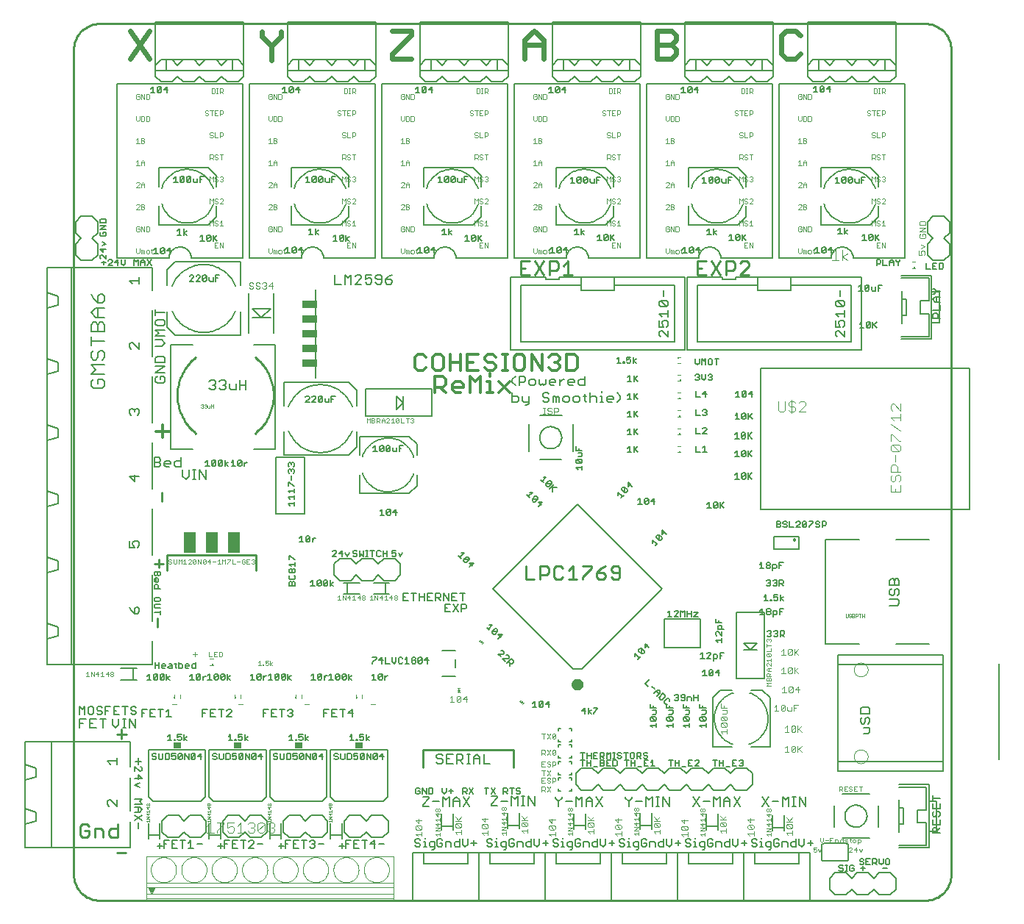
<source format=gto>
G75*
G70*
%OFA0B0*%
%FSLAX24Y24*%
%IPPOS*%
%LPD*%
%AMOC8*
5,1,8,0,0,1.08239X$1,22.5*
%
%ADD10C,0.0100*%
%ADD11C,0.0110*%
%ADD12C,0.0090*%
%ADD13C,0.0080*%
%ADD14C,0.0070*%
%ADD15C,0.0050*%
%ADD16C,0.0040*%
%ADD17C,0.0060*%
%ADD18C,0.0230*%
%ADD19C,0.0030*%
%ADD20C,0.0130*%
%ADD21C,0.0250*%
%ADD22C,0.0010*%
%ADD23R,0.0098X0.0089*%
%ADD24R,0.0660X0.0380*%
%ADD25C,0.0000*%
%ADD26C,0.0020*%
%ADD27R,0.0560X0.0980*%
%ADD28R,0.0340X0.0300*%
%ADD29R,0.0089X0.0098*%
D10*
X002330Y001759D02*
X002330Y039160D01*
X002332Y039226D01*
X002337Y039292D01*
X002347Y039358D01*
X002360Y039423D01*
X002376Y039487D01*
X002396Y039550D01*
X002420Y039612D01*
X002447Y039672D01*
X002477Y039731D01*
X002511Y039788D01*
X002548Y039843D01*
X002588Y039896D01*
X002630Y039947D01*
X002676Y039995D01*
X002724Y040041D01*
X002775Y040083D01*
X002828Y040123D01*
X002883Y040160D01*
X002940Y040194D01*
X002999Y040224D01*
X003059Y040251D01*
X003121Y040275D01*
X003184Y040295D01*
X003248Y040311D01*
X003313Y040324D01*
X003379Y040334D01*
X003445Y040339D01*
X003511Y040341D01*
X040913Y040341D01*
X040979Y040339D01*
X041045Y040334D01*
X041111Y040324D01*
X041176Y040311D01*
X041240Y040295D01*
X041303Y040275D01*
X041365Y040251D01*
X041425Y040224D01*
X041484Y040194D01*
X041541Y040160D01*
X041596Y040123D01*
X041649Y040083D01*
X041700Y040041D01*
X041748Y039995D01*
X041794Y039947D01*
X041836Y039896D01*
X041876Y039843D01*
X041913Y039788D01*
X041947Y039731D01*
X041977Y039672D01*
X042004Y039612D01*
X042028Y039550D01*
X042048Y039487D01*
X042064Y039423D01*
X042077Y039358D01*
X042087Y039292D01*
X042092Y039226D01*
X042094Y039160D01*
X042094Y001759D01*
X042092Y001693D01*
X042087Y001627D01*
X042077Y001561D01*
X042064Y001496D01*
X042048Y001432D01*
X042028Y001369D01*
X042004Y001307D01*
X041977Y001247D01*
X041947Y001188D01*
X041913Y001131D01*
X041876Y001076D01*
X041836Y001023D01*
X041794Y000972D01*
X041748Y000924D01*
X041700Y000878D01*
X041649Y000836D01*
X041596Y000796D01*
X041541Y000759D01*
X041484Y000725D01*
X041425Y000695D01*
X041365Y000668D01*
X041303Y000644D01*
X041240Y000624D01*
X041176Y000608D01*
X041111Y000595D01*
X041045Y000585D01*
X040979Y000580D01*
X040913Y000578D01*
X003511Y000578D01*
X003445Y000580D01*
X003379Y000585D01*
X003313Y000595D01*
X003248Y000608D01*
X003184Y000624D01*
X003121Y000644D01*
X003059Y000668D01*
X002999Y000695D01*
X002940Y000725D01*
X002883Y000759D01*
X002828Y000796D01*
X002775Y000836D01*
X002724Y000878D01*
X002676Y000924D01*
X002630Y000972D01*
X002588Y001023D01*
X002548Y001076D01*
X002511Y001131D01*
X002477Y001188D01*
X002447Y001247D01*
X002420Y001307D01*
X002396Y001369D01*
X002376Y001432D01*
X002360Y001496D01*
X002347Y001561D01*
X002337Y001627D01*
X002332Y001693D01*
X002330Y001759D01*
X006560Y015550D02*
X006560Y016250D01*
X010600Y016250D01*
X010600Y015550D01*
X007870Y021760D02*
X007787Y021828D01*
X007707Y021901D01*
X007631Y021977D01*
X007559Y022057D01*
X007491Y022141D01*
X007427Y022227D01*
X007367Y022317D01*
X007312Y022410D01*
X007261Y022505D01*
X007215Y022602D01*
X007174Y022702D01*
X007138Y022803D01*
X007106Y022906D01*
X007080Y023011D01*
X007059Y023117D01*
X007043Y023223D01*
X007033Y023330D01*
X007028Y023438D01*
X007028Y023546D01*
X007033Y023654D01*
X007043Y023761D01*
X007059Y023867D01*
X007080Y023973D01*
X007106Y024078D01*
X007138Y024181D01*
X007174Y024282D01*
X007215Y024382D01*
X007261Y024479D01*
X007312Y024574D01*
X007367Y024667D01*
X007427Y024757D01*
X007491Y024843D01*
X007559Y024927D01*
X007631Y025007D01*
X007707Y025083D01*
X007787Y025156D01*
X007870Y025224D01*
X010546Y025224D02*
X010629Y025156D01*
X010709Y025083D01*
X010785Y025007D01*
X010857Y024927D01*
X010925Y024843D01*
X010989Y024757D01*
X011049Y024667D01*
X011104Y024574D01*
X011155Y024479D01*
X011201Y024382D01*
X011242Y024282D01*
X011278Y024181D01*
X011310Y024078D01*
X011336Y023973D01*
X011357Y023867D01*
X011373Y023761D01*
X011383Y023654D01*
X011388Y023546D01*
X011388Y023438D01*
X011383Y023330D01*
X011373Y023223D01*
X011357Y023117D01*
X011336Y023011D01*
X011310Y022906D01*
X011278Y022803D01*
X011242Y022702D01*
X011201Y022602D01*
X011155Y022505D01*
X011104Y022410D01*
X011049Y022317D01*
X010989Y022227D01*
X010925Y022141D01*
X010857Y022057D01*
X010785Y021977D01*
X010709Y021901D01*
X010629Y021828D01*
X010546Y021760D01*
X018153Y007410D02*
X022247Y007410D01*
X022247Y006622D01*
X018153Y006622D02*
X018153Y007410D01*
D11*
X022816Y015147D02*
X023210Y015147D01*
X023461Y015147D02*
X023461Y015737D01*
X023756Y015737D01*
X023854Y015639D01*
X023854Y015442D01*
X023756Y015343D01*
X023461Y015343D01*
X022816Y015147D02*
X022816Y015737D01*
X024105Y015639D02*
X024105Y015245D01*
X024204Y015147D01*
X024400Y015147D01*
X024499Y015245D01*
X024750Y015147D02*
X025143Y015147D01*
X024947Y015147D02*
X024947Y015737D01*
X024750Y015540D01*
X024499Y015639D02*
X024400Y015737D01*
X024204Y015737D01*
X024105Y015639D01*
X025394Y015737D02*
X025788Y015737D01*
X025788Y015639D01*
X025394Y015245D01*
X025394Y015147D01*
X026039Y015245D02*
X026137Y015147D01*
X026334Y015147D01*
X026433Y015245D01*
X026433Y015343D01*
X026334Y015442D01*
X026039Y015442D01*
X026039Y015245D01*
X026039Y015442D02*
X026236Y015639D01*
X026433Y015737D01*
X026683Y015639D02*
X026683Y015540D01*
X026782Y015442D01*
X027077Y015442D01*
X027077Y015245D02*
X027077Y015639D01*
X026979Y015737D01*
X026782Y015737D01*
X026683Y015639D01*
X026683Y015245D02*
X026782Y015147D01*
X026979Y015147D01*
X027077Y015245D01*
X006402Y015860D02*
X006008Y015860D01*
X006205Y015663D02*
X006205Y016057D01*
X006330Y018682D02*
X006330Y019075D01*
X006130Y013375D02*
X006130Y012982D01*
X004318Y004036D02*
X004318Y003445D01*
X004023Y003445D01*
X003924Y003543D01*
X003924Y003740D01*
X004023Y003839D01*
X004318Y003839D01*
X003673Y003740D02*
X003673Y003445D01*
X003673Y003740D02*
X003575Y003839D01*
X003280Y003839D01*
X003280Y003445D01*
X003029Y003543D02*
X003029Y003740D01*
X002832Y003740D01*
X003029Y003543D02*
X002930Y003445D01*
X002733Y003445D01*
X002635Y003543D01*
X002635Y003937D01*
X002733Y004036D01*
X002930Y004036D01*
X003029Y003937D01*
D12*
X004288Y002759D02*
X004695Y002759D01*
X004511Y007922D02*
X004511Y008329D01*
X004714Y008125D02*
X004307Y008125D01*
X022590Y028953D02*
X022997Y028953D01*
X023235Y028953D02*
X023642Y029563D01*
X023879Y029563D02*
X024185Y029563D01*
X024286Y029461D01*
X024286Y029258D01*
X024185Y029156D01*
X023879Y029156D01*
X023879Y028953D02*
X023879Y029563D01*
X023235Y029563D02*
X023642Y028953D01*
X024524Y028953D02*
X024931Y028953D01*
X024727Y028953D02*
X024727Y029563D01*
X024524Y029360D01*
X022997Y029563D02*
X022590Y029563D01*
X022590Y028953D01*
X022590Y029258D02*
X022794Y029258D01*
X030590Y029258D02*
X030794Y029258D01*
X030997Y029563D02*
X030590Y029563D01*
X030590Y028953D01*
X030997Y028953D01*
X031235Y028953D02*
X031642Y029563D01*
X031879Y029563D02*
X032185Y029563D01*
X032286Y029461D01*
X032286Y029258D01*
X032185Y029156D01*
X031879Y029156D01*
X031879Y028953D02*
X031879Y029563D01*
X031235Y029563D02*
X031642Y028953D01*
X032524Y028953D02*
X032931Y029360D01*
X032931Y029461D01*
X032829Y029563D01*
X032626Y029563D01*
X032524Y029461D01*
X032524Y028953D02*
X032931Y028953D01*
D13*
X033339Y028856D02*
X034821Y028856D01*
X038017Y028856D01*
X038017Y025549D01*
X030143Y025549D01*
X030143Y028856D01*
X031742Y028856D01*
X031742Y028738D01*
X032324Y028738D01*
X032324Y028856D01*
X033339Y028856D01*
X033339Y028246D01*
X034821Y028246D01*
X034821Y028856D01*
X034821Y028492D02*
X037574Y028492D01*
X037574Y025913D01*
X030586Y025913D01*
X030586Y028492D01*
X033339Y028492D01*
X032431Y031216D02*
X030187Y031216D01*
X030187Y032082D01*
X030187Y032948D02*
X030187Y033814D01*
X032431Y033814D01*
X032785Y033460D01*
X032785Y032948D01*
X032785Y032082D02*
X032785Y031570D01*
X032431Y031216D01*
X032647Y032141D02*
X032624Y032076D01*
X032598Y032013D01*
X032568Y031952D01*
X032534Y031892D01*
X032498Y031834D01*
X032458Y031778D01*
X032415Y031725D01*
X032369Y031674D01*
X032320Y031626D01*
X032269Y031581D01*
X032215Y031538D01*
X032159Y031499D01*
X032101Y031463D01*
X032040Y031430D01*
X031978Y031401D01*
X031915Y031375D01*
X031850Y031353D01*
X031784Y031334D01*
X031717Y031320D01*
X031650Y031309D01*
X031581Y031302D01*
X031513Y031298D01*
X031444Y031299D01*
X031376Y031303D01*
X031308Y031312D01*
X031241Y031324D01*
X031174Y031339D01*
X031108Y031359D01*
X031044Y031382D01*
X030981Y031409D01*
X030919Y031440D01*
X030860Y031473D01*
X030802Y031510D01*
X030747Y031551D01*
X030694Y031594D01*
X030643Y031640D01*
X030595Y031689D01*
X030550Y031741D01*
X030508Y031795D01*
X030469Y031851D01*
X030433Y031910D01*
X030401Y031970D01*
X030372Y032032D01*
X030346Y032096D01*
X030325Y032161D01*
X030325Y032889D02*
X030348Y032954D01*
X030374Y033017D01*
X030404Y033078D01*
X030438Y033138D01*
X030474Y033196D01*
X030514Y033252D01*
X030557Y033305D01*
X030603Y033356D01*
X030652Y033404D01*
X030703Y033449D01*
X030757Y033492D01*
X030813Y033531D01*
X030871Y033567D01*
X030932Y033600D01*
X030994Y033629D01*
X031057Y033655D01*
X031122Y033677D01*
X031188Y033696D01*
X031255Y033710D01*
X031322Y033721D01*
X031391Y033728D01*
X031459Y033732D01*
X031528Y033731D01*
X031596Y033727D01*
X031664Y033718D01*
X031731Y033706D01*
X031798Y033691D01*
X031864Y033671D01*
X031928Y033648D01*
X031991Y033621D01*
X032053Y033590D01*
X032112Y033557D01*
X032170Y033520D01*
X032225Y033479D01*
X032278Y033436D01*
X032329Y033390D01*
X032377Y033341D01*
X032422Y033289D01*
X032464Y033235D01*
X032503Y033179D01*
X032539Y033120D01*
X032571Y033060D01*
X032600Y032998D01*
X032626Y032934D01*
X032647Y032869D01*
X036187Y032948D02*
X036187Y033814D01*
X038431Y033814D01*
X038785Y033460D01*
X038785Y032948D01*
X038785Y032082D02*
X038785Y031570D01*
X038431Y031216D01*
X036187Y031216D01*
X036187Y032082D01*
X036325Y032889D02*
X036348Y032954D01*
X036374Y033017D01*
X036404Y033078D01*
X036438Y033138D01*
X036474Y033196D01*
X036514Y033252D01*
X036557Y033305D01*
X036603Y033356D01*
X036652Y033404D01*
X036703Y033449D01*
X036757Y033492D01*
X036813Y033531D01*
X036871Y033567D01*
X036932Y033600D01*
X036994Y033629D01*
X037057Y033655D01*
X037122Y033677D01*
X037188Y033696D01*
X037255Y033710D01*
X037322Y033721D01*
X037391Y033728D01*
X037459Y033732D01*
X037528Y033731D01*
X037596Y033727D01*
X037664Y033718D01*
X037731Y033706D01*
X037798Y033691D01*
X037864Y033671D01*
X037928Y033648D01*
X037991Y033621D01*
X038053Y033590D01*
X038112Y033557D01*
X038170Y033520D01*
X038225Y033479D01*
X038278Y033436D01*
X038329Y033390D01*
X038377Y033341D01*
X038422Y033289D01*
X038464Y033235D01*
X038503Y033179D01*
X038539Y033120D01*
X038571Y033060D01*
X038600Y032998D01*
X038626Y032934D01*
X038647Y032869D01*
X038647Y032141D02*
X038624Y032076D01*
X038598Y032013D01*
X038568Y031952D01*
X038534Y031892D01*
X038498Y031834D01*
X038458Y031778D01*
X038415Y031725D01*
X038369Y031674D01*
X038320Y031626D01*
X038269Y031581D01*
X038215Y031538D01*
X038159Y031499D01*
X038101Y031463D01*
X038040Y031430D01*
X037978Y031401D01*
X037915Y031375D01*
X037850Y031353D01*
X037784Y031334D01*
X037717Y031320D01*
X037650Y031309D01*
X037581Y031302D01*
X037513Y031298D01*
X037444Y031299D01*
X037376Y031303D01*
X037308Y031312D01*
X037241Y031324D01*
X037174Y031339D01*
X037108Y031359D01*
X037044Y031382D01*
X036981Y031409D01*
X036919Y031440D01*
X036860Y031473D01*
X036802Y031510D01*
X036747Y031551D01*
X036694Y031594D01*
X036643Y031640D01*
X036595Y031689D01*
X036550Y031741D01*
X036508Y031795D01*
X036469Y031851D01*
X036433Y031910D01*
X036401Y031970D01*
X036372Y032032D01*
X036346Y032096D01*
X036325Y032161D01*
X037067Y028250D02*
X037067Y027970D01*
X036927Y027789D02*
X037207Y027509D01*
X037278Y027579D01*
X037278Y027719D01*
X037207Y027789D01*
X036927Y027789D01*
X036857Y027719D01*
X036857Y027579D01*
X036927Y027509D01*
X037207Y027509D01*
X037278Y027329D02*
X037278Y027049D01*
X037278Y027189D02*
X036857Y027189D01*
X036997Y027049D01*
X037067Y026869D02*
X037207Y026869D01*
X037278Y026799D01*
X037278Y026658D01*
X037207Y026588D01*
X037067Y026588D02*
X036997Y026729D01*
X036997Y026799D01*
X037067Y026869D01*
X036857Y026869D02*
X036857Y026588D01*
X037067Y026588D01*
X036997Y026408D02*
X036927Y026408D01*
X036857Y026338D01*
X036857Y026198D01*
X036927Y026128D01*
X036997Y026408D02*
X037278Y026128D01*
X037278Y026408D01*
X041018Y029859D02*
X041018Y030359D01*
X041268Y030609D01*
X041018Y030859D01*
X041018Y031359D01*
X041268Y031609D01*
X041768Y031609D01*
X042018Y031359D01*
X042018Y030859D01*
X041768Y030609D01*
X042018Y030359D01*
X042018Y029859D01*
X041768Y029609D01*
X041268Y029609D01*
X041018Y029859D01*
X039330Y037703D02*
X038830Y037703D01*
X038580Y037953D01*
X038330Y037703D01*
X037830Y037703D01*
X037580Y037953D01*
X037330Y037703D01*
X036830Y037703D01*
X036580Y037953D01*
X036330Y037703D01*
X035830Y037703D01*
X035580Y037953D01*
X035580Y038453D01*
X035830Y038703D01*
X036330Y038703D01*
X036580Y038453D01*
X036830Y038703D01*
X037330Y038703D01*
X037580Y038453D01*
X037830Y038703D01*
X038330Y038703D01*
X038580Y038453D01*
X038830Y038703D01*
X039330Y038703D01*
X039580Y038453D01*
X039580Y037953D01*
X039330Y037703D01*
X034018Y037953D02*
X033768Y037703D01*
X033268Y037703D01*
X033018Y037953D01*
X032768Y037703D01*
X032268Y037703D01*
X032018Y037953D01*
X031768Y037703D01*
X031268Y037703D01*
X031018Y037953D01*
X030768Y037703D01*
X030268Y037703D01*
X030018Y037953D01*
X030018Y038453D01*
X030268Y038703D01*
X030768Y038703D01*
X031018Y038453D01*
X031268Y038703D01*
X031768Y038703D01*
X032018Y038453D01*
X032268Y038703D01*
X032768Y038703D01*
X033018Y038453D01*
X033268Y038703D01*
X033768Y038703D01*
X034018Y038453D01*
X034018Y037953D01*
X028018Y037953D02*
X028018Y038453D01*
X027768Y038703D01*
X027268Y038703D01*
X027018Y038453D01*
X026768Y038703D01*
X026268Y038703D01*
X026018Y038453D01*
X025768Y038703D01*
X025268Y038703D01*
X025018Y038453D01*
X024768Y038703D01*
X024268Y038703D01*
X024018Y038453D01*
X024018Y037953D01*
X024268Y037703D01*
X024768Y037703D01*
X025018Y037953D01*
X025268Y037703D01*
X025768Y037703D01*
X026018Y037953D01*
X026268Y037703D01*
X026768Y037703D01*
X027018Y037953D01*
X027268Y037703D01*
X027768Y037703D01*
X028018Y037953D01*
X026431Y033814D02*
X024187Y033814D01*
X024187Y032948D01*
X024187Y032082D02*
X024187Y031216D01*
X026431Y031216D01*
X026785Y031570D01*
X026785Y032082D01*
X026785Y032948D02*
X026785Y033460D01*
X026431Y033814D01*
X026647Y032141D02*
X026624Y032076D01*
X026598Y032013D01*
X026568Y031952D01*
X026534Y031892D01*
X026498Y031834D01*
X026458Y031778D01*
X026415Y031725D01*
X026369Y031674D01*
X026320Y031626D01*
X026269Y031581D01*
X026215Y031538D01*
X026159Y031499D01*
X026101Y031463D01*
X026040Y031430D01*
X025978Y031401D01*
X025915Y031375D01*
X025850Y031353D01*
X025784Y031334D01*
X025717Y031320D01*
X025650Y031309D01*
X025581Y031302D01*
X025513Y031298D01*
X025444Y031299D01*
X025376Y031303D01*
X025308Y031312D01*
X025241Y031324D01*
X025174Y031339D01*
X025108Y031359D01*
X025044Y031382D01*
X024981Y031409D01*
X024919Y031440D01*
X024860Y031473D01*
X024802Y031510D01*
X024747Y031551D01*
X024694Y031594D01*
X024643Y031640D01*
X024595Y031689D01*
X024550Y031741D01*
X024508Y031795D01*
X024469Y031851D01*
X024433Y031910D01*
X024401Y031970D01*
X024372Y032032D01*
X024346Y032096D01*
X024325Y032161D01*
X024325Y032889D02*
X024348Y032954D01*
X024374Y033017D01*
X024404Y033078D01*
X024438Y033138D01*
X024474Y033196D01*
X024514Y033252D01*
X024557Y033305D01*
X024603Y033356D01*
X024652Y033404D01*
X024703Y033449D01*
X024757Y033492D01*
X024813Y033531D01*
X024871Y033567D01*
X024932Y033600D01*
X024994Y033629D01*
X025057Y033655D01*
X025122Y033677D01*
X025188Y033696D01*
X025255Y033710D01*
X025322Y033721D01*
X025391Y033728D01*
X025459Y033732D01*
X025528Y033731D01*
X025596Y033727D01*
X025664Y033718D01*
X025731Y033706D01*
X025798Y033691D01*
X025864Y033671D01*
X025928Y033648D01*
X025991Y033621D01*
X026053Y033590D01*
X026112Y033557D01*
X026170Y033520D01*
X026225Y033479D01*
X026278Y033436D01*
X026329Y033390D01*
X026377Y033341D01*
X026422Y033289D01*
X026464Y033235D01*
X026503Y033179D01*
X026539Y033120D01*
X026571Y033060D01*
X026600Y032998D01*
X026626Y032934D01*
X026647Y032869D01*
X026821Y028856D02*
X025339Y028856D01*
X025339Y028246D01*
X026821Y028246D01*
X026821Y028856D01*
X030017Y028856D01*
X030017Y025549D01*
X022143Y025549D01*
X022143Y028856D01*
X023742Y028856D01*
X023742Y028738D01*
X024324Y028738D01*
X024324Y028856D01*
X025339Y028856D01*
X025339Y028492D02*
X022586Y028492D01*
X022586Y025913D01*
X029574Y025913D01*
X029574Y028492D01*
X026821Y028492D01*
X028857Y027719D02*
X028857Y027579D01*
X028927Y027509D01*
X029207Y027509D01*
X028927Y027789D01*
X029207Y027789D01*
X029278Y027719D01*
X029278Y027579D01*
X029207Y027509D01*
X029278Y027329D02*
X029278Y027049D01*
X029278Y027189D02*
X028857Y027189D01*
X028997Y027049D01*
X029067Y026869D02*
X029207Y026869D01*
X029278Y026799D01*
X029278Y026658D01*
X029207Y026588D01*
X029067Y026588D02*
X028997Y026729D01*
X028997Y026799D01*
X029067Y026869D01*
X028857Y026869D02*
X028857Y026588D01*
X029067Y026588D01*
X028997Y026408D02*
X028927Y026408D01*
X028857Y026338D01*
X028857Y026198D01*
X028927Y026128D01*
X028997Y026408D02*
X029278Y026128D01*
X029278Y026408D01*
X028857Y027719D02*
X028927Y027789D01*
X029067Y027970D02*
X029067Y028250D01*
X025480Y024350D02*
X025480Y023930D01*
X025270Y023930D01*
X025200Y024000D01*
X025200Y024140D01*
X025270Y024210D01*
X025480Y024210D01*
X025020Y024140D02*
X025020Y024070D01*
X024740Y024070D01*
X024740Y024000D02*
X024740Y024140D01*
X024810Y024210D01*
X024950Y024210D01*
X025020Y024140D01*
X024950Y023930D02*
X024810Y023930D01*
X024740Y024000D01*
X024566Y024210D02*
X024496Y024210D01*
X024356Y024070D01*
X024356Y023930D02*
X024356Y024210D01*
X024176Y024140D02*
X024176Y024070D01*
X023896Y024070D01*
X023896Y024000D02*
X023896Y024140D01*
X023966Y024210D01*
X024106Y024210D01*
X024176Y024140D01*
X024106Y023930D02*
X023966Y023930D01*
X023896Y024000D01*
X023715Y024000D02*
X023715Y024210D01*
X023715Y024000D02*
X023645Y023930D01*
X023575Y024000D01*
X023505Y023930D01*
X023435Y024000D01*
X023435Y024210D01*
X023255Y024140D02*
X023185Y024210D01*
X023045Y024210D01*
X022975Y024140D01*
X022975Y024000D01*
X023045Y023930D01*
X023185Y023930D01*
X023255Y024000D01*
X023255Y024140D01*
X022795Y024140D02*
X022725Y024070D01*
X022514Y024070D01*
X022514Y023930D02*
X022514Y024350D01*
X022725Y024350D01*
X022795Y024280D01*
X022795Y024140D01*
X022348Y023930D02*
X022208Y024070D01*
X022208Y024210D01*
X022348Y024350D01*
X022208Y023600D02*
X022208Y023180D01*
X022418Y023180D01*
X022488Y023250D01*
X022488Y023390D01*
X022418Y023460D01*
X022208Y023460D01*
X022668Y023460D02*
X022668Y023250D01*
X022738Y023180D01*
X022948Y023180D01*
X022948Y023110D02*
X022878Y023040D01*
X022808Y023040D01*
X022948Y023110D02*
X022948Y023460D01*
X023589Y023460D02*
X023659Y023390D01*
X023799Y023390D01*
X023869Y023320D01*
X023869Y023250D01*
X023799Y023180D01*
X023659Y023180D01*
X023589Y023250D01*
X023589Y023460D02*
X023589Y023530D01*
X023659Y023600D01*
X023799Y023600D01*
X023869Y023530D01*
X024049Y023460D02*
X024049Y023180D01*
X024189Y023180D02*
X024189Y023390D01*
X024259Y023460D01*
X024329Y023390D01*
X024329Y023180D01*
X024509Y023250D02*
X024580Y023180D01*
X024720Y023180D01*
X024790Y023250D01*
X024790Y023390D01*
X024720Y023460D01*
X024580Y023460D01*
X024509Y023390D01*
X024509Y023250D01*
X024189Y023390D02*
X024119Y023460D01*
X024049Y023460D01*
X024970Y023390D02*
X024970Y023250D01*
X025040Y023180D01*
X025180Y023180D01*
X025250Y023250D01*
X025250Y023390D01*
X025180Y023460D01*
X025040Y023460D01*
X024970Y023390D01*
X025430Y023460D02*
X025570Y023460D01*
X025500Y023530D02*
X025500Y023250D01*
X025570Y023180D01*
X025737Y023180D02*
X025737Y023600D01*
X025807Y023460D02*
X025737Y023390D01*
X025807Y023460D02*
X025947Y023460D01*
X026017Y023390D01*
X026017Y023180D01*
X026198Y023180D02*
X026338Y023180D01*
X026268Y023180D02*
X026268Y023460D01*
X026198Y023460D01*
X026268Y023600D02*
X026268Y023670D01*
X026504Y023390D02*
X026575Y023460D01*
X026715Y023460D01*
X026785Y023390D01*
X026785Y023320D01*
X026504Y023320D01*
X026504Y023250D02*
X026504Y023390D01*
X026504Y023250D02*
X026575Y023180D01*
X026715Y023180D01*
X026965Y023180D02*
X027105Y023320D01*
X027105Y023460D01*
X026965Y023600D01*
X024948Y022168D02*
X024948Y020955D01*
X024436Y020562D02*
X023460Y020562D01*
X022948Y020955D02*
X022948Y022168D01*
X023460Y022562D02*
X024448Y022562D01*
X023448Y021562D02*
X023450Y021606D01*
X023456Y021650D01*
X023466Y021693D01*
X023479Y021735D01*
X023496Y021776D01*
X023517Y021815D01*
X023541Y021852D01*
X023568Y021887D01*
X023598Y021919D01*
X023631Y021949D01*
X023667Y021975D01*
X023704Y021999D01*
X023744Y022018D01*
X023785Y022035D01*
X023828Y022047D01*
X023871Y022056D01*
X023915Y022061D01*
X023959Y022062D01*
X024003Y022059D01*
X024047Y022052D01*
X024090Y022041D01*
X024132Y022027D01*
X024172Y022009D01*
X024211Y021987D01*
X024247Y021963D01*
X024281Y021935D01*
X024313Y021904D01*
X024342Y021870D01*
X024368Y021834D01*
X024390Y021796D01*
X024409Y021756D01*
X024424Y021714D01*
X024436Y021672D01*
X024444Y021628D01*
X024448Y021584D01*
X024448Y021540D01*
X024444Y021496D01*
X024436Y021452D01*
X024424Y021410D01*
X024409Y021368D01*
X024390Y021328D01*
X024368Y021290D01*
X024342Y021254D01*
X024313Y021220D01*
X024281Y021189D01*
X024247Y021161D01*
X024211Y021137D01*
X024172Y021115D01*
X024132Y021097D01*
X024090Y021083D01*
X024047Y021072D01*
X024003Y021065D01*
X023959Y021062D01*
X023915Y021063D01*
X023871Y021068D01*
X023828Y021077D01*
X023785Y021089D01*
X023744Y021106D01*
X023704Y021125D01*
X023667Y021149D01*
X023631Y021175D01*
X023598Y021205D01*
X023568Y021237D01*
X023541Y021272D01*
X023517Y021309D01*
X023496Y021348D01*
X023479Y021389D01*
X023466Y021431D01*
X023456Y021474D01*
X023450Y021518D01*
X023448Y021562D01*
X025165Y018534D02*
X028991Y014707D01*
X025373Y011089D01*
X024956Y011089D01*
X021338Y014707D01*
X025165Y018534D01*
X029108Y013357D02*
X029108Y012057D01*
X030722Y012057D01*
X030722Y013357D01*
X029108Y013357D01*
X032369Y013650D02*
X032369Y010656D01*
X033450Y010656D01*
X033629Y010656D01*
X033629Y013650D01*
X032450Y013650D01*
X032369Y013650D01*
X032699Y012248D02*
X032999Y011948D01*
X033299Y011948D01*
X033299Y012248D02*
X032999Y011948D01*
X032699Y011948D01*
X032699Y012248D02*
X033299Y012248D01*
X033525Y010127D02*
X033013Y010127D01*
X033525Y010127D02*
X033879Y009772D01*
X033879Y007528D01*
X033013Y007528D01*
X032147Y007528D02*
X031281Y007528D01*
X031281Y009772D01*
X031635Y010127D01*
X032147Y010127D01*
X032954Y009989D02*
X033019Y009966D01*
X033082Y009940D01*
X033143Y009910D01*
X033203Y009876D01*
X033261Y009840D01*
X033317Y009800D01*
X033370Y009757D01*
X033421Y009711D01*
X033469Y009662D01*
X033514Y009611D01*
X033557Y009557D01*
X033596Y009501D01*
X033632Y009443D01*
X033665Y009382D01*
X033694Y009320D01*
X033720Y009257D01*
X033742Y009192D01*
X033761Y009126D01*
X033775Y009059D01*
X033786Y008992D01*
X033793Y008923D01*
X033797Y008855D01*
X033796Y008786D01*
X033792Y008718D01*
X033783Y008650D01*
X033771Y008583D01*
X033756Y008516D01*
X033736Y008450D01*
X033713Y008386D01*
X033686Y008323D01*
X033655Y008261D01*
X033622Y008202D01*
X033585Y008144D01*
X033544Y008089D01*
X033501Y008036D01*
X033455Y007985D01*
X033406Y007937D01*
X033354Y007892D01*
X033300Y007850D01*
X033244Y007811D01*
X033185Y007775D01*
X033125Y007743D01*
X033063Y007714D01*
X032999Y007688D01*
X032934Y007667D01*
X032830Y006578D02*
X032330Y006578D01*
X032080Y006328D01*
X031830Y006578D01*
X031330Y006578D01*
X031080Y006328D01*
X030830Y006578D01*
X030330Y006578D01*
X030080Y006328D01*
X029830Y006578D01*
X029330Y006578D01*
X029080Y006328D01*
X028830Y006578D01*
X028330Y006578D01*
X028080Y006328D01*
X027830Y006578D01*
X027330Y006578D01*
X027080Y006328D01*
X026830Y006578D01*
X026330Y006578D01*
X026080Y006328D01*
X025830Y006578D01*
X025330Y006578D01*
X025080Y006328D01*
X025080Y005828D01*
X025330Y005578D01*
X025830Y005578D01*
X026080Y005828D01*
X026330Y005578D01*
X026830Y005578D01*
X027080Y005828D01*
X027330Y005578D01*
X027830Y005578D01*
X028080Y005828D01*
X028330Y005578D01*
X028830Y005578D01*
X029080Y005828D01*
X029330Y005578D01*
X029830Y005578D01*
X030080Y005828D01*
X030330Y005578D01*
X030830Y005578D01*
X031080Y005828D01*
X031330Y005578D01*
X031830Y005578D01*
X032080Y005828D01*
X032330Y005578D01*
X032830Y005578D01*
X033080Y005828D01*
X033080Y006328D01*
X032830Y006578D01*
X032206Y007666D02*
X032141Y007689D01*
X032078Y007715D01*
X032017Y007745D01*
X031957Y007779D01*
X031899Y007815D01*
X031843Y007855D01*
X031790Y007898D01*
X031739Y007944D01*
X031691Y007993D01*
X031646Y008044D01*
X031603Y008098D01*
X031564Y008154D01*
X031528Y008212D01*
X031495Y008273D01*
X031466Y008335D01*
X031440Y008398D01*
X031418Y008463D01*
X031399Y008529D01*
X031385Y008596D01*
X031374Y008663D01*
X031367Y008732D01*
X031363Y008800D01*
X031364Y008869D01*
X031368Y008937D01*
X031377Y009005D01*
X031389Y009072D01*
X031404Y009139D01*
X031424Y009205D01*
X031447Y009269D01*
X031474Y009332D01*
X031505Y009394D01*
X031538Y009453D01*
X031575Y009511D01*
X031616Y009566D01*
X031659Y009619D01*
X031705Y009670D01*
X031754Y009718D01*
X031806Y009763D01*
X031860Y009805D01*
X031916Y009844D01*
X031975Y009880D01*
X032035Y009912D01*
X032097Y009941D01*
X032161Y009967D01*
X032226Y009988D01*
X036394Y012209D02*
X037930Y012209D01*
X036394Y012209D02*
X036394Y016933D01*
X037930Y016933D01*
X039583Y016933D02*
X041079Y016933D01*
X039661Y015161D02*
X039731Y015090D01*
X039731Y014880D01*
X039311Y014880D01*
X039311Y015090D01*
X039381Y015161D01*
X039451Y015161D01*
X039521Y015090D01*
X039521Y014880D01*
X039591Y014700D02*
X039661Y014700D01*
X039731Y014630D01*
X039731Y014490D01*
X039661Y014420D01*
X039521Y014490D02*
X039521Y014630D01*
X039591Y014700D01*
X039381Y014700D02*
X039311Y014630D01*
X039311Y014490D01*
X039381Y014420D01*
X039451Y014420D01*
X039521Y014490D01*
X039661Y014240D02*
X039311Y014240D01*
X039311Y013960D02*
X039661Y013960D01*
X039731Y014030D01*
X039731Y014170D01*
X039661Y014240D01*
X039521Y015090D02*
X039591Y015161D01*
X039661Y015161D01*
X039583Y012209D02*
X041079Y012209D01*
X038338Y009334D02*
X038058Y009334D01*
X037988Y009264D01*
X037988Y009054D01*
X038408Y009054D01*
X038408Y009264D01*
X038338Y009334D01*
X038338Y008873D02*
X038408Y008803D01*
X038408Y008663D01*
X038338Y008593D01*
X038198Y008663D02*
X038198Y008803D01*
X038268Y008873D01*
X038338Y008873D01*
X038198Y008663D02*
X038128Y008593D01*
X038058Y008593D01*
X037988Y008663D01*
X037988Y008803D01*
X038058Y008873D01*
X038128Y008413D02*
X038408Y008413D01*
X038408Y008203D01*
X038338Y008133D01*
X038128Y008133D01*
X038386Y005401D02*
X037173Y005401D01*
X036779Y004889D02*
X036779Y003912D01*
X037173Y003401D02*
X038386Y003401D01*
X038779Y003901D02*
X038779Y004889D01*
X037279Y004401D02*
X037281Y004445D01*
X037287Y004489D01*
X037297Y004532D01*
X037310Y004574D01*
X037327Y004615D01*
X037348Y004654D01*
X037372Y004691D01*
X037399Y004726D01*
X037429Y004758D01*
X037462Y004788D01*
X037498Y004814D01*
X037535Y004838D01*
X037575Y004857D01*
X037616Y004874D01*
X037659Y004886D01*
X037702Y004895D01*
X037746Y004900D01*
X037790Y004901D01*
X037834Y004898D01*
X037878Y004891D01*
X037921Y004880D01*
X037963Y004866D01*
X038003Y004848D01*
X038042Y004826D01*
X038078Y004802D01*
X038112Y004774D01*
X038144Y004743D01*
X038173Y004709D01*
X038199Y004673D01*
X038221Y004635D01*
X038240Y004595D01*
X038255Y004553D01*
X038267Y004511D01*
X038275Y004467D01*
X038279Y004423D01*
X038279Y004379D01*
X038275Y004335D01*
X038267Y004291D01*
X038255Y004249D01*
X038240Y004207D01*
X038221Y004167D01*
X038199Y004129D01*
X038173Y004093D01*
X038144Y004059D01*
X038112Y004028D01*
X038078Y004000D01*
X038042Y003976D01*
X038003Y003954D01*
X037963Y003936D01*
X037921Y003922D01*
X037878Y003911D01*
X037834Y003904D01*
X037790Y003901D01*
X037746Y003902D01*
X037702Y003907D01*
X037659Y003916D01*
X037616Y003928D01*
X037575Y003945D01*
X037535Y003964D01*
X037498Y003988D01*
X037462Y004014D01*
X037429Y004044D01*
X037399Y004076D01*
X037372Y004111D01*
X037348Y004148D01*
X037327Y004187D01*
X037310Y004228D01*
X037297Y004270D01*
X037287Y004313D01*
X037281Y004357D01*
X037279Y004401D01*
X037330Y001828D02*
X036830Y001828D01*
X036580Y001578D01*
X036580Y001078D01*
X036830Y000828D01*
X037330Y000828D01*
X037580Y001078D01*
X037830Y000828D01*
X038330Y000828D01*
X038580Y001078D01*
X038830Y000828D01*
X039330Y000828D01*
X039580Y001078D01*
X039580Y001578D01*
X039330Y001828D01*
X038830Y001828D01*
X038580Y001578D01*
X038330Y001828D01*
X037830Y001828D01*
X037580Y001578D01*
X037330Y001828D01*
X034516Y003730D02*
X034516Y003887D01*
X034005Y003887D01*
X034005Y004439D01*
X034516Y004439D02*
X034516Y003887D01*
X034005Y003887D02*
X034005Y003730D01*
X031516Y003792D02*
X031516Y003949D01*
X031005Y003949D01*
X031005Y004500D01*
X031516Y004500D02*
X031516Y003949D01*
X031005Y003949D02*
X031005Y003792D01*
X028516Y003820D02*
X028516Y003977D01*
X028005Y003977D01*
X028005Y004529D01*
X028516Y004529D02*
X028516Y003977D01*
X028005Y003977D02*
X028005Y003820D01*
X025516Y003813D02*
X025516Y003971D01*
X025005Y003971D01*
X025005Y004522D01*
X025516Y004522D02*
X025516Y003971D01*
X025005Y003971D02*
X025005Y003813D01*
X022516Y003833D02*
X022516Y003990D01*
X022005Y003990D01*
X022005Y004542D01*
X022516Y004542D02*
X022516Y003990D01*
X022005Y003990D02*
X022005Y003833D01*
X019516Y003790D02*
X019516Y003948D01*
X019005Y003948D01*
X019005Y004499D01*
X019516Y004499D02*
X019516Y003948D01*
X019005Y003948D02*
X019005Y003790D01*
X016580Y003678D02*
X016580Y004178D01*
X016330Y004428D01*
X015830Y004428D01*
X015580Y004178D01*
X015330Y004428D01*
X014830Y004428D01*
X014580Y004178D01*
X014580Y003678D01*
X014830Y003428D01*
X015330Y003428D01*
X015580Y003678D01*
X015830Y003428D01*
X016330Y003428D01*
X016580Y003678D01*
X016360Y005072D02*
X014175Y005072D01*
X013978Y005268D01*
X013978Y007424D01*
X016557Y007424D01*
X016557Y005268D01*
X016360Y005072D01*
X014486Y004082D02*
X014486Y003531D01*
X013974Y003531D01*
X013974Y004082D01*
X013830Y004178D02*
X013830Y003678D01*
X013580Y003428D01*
X013080Y003428D01*
X012830Y003678D01*
X012580Y003428D01*
X012080Y003428D01*
X011830Y003678D01*
X011830Y004178D01*
X012080Y004428D01*
X012580Y004428D01*
X012830Y004178D01*
X013080Y004428D01*
X013580Y004428D01*
X013830Y004178D01*
X013974Y003531D02*
X013974Y003373D01*
X014486Y003373D02*
X014486Y003531D01*
X013610Y005072D02*
X011425Y005072D01*
X011228Y005268D01*
X011228Y007424D01*
X013807Y007424D01*
X013807Y005268D01*
X013610Y005072D01*
X011736Y004082D02*
X011736Y003531D01*
X011224Y003531D01*
X011224Y004082D01*
X011080Y004178D02*
X011080Y003678D01*
X010830Y003428D01*
X010330Y003428D01*
X010080Y003678D01*
X009830Y003428D01*
X009330Y003428D01*
X009080Y003678D01*
X009080Y004178D01*
X009330Y004428D01*
X009830Y004428D01*
X010080Y004178D01*
X010330Y004428D01*
X010830Y004428D01*
X011080Y004178D01*
X011224Y003531D02*
X011224Y003373D01*
X011736Y003373D02*
X011736Y003531D01*
X010860Y005072D02*
X008675Y005072D01*
X008478Y005268D01*
X008478Y007424D01*
X011057Y007424D01*
X011057Y005268D01*
X010860Y005072D01*
X008986Y004082D02*
X008986Y003531D01*
X008474Y003531D01*
X008474Y004082D01*
X008330Y004178D02*
X008330Y003678D01*
X008080Y003428D01*
X007580Y003428D01*
X007330Y003678D01*
X007080Y003428D01*
X006580Y003428D01*
X006330Y003678D01*
X006330Y004178D01*
X006580Y004428D01*
X007080Y004428D01*
X007330Y004178D01*
X007580Y004428D01*
X008080Y004428D01*
X008330Y004178D01*
X008474Y003531D02*
X008474Y003373D01*
X008986Y003373D02*
X008986Y003531D01*
X008110Y005072D02*
X005925Y005072D01*
X005728Y005268D01*
X005728Y007424D01*
X008307Y007424D01*
X008307Y005268D01*
X008110Y005072D01*
X006236Y004082D02*
X006236Y003531D01*
X005724Y003531D01*
X005724Y004082D01*
X005724Y003531D02*
X005724Y003373D01*
X006236Y003373D02*
X006236Y003531D01*
X005136Y008399D02*
X005136Y008819D01*
X004856Y008819D02*
X004856Y008399D01*
X004689Y008399D02*
X004549Y008399D01*
X004619Y008399D02*
X004619Y008819D01*
X004549Y008819D02*
X004689Y008819D01*
X004856Y008819D02*
X005136Y008399D01*
X004369Y008539D02*
X004369Y008819D01*
X004369Y008539D02*
X004229Y008399D01*
X004089Y008539D01*
X004089Y008819D01*
X003809Y008819D02*
X003528Y008819D01*
X003668Y008819D02*
X003668Y008399D01*
X003348Y008399D02*
X003068Y008399D01*
X003068Y008819D01*
X003348Y008819D01*
X003208Y008609D02*
X003068Y008609D01*
X002888Y008819D02*
X002608Y008819D01*
X002608Y008399D01*
X002608Y008609D02*
X002748Y008609D01*
X004476Y010584D02*
X005027Y010584D01*
X005027Y011096D01*
X004476Y011096D01*
X005027Y011096D02*
X005184Y011096D01*
X005184Y010584D02*
X005027Y010584D01*
X011493Y018104D02*
X011493Y020684D01*
X012793Y020684D01*
X012793Y018104D01*
X011493Y018104D01*
X011856Y020774D02*
X011856Y021837D01*
X011464Y021052D02*
X011464Y025777D01*
X010480Y025777D01*
X009884Y026224D02*
X006931Y026224D01*
X006576Y026578D01*
X006576Y027287D01*
X006465Y027239D02*
X006045Y027239D01*
X006045Y027099D02*
X006045Y027379D01*
X006115Y026919D02*
X006045Y026848D01*
X006045Y026708D01*
X006115Y026638D01*
X006395Y026638D01*
X006465Y026708D01*
X006465Y026848D01*
X006395Y026919D01*
X006115Y026919D01*
X006045Y026458D02*
X006465Y026458D01*
X006465Y026178D02*
X006045Y026178D01*
X006185Y026318D01*
X006045Y026458D01*
X006045Y025998D02*
X006325Y025998D01*
X006465Y025858D01*
X006325Y025718D01*
X006045Y025718D01*
X006115Y025256D02*
X006045Y025186D01*
X006045Y024976D01*
X006465Y024976D01*
X006465Y025186D01*
X006395Y025256D01*
X006115Y025256D01*
X006045Y024796D02*
X006465Y024796D01*
X006045Y024515D01*
X006465Y024515D01*
X006395Y024335D02*
X006255Y024335D01*
X006255Y024195D01*
X006395Y024055D02*
X006465Y024125D01*
X006465Y024265D01*
X006395Y024335D01*
X006395Y024055D02*
X006115Y024055D01*
X006045Y024125D01*
X006045Y024265D01*
X006115Y024335D01*
X006740Y025777D02*
X006740Y021052D01*
X007724Y021052D01*
X007184Y020663D02*
X007184Y020243D01*
X006973Y020243D01*
X006903Y020313D01*
X006903Y020453D01*
X006973Y020523D01*
X007184Y020523D01*
X007276Y020100D02*
X007276Y019820D01*
X007416Y019680D01*
X007556Y019820D01*
X007556Y020100D01*
X007737Y020100D02*
X007877Y020100D01*
X007807Y020100D02*
X007807Y019680D01*
X007737Y019680D02*
X007877Y019680D01*
X008044Y019680D02*
X008044Y020100D01*
X008324Y019680D01*
X008324Y020100D01*
X006723Y020383D02*
X006443Y020383D01*
X006443Y020453D02*
X006513Y020523D01*
X006653Y020523D01*
X006723Y020453D01*
X006723Y020383D01*
X006653Y020243D02*
X006513Y020243D01*
X006443Y020313D01*
X006443Y020453D01*
X006263Y020523D02*
X006193Y020453D01*
X005983Y020453D01*
X006193Y020453D02*
X006263Y020383D01*
X006263Y020313D01*
X006193Y020243D01*
X005983Y020243D01*
X005983Y020663D01*
X006193Y020663D01*
X006263Y020593D01*
X006263Y020523D01*
X010480Y021052D02*
X011464Y021052D01*
X011856Y020774D02*
X014809Y020774D01*
X015164Y021128D01*
X015164Y021837D01*
X015281Y021627D02*
X017525Y021627D01*
X017879Y021272D01*
X017879Y020761D01*
X017879Y019894D02*
X017879Y019383D01*
X017525Y019028D01*
X015281Y019028D01*
X015281Y019894D01*
X015281Y020761D02*
X015281Y021627D01*
X015556Y022530D02*
X015556Y022611D01*
X015556Y023790D01*
X018550Y023790D01*
X018550Y023611D01*
X018550Y022530D01*
X015556Y022530D01*
X015164Y023018D02*
X015164Y023727D01*
X014809Y024081D01*
X011856Y024081D01*
X011856Y023018D01*
X013310Y024276D02*
X013310Y028287D01*
X014169Y028526D02*
X014169Y028947D01*
X014169Y028526D02*
X014449Y028526D01*
X014630Y028526D02*
X014630Y028947D01*
X014770Y028807D01*
X014910Y028947D01*
X014910Y028526D01*
X015090Y028526D02*
X015370Y028807D01*
X015370Y028877D01*
X015300Y028947D01*
X015160Y028947D01*
X015090Y028877D01*
X015090Y028526D02*
X015370Y028526D01*
X015550Y028597D02*
X015620Y028526D01*
X015761Y028526D01*
X015831Y028597D01*
X015831Y028737D01*
X015761Y028807D01*
X015691Y028807D01*
X015550Y028737D01*
X015550Y028947D01*
X015831Y028947D01*
X016011Y028877D02*
X016011Y028807D01*
X016081Y028737D01*
X016291Y028737D01*
X016291Y028877D02*
X016221Y028947D01*
X016081Y028947D01*
X016011Y028877D01*
X016291Y028877D02*
X016291Y028597D01*
X016221Y028526D01*
X016081Y028526D01*
X016011Y028597D01*
X016471Y028597D02*
X016541Y028526D01*
X016681Y028526D01*
X016751Y028597D01*
X016751Y028667D01*
X016681Y028737D01*
X016471Y028737D01*
X016471Y028597D01*
X016471Y028737D02*
X016611Y028877D01*
X016751Y028947D01*
X018187Y031216D02*
X018187Y032082D01*
X018187Y032948D02*
X018187Y033814D01*
X020431Y033814D01*
X020785Y033460D01*
X020785Y032948D01*
X020785Y032082D02*
X020785Y031570D01*
X020431Y031216D01*
X018187Y031216D01*
X018325Y032889D02*
X018348Y032954D01*
X018374Y033017D01*
X018404Y033078D01*
X018438Y033138D01*
X018474Y033196D01*
X018514Y033252D01*
X018557Y033305D01*
X018603Y033356D01*
X018652Y033404D01*
X018703Y033449D01*
X018757Y033492D01*
X018813Y033531D01*
X018871Y033567D01*
X018932Y033600D01*
X018994Y033629D01*
X019057Y033655D01*
X019122Y033677D01*
X019188Y033696D01*
X019255Y033710D01*
X019322Y033721D01*
X019391Y033728D01*
X019459Y033732D01*
X019528Y033731D01*
X019596Y033727D01*
X019664Y033718D01*
X019731Y033706D01*
X019798Y033691D01*
X019864Y033671D01*
X019928Y033648D01*
X019991Y033621D01*
X020053Y033590D01*
X020112Y033557D01*
X020170Y033520D01*
X020225Y033479D01*
X020278Y033436D01*
X020329Y033390D01*
X020377Y033341D01*
X020422Y033289D01*
X020464Y033235D01*
X020503Y033179D01*
X020539Y033120D01*
X020571Y033060D01*
X020600Y032998D01*
X020626Y032934D01*
X020647Y032869D01*
X020647Y032141D02*
X020624Y032076D01*
X020598Y032013D01*
X020568Y031952D01*
X020534Y031892D01*
X020498Y031834D01*
X020458Y031778D01*
X020415Y031725D01*
X020369Y031674D01*
X020320Y031626D01*
X020269Y031581D01*
X020215Y031538D01*
X020159Y031499D01*
X020101Y031463D01*
X020040Y031430D01*
X019978Y031401D01*
X019915Y031375D01*
X019850Y031353D01*
X019784Y031334D01*
X019717Y031320D01*
X019650Y031309D01*
X019581Y031302D01*
X019513Y031298D01*
X019444Y031299D01*
X019376Y031303D01*
X019308Y031312D01*
X019241Y031324D01*
X019174Y031339D01*
X019108Y031359D01*
X019044Y031382D01*
X018981Y031409D01*
X018919Y031440D01*
X018860Y031473D01*
X018802Y031510D01*
X018747Y031551D01*
X018694Y031594D01*
X018643Y031640D01*
X018595Y031689D01*
X018550Y031741D01*
X018508Y031795D01*
X018469Y031851D01*
X018433Y031910D01*
X018401Y031970D01*
X018372Y032032D01*
X018346Y032096D01*
X018325Y032161D01*
X014785Y032082D02*
X014785Y031570D01*
X014431Y031216D01*
X012187Y031216D01*
X012187Y032082D01*
X012187Y032948D02*
X012187Y033814D01*
X014431Y033814D01*
X014785Y033460D01*
X014785Y032948D01*
X014647Y032141D02*
X014624Y032076D01*
X014598Y032013D01*
X014568Y031952D01*
X014534Y031892D01*
X014498Y031834D01*
X014458Y031778D01*
X014415Y031725D01*
X014369Y031674D01*
X014320Y031626D01*
X014269Y031581D01*
X014215Y031538D01*
X014159Y031499D01*
X014101Y031463D01*
X014040Y031430D01*
X013978Y031401D01*
X013915Y031375D01*
X013850Y031353D01*
X013784Y031334D01*
X013717Y031320D01*
X013650Y031309D01*
X013581Y031302D01*
X013513Y031298D01*
X013444Y031299D01*
X013376Y031303D01*
X013308Y031312D01*
X013241Y031324D01*
X013174Y031339D01*
X013108Y031359D01*
X013044Y031382D01*
X012981Y031409D01*
X012919Y031440D01*
X012860Y031473D01*
X012802Y031510D01*
X012747Y031551D01*
X012694Y031594D01*
X012643Y031640D01*
X012595Y031689D01*
X012550Y031741D01*
X012508Y031795D01*
X012469Y031851D01*
X012433Y031910D01*
X012401Y031970D01*
X012372Y032032D01*
X012346Y032096D01*
X012325Y032161D01*
X012325Y032889D02*
X012348Y032954D01*
X012374Y033017D01*
X012404Y033078D01*
X012438Y033138D01*
X012474Y033196D01*
X012514Y033252D01*
X012557Y033305D01*
X012603Y033356D01*
X012652Y033404D01*
X012703Y033449D01*
X012757Y033492D01*
X012813Y033531D01*
X012871Y033567D01*
X012932Y033600D01*
X012994Y033629D01*
X013057Y033655D01*
X013122Y033677D01*
X013188Y033696D01*
X013255Y033710D01*
X013322Y033721D01*
X013391Y033728D01*
X013459Y033732D01*
X013528Y033731D01*
X013596Y033727D01*
X013664Y033718D01*
X013731Y033706D01*
X013798Y033691D01*
X013864Y033671D01*
X013928Y033648D01*
X013991Y033621D01*
X014053Y033590D01*
X014112Y033557D01*
X014170Y033520D01*
X014225Y033479D01*
X014278Y033436D01*
X014329Y033390D01*
X014377Y033341D01*
X014422Y033289D01*
X014464Y033235D01*
X014503Y033179D01*
X014539Y033120D01*
X014571Y033060D01*
X014600Y032998D01*
X014626Y032934D01*
X014647Y032869D01*
X009884Y029531D02*
X009884Y028468D01*
X009884Y029531D02*
X006931Y029531D01*
X006576Y029177D01*
X006576Y028468D01*
X006793Y027327D02*
X006823Y027255D01*
X006856Y027186D01*
X006892Y027118D01*
X006932Y027051D01*
X006975Y026987D01*
X007021Y026925D01*
X007071Y026866D01*
X007123Y026809D01*
X007178Y026755D01*
X007235Y026704D01*
X007296Y026655D01*
X007358Y026610D01*
X007423Y026568D01*
X007490Y026529D01*
X007558Y026493D01*
X007629Y026461D01*
X007700Y026433D01*
X007774Y026408D01*
X007848Y026387D01*
X007923Y026370D01*
X007999Y026356D01*
X008076Y026347D01*
X008153Y026341D01*
X008230Y026339D01*
X008307Y026341D01*
X008384Y026347D01*
X008461Y026356D01*
X008537Y026370D01*
X008612Y026387D01*
X008686Y026408D01*
X008760Y026433D01*
X008831Y026461D01*
X008902Y026493D01*
X008970Y026529D01*
X009037Y026568D01*
X009102Y026610D01*
X009164Y026655D01*
X009225Y026704D01*
X009282Y026755D01*
X009337Y026809D01*
X009389Y026866D01*
X009439Y026925D01*
X009485Y026987D01*
X009528Y027051D01*
X009568Y027118D01*
X009604Y027186D01*
X009637Y027255D01*
X009667Y027327D01*
X009884Y027287D02*
X009884Y026224D01*
X009667Y028428D02*
X009637Y028500D01*
X009604Y028569D01*
X009568Y028637D01*
X009528Y028704D01*
X009485Y028768D01*
X009439Y028830D01*
X009389Y028889D01*
X009337Y028946D01*
X009282Y029000D01*
X009225Y029051D01*
X009164Y029100D01*
X009102Y029145D01*
X009037Y029187D01*
X008970Y029226D01*
X008902Y029262D01*
X008831Y029294D01*
X008760Y029322D01*
X008686Y029347D01*
X008612Y029368D01*
X008537Y029385D01*
X008461Y029399D01*
X008384Y029408D01*
X008307Y029414D01*
X008230Y029416D01*
X008153Y029414D01*
X008076Y029408D01*
X007999Y029399D01*
X007923Y029385D01*
X007848Y029368D01*
X007774Y029347D01*
X007700Y029322D01*
X007629Y029294D01*
X007558Y029262D01*
X007490Y029226D01*
X007423Y029187D01*
X007358Y029145D01*
X007296Y029100D01*
X007235Y029051D01*
X007178Y029000D01*
X007123Y028946D01*
X007071Y028889D01*
X007021Y028830D01*
X006975Y028768D01*
X006932Y028704D01*
X006892Y028637D01*
X006856Y028569D01*
X006823Y028500D01*
X006793Y028428D01*
X006740Y025777D02*
X007724Y025777D01*
X003424Y029859D02*
X003174Y029609D01*
X002674Y029609D01*
X002424Y029859D01*
X002424Y030359D01*
X002674Y030609D01*
X002424Y030859D01*
X002424Y031359D01*
X002674Y031609D01*
X003174Y031609D01*
X003424Y031359D01*
X003424Y030859D01*
X003174Y030609D01*
X003424Y030359D01*
X003424Y029859D01*
X006187Y031216D02*
X006187Y032082D01*
X006187Y032948D02*
X006187Y033814D01*
X008431Y033814D01*
X008785Y033460D01*
X008785Y032948D01*
X008785Y032082D02*
X008785Y031570D01*
X008431Y031216D01*
X006187Y031216D01*
X006325Y032889D02*
X006348Y032954D01*
X006374Y033017D01*
X006404Y033078D01*
X006438Y033138D01*
X006474Y033196D01*
X006514Y033252D01*
X006557Y033305D01*
X006603Y033356D01*
X006652Y033404D01*
X006703Y033449D01*
X006757Y033492D01*
X006813Y033531D01*
X006871Y033567D01*
X006932Y033600D01*
X006994Y033629D01*
X007057Y033655D01*
X007122Y033677D01*
X007188Y033696D01*
X007255Y033710D01*
X007322Y033721D01*
X007391Y033728D01*
X007459Y033732D01*
X007528Y033731D01*
X007596Y033727D01*
X007664Y033718D01*
X007731Y033706D01*
X007798Y033691D01*
X007864Y033671D01*
X007928Y033648D01*
X007991Y033621D01*
X008053Y033590D01*
X008112Y033557D01*
X008170Y033520D01*
X008225Y033479D01*
X008278Y033436D01*
X008329Y033390D01*
X008377Y033341D01*
X008422Y033289D01*
X008464Y033235D01*
X008503Y033179D01*
X008539Y033120D01*
X008571Y033060D01*
X008600Y032998D01*
X008626Y032934D01*
X008647Y032869D01*
X008647Y032141D02*
X008624Y032076D01*
X008598Y032013D01*
X008568Y031952D01*
X008534Y031892D01*
X008498Y031834D01*
X008458Y031778D01*
X008415Y031725D01*
X008369Y031674D01*
X008320Y031626D01*
X008269Y031581D01*
X008215Y031538D01*
X008159Y031499D01*
X008101Y031463D01*
X008040Y031430D01*
X007978Y031401D01*
X007915Y031375D01*
X007850Y031353D01*
X007784Y031334D01*
X007717Y031320D01*
X007650Y031309D01*
X007581Y031302D01*
X007513Y031298D01*
X007444Y031299D01*
X007376Y031303D01*
X007308Y031312D01*
X007241Y031324D01*
X007174Y031339D01*
X007108Y031359D01*
X007044Y031382D01*
X006981Y031409D01*
X006919Y031440D01*
X006860Y031473D01*
X006802Y031510D01*
X006747Y031551D01*
X006694Y031594D01*
X006643Y031640D01*
X006595Y031689D01*
X006550Y031741D01*
X006508Y031795D01*
X006469Y031851D01*
X006433Y031910D01*
X006401Y031970D01*
X006372Y032032D01*
X006346Y032096D01*
X006325Y032161D01*
X006286Y037703D02*
X006786Y037703D01*
X007036Y037953D01*
X007286Y037703D01*
X007786Y037703D01*
X008036Y037953D01*
X008286Y037703D01*
X008786Y037703D01*
X009036Y037953D01*
X009286Y037703D01*
X009786Y037703D01*
X010036Y037953D01*
X010036Y038453D01*
X009786Y038703D01*
X009286Y038703D01*
X009036Y038453D01*
X008786Y038703D01*
X008286Y038703D01*
X008036Y038453D01*
X007786Y038703D01*
X007286Y038703D01*
X007036Y038453D01*
X006786Y038703D01*
X006286Y038703D01*
X006036Y038453D01*
X006036Y037953D01*
X006286Y037703D01*
X012018Y037953D02*
X012268Y037703D01*
X012768Y037703D01*
X013018Y037953D01*
X013268Y037703D01*
X013768Y037703D01*
X014018Y037953D01*
X014268Y037703D01*
X014768Y037703D01*
X015018Y037953D01*
X015268Y037703D01*
X015768Y037703D01*
X016018Y037953D01*
X016018Y038453D01*
X015768Y038703D01*
X015268Y038703D01*
X015018Y038453D01*
X014768Y038703D01*
X014268Y038703D01*
X014018Y038453D01*
X013768Y038703D01*
X013268Y038703D01*
X013018Y038453D01*
X012768Y038703D01*
X012268Y038703D01*
X012018Y038453D01*
X012018Y037953D01*
X018018Y037953D02*
X018268Y037703D01*
X018768Y037703D01*
X019018Y037953D01*
X019268Y037703D01*
X019768Y037703D01*
X020018Y037953D01*
X020268Y037703D01*
X020768Y037703D01*
X021018Y037953D01*
X021268Y037703D01*
X021768Y037703D01*
X022018Y037953D01*
X022018Y038453D01*
X021768Y038703D01*
X021268Y038703D01*
X021018Y038453D01*
X020768Y038703D01*
X020268Y038703D01*
X020018Y038453D01*
X019768Y038703D01*
X019268Y038703D01*
X019018Y038453D01*
X018768Y038703D01*
X018268Y038703D01*
X018018Y038453D01*
X018018Y037953D01*
X017259Y023460D02*
X017259Y023160D01*
X017259Y022860D01*
X017259Y023160D02*
X016959Y022860D01*
X016959Y023460D01*
X017259Y023160D01*
X017741Y019953D02*
X017718Y019888D01*
X017692Y019825D01*
X017662Y019764D01*
X017628Y019704D01*
X017592Y019646D01*
X017552Y019590D01*
X017509Y019537D01*
X017463Y019486D01*
X017414Y019438D01*
X017363Y019393D01*
X017309Y019350D01*
X017253Y019311D01*
X017195Y019275D01*
X017134Y019242D01*
X017072Y019213D01*
X017009Y019187D01*
X016944Y019165D01*
X016878Y019146D01*
X016811Y019132D01*
X016744Y019121D01*
X016675Y019114D01*
X016607Y019110D01*
X016538Y019111D01*
X016470Y019115D01*
X016402Y019124D01*
X016335Y019136D01*
X016268Y019151D01*
X016202Y019171D01*
X016138Y019194D01*
X016075Y019221D01*
X016013Y019252D01*
X015954Y019285D01*
X015896Y019322D01*
X015841Y019363D01*
X015788Y019406D01*
X015737Y019452D01*
X015689Y019501D01*
X015644Y019553D01*
X015602Y019607D01*
X015563Y019663D01*
X015527Y019722D01*
X015495Y019782D01*
X015466Y019844D01*
X015440Y019908D01*
X015419Y019973D01*
X015419Y020702D02*
X015442Y020767D01*
X015468Y020830D01*
X015498Y020891D01*
X015532Y020951D01*
X015568Y021009D01*
X015608Y021065D01*
X015651Y021118D01*
X015697Y021169D01*
X015746Y021217D01*
X015797Y021262D01*
X015851Y021305D01*
X015907Y021344D01*
X015965Y021380D01*
X016026Y021413D01*
X016088Y021442D01*
X016151Y021468D01*
X016216Y021490D01*
X016282Y021509D01*
X016349Y021523D01*
X016416Y021534D01*
X016485Y021541D01*
X016553Y021545D01*
X016622Y021544D01*
X016690Y021540D01*
X016758Y021531D01*
X016825Y021519D01*
X016892Y021504D01*
X016958Y021484D01*
X017022Y021461D01*
X017085Y021434D01*
X017147Y021403D01*
X017206Y021370D01*
X017264Y021333D01*
X017319Y021292D01*
X017372Y021249D01*
X017423Y021203D01*
X017471Y021154D01*
X017516Y021102D01*
X017558Y021048D01*
X017597Y020992D01*
X017633Y020933D01*
X017665Y020873D01*
X017694Y020811D01*
X017720Y020747D01*
X017741Y020682D01*
X014947Y022978D02*
X014917Y023050D01*
X014884Y023119D01*
X014848Y023187D01*
X014808Y023254D01*
X014765Y023318D01*
X014719Y023380D01*
X014669Y023439D01*
X014617Y023496D01*
X014562Y023550D01*
X014505Y023601D01*
X014444Y023650D01*
X014382Y023695D01*
X014317Y023737D01*
X014250Y023776D01*
X014182Y023812D01*
X014111Y023844D01*
X014040Y023872D01*
X013966Y023897D01*
X013892Y023918D01*
X013817Y023935D01*
X013741Y023949D01*
X013664Y023958D01*
X013587Y023964D01*
X013510Y023966D01*
X013433Y023964D01*
X013356Y023958D01*
X013279Y023949D01*
X013203Y023935D01*
X013128Y023918D01*
X013054Y023897D01*
X012980Y023872D01*
X012909Y023844D01*
X012838Y023812D01*
X012770Y023776D01*
X012703Y023737D01*
X012638Y023695D01*
X012576Y023650D01*
X012515Y023601D01*
X012458Y023550D01*
X012403Y023496D01*
X012351Y023439D01*
X012301Y023380D01*
X012255Y023318D01*
X012212Y023254D01*
X012172Y023187D01*
X012136Y023119D01*
X012103Y023050D01*
X012073Y022978D01*
X012073Y021877D02*
X012103Y021805D01*
X012136Y021736D01*
X012172Y021668D01*
X012212Y021601D01*
X012255Y021537D01*
X012301Y021475D01*
X012351Y021416D01*
X012403Y021359D01*
X012458Y021305D01*
X012515Y021254D01*
X012576Y021205D01*
X012638Y021160D01*
X012703Y021118D01*
X012770Y021079D01*
X012838Y021043D01*
X012909Y021011D01*
X012980Y020983D01*
X013054Y020958D01*
X013128Y020937D01*
X013203Y020920D01*
X013279Y020906D01*
X013356Y020897D01*
X013433Y020891D01*
X013510Y020889D01*
X013587Y020891D01*
X013664Y020897D01*
X013741Y020906D01*
X013817Y020920D01*
X013892Y020937D01*
X013966Y020958D01*
X014040Y020983D01*
X014111Y021011D01*
X014182Y021043D01*
X014250Y021079D01*
X014317Y021118D01*
X014382Y021160D01*
X014444Y021205D01*
X014505Y021254D01*
X014562Y021305D01*
X014617Y021359D01*
X014669Y021416D01*
X014719Y021475D01*
X014765Y021537D01*
X014808Y021601D01*
X014848Y021668D01*
X014884Y021736D01*
X014917Y021805D01*
X014947Y021877D01*
X014893Y016078D02*
X014393Y016078D01*
X014143Y015828D01*
X014143Y015328D01*
X014393Y015078D01*
X014893Y015078D01*
X015143Y015328D01*
X015393Y015078D01*
X015893Y015078D01*
X016143Y015328D01*
X016393Y015078D01*
X016893Y015078D01*
X017143Y015328D01*
X017143Y015828D01*
X016893Y016078D01*
X016393Y016078D01*
X016143Y015828D01*
X015893Y016078D01*
X015393Y016078D01*
X015143Y015828D01*
X014893Y016078D01*
X014733Y014983D02*
X014576Y014983D01*
X014733Y014983D02*
X014733Y014472D01*
X015284Y014472D01*
X015284Y014983D02*
X014733Y014983D01*
X014733Y014472D02*
X014576Y014472D01*
X015926Y014472D02*
X016477Y014472D01*
X016477Y014983D01*
X015926Y014983D01*
X016477Y014983D02*
X016634Y014983D01*
X016634Y014472D02*
X016477Y014472D01*
X019015Y011898D02*
X019645Y011898D01*
X019645Y011505D02*
X019645Y011150D01*
X019645Y010757D02*
X019015Y010757D01*
X034050Y016516D02*
X035191Y016516D01*
X035191Y017067D01*
X034050Y017067D01*
X034050Y016516D01*
X034956Y016929D02*
X034958Y016941D01*
X034963Y016952D01*
X034972Y016961D01*
X034983Y016966D01*
X034995Y016968D01*
X035007Y016966D01*
X035018Y016961D01*
X035027Y016952D01*
X035032Y016941D01*
X035034Y016929D01*
X035032Y016917D01*
X035027Y016906D01*
X035018Y016897D01*
X035007Y016892D01*
X034995Y016890D01*
X034983Y016892D01*
X034972Y016897D01*
X034963Y016906D01*
X034958Y016917D01*
X034956Y016929D01*
D14*
X041262Y026985D02*
X041262Y027150D01*
X041317Y027205D01*
X041427Y027205D01*
X041483Y027150D01*
X041483Y026985D01*
X041593Y026985D02*
X041262Y026985D01*
X041262Y027354D02*
X041593Y027354D01*
X041593Y027574D01*
X041593Y027722D02*
X041372Y027722D01*
X041262Y027832D01*
X041372Y027942D01*
X041593Y027942D01*
X041427Y027942D02*
X041427Y027722D01*
X041317Y028090D02*
X041427Y028200D01*
X041593Y028200D01*
X041427Y028200D02*
X041317Y028310D01*
X041262Y028310D01*
X041262Y028090D02*
X041317Y028090D01*
X020916Y007218D02*
X020916Y006787D01*
X021203Y006787D01*
X020743Y006787D02*
X020743Y007074D01*
X020599Y007218D01*
X020456Y007074D01*
X020456Y006787D01*
X020293Y006787D02*
X020149Y006787D01*
X020221Y006787D02*
X020221Y007218D01*
X020149Y007218D02*
X020293Y007218D01*
X020456Y007002D02*
X020743Y007002D01*
X019976Y007002D02*
X019904Y006931D01*
X019689Y006931D01*
X019832Y006931D02*
X019976Y006787D01*
X019976Y007002D02*
X019976Y007146D01*
X019904Y007218D01*
X019689Y007218D01*
X019689Y006787D01*
X019515Y006787D02*
X019228Y006787D01*
X019228Y007218D01*
X019515Y007218D01*
X019372Y007002D02*
X019228Y007002D01*
X019055Y006931D02*
X019055Y006859D01*
X018983Y006787D01*
X018840Y006787D01*
X018768Y006859D01*
X018840Y007002D02*
X018983Y007002D01*
X019055Y006931D01*
X019055Y007146D02*
X018983Y007218D01*
X018840Y007218D01*
X018768Y007146D01*
X018768Y007074D01*
X018840Y007002D01*
X019066Y005277D02*
X019210Y005134D01*
X019353Y005277D01*
X019353Y004847D01*
X019527Y004847D02*
X019527Y005134D01*
X019670Y005277D01*
X019814Y005134D01*
X019814Y004847D01*
X019987Y004847D02*
X020274Y005277D01*
X019987Y005277D02*
X020274Y004847D01*
X019814Y005062D02*
X019527Y005062D01*
X019066Y004847D02*
X019066Y005277D01*
X018893Y005062D02*
X018606Y005062D01*
X018433Y005205D02*
X018146Y004918D01*
X018146Y004847D01*
X018433Y004847D01*
X018433Y005205D02*
X018433Y005277D01*
X018146Y005277D01*
X021250Y005308D02*
X021537Y005308D01*
X021537Y005237D01*
X021250Y004950D01*
X021250Y004878D01*
X021537Y004878D01*
X021711Y005093D02*
X021998Y005093D01*
X022171Y004878D02*
X022171Y005308D01*
X022315Y005165D01*
X022458Y005308D01*
X022458Y004878D01*
X022632Y004878D02*
X022775Y004878D01*
X022703Y004878D02*
X022703Y005308D01*
X022632Y005308D02*
X022775Y005308D01*
X022939Y005308D02*
X023225Y004878D01*
X023225Y005308D01*
X022939Y005308D02*
X022939Y004878D01*
X024166Y005205D02*
X024310Y005062D01*
X024310Y004847D01*
X024310Y005062D02*
X024453Y005205D01*
X024453Y005277D01*
X024627Y005062D02*
X024914Y005062D01*
X025087Y005277D02*
X025231Y005134D01*
X025374Y005277D01*
X025374Y004847D01*
X025548Y004847D02*
X025548Y005134D01*
X025691Y005277D01*
X025834Y005134D01*
X025834Y004847D01*
X026008Y004847D02*
X026295Y005277D01*
X026008Y005277D02*
X026295Y004847D01*
X025834Y005062D02*
X025548Y005062D01*
X025087Y004847D02*
X025087Y005277D01*
X024166Y005277D02*
X024166Y005205D01*
X027342Y005205D02*
X027486Y005062D01*
X027486Y004847D01*
X027486Y005062D02*
X027629Y005205D01*
X027629Y005277D01*
X027803Y005062D02*
X028090Y005062D01*
X028263Y005277D02*
X028407Y005134D01*
X028550Y005277D01*
X028550Y004847D01*
X028724Y004847D02*
X028867Y004847D01*
X028795Y004847D02*
X028795Y005277D01*
X028724Y005277D02*
X028867Y005277D01*
X029030Y005277D02*
X029317Y004847D01*
X029317Y005277D01*
X029030Y005277D02*
X029030Y004847D01*
X028263Y004847D02*
X028263Y005277D01*
X027342Y005277D02*
X027342Y005205D01*
X030406Y005277D02*
X030693Y004847D01*
X030866Y005062D02*
X031153Y005062D01*
X031327Y005277D02*
X031470Y005134D01*
X031613Y005277D01*
X031613Y004847D01*
X031787Y004847D02*
X031787Y005134D01*
X031930Y005277D01*
X032074Y005134D01*
X032074Y004847D01*
X032247Y004847D02*
X032534Y005277D01*
X032247Y005277D02*
X032534Y004847D01*
X032074Y005062D02*
X031787Y005062D01*
X031327Y004847D02*
X031327Y005277D01*
X030693Y005277D02*
X030406Y004847D01*
X033526Y004847D02*
X033812Y005277D01*
X033986Y005062D02*
X034273Y005062D01*
X034446Y005277D02*
X034590Y005134D01*
X034733Y005277D01*
X034733Y004847D01*
X034907Y004847D02*
X035050Y004847D01*
X034978Y004847D02*
X034978Y005277D01*
X034907Y005277D02*
X035050Y005277D01*
X035214Y005277D02*
X035501Y004847D01*
X035501Y005277D01*
X035214Y005277D02*
X035214Y004847D01*
X034446Y004847D02*
X034446Y005277D01*
X033812Y004847D02*
X033526Y005277D01*
X010143Y023736D02*
X010143Y024166D01*
X010143Y023951D02*
X009856Y023951D01*
X009683Y024023D02*
X009683Y023736D01*
X009468Y023736D01*
X009396Y023808D01*
X009396Y024023D01*
X009223Y024023D02*
X009223Y024095D01*
X009151Y024166D01*
X009007Y024166D01*
X008936Y024095D01*
X008762Y024095D02*
X008762Y024023D01*
X008690Y023951D01*
X008762Y023879D01*
X008762Y023808D01*
X008690Y023736D01*
X008547Y023736D01*
X008475Y023808D01*
X008619Y023951D02*
X008690Y023951D01*
X008762Y024095D02*
X008690Y024166D01*
X008547Y024166D01*
X008475Y024095D01*
X008936Y023808D02*
X009007Y023736D01*
X009151Y023736D01*
X009223Y023808D01*
X009223Y023879D01*
X009151Y023951D01*
X009079Y023951D01*
X009151Y023951D02*
X009223Y024023D01*
X009856Y024166D02*
X009856Y023736D01*
X003745Y023906D02*
X003745Y024116D01*
X003640Y024221D01*
X003430Y024221D01*
X003430Y024011D01*
X003220Y023801D02*
X003640Y023801D01*
X003745Y023906D01*
X003220Y023801D02*
X003114Y023906D01*
X003114Y024116D01*
X003220Y024221D01*
X003114Y024445D02*
X003325Y024655D01*
X003114Y024866D01*
X003745Y024866D01*
X003640Y025090D02*
X003745Y025195D01*
X003745Y025405D01*
X003640Y025510D01*
X003535Y025510D01*
X003430Y025405D01*
X003430Y025195D01*
X003325Y025090D01*
X003220Y025090D01*
X003114Y025195D01*
X003114Y025405D01*
X003220Y025510D01*
X003114Y025734D02*
X003114Y026155D01*
X003114Y025944D02*
X003745Y025944D01*
X003745Y026379D02*
X003114Y026379D01*
X003114Y026694D01*
X003220Y026799D01*
X003325Y026799D01*
X003430Y026694D01*
X003430Y026379D01*
X003745Y026379D02*
X003745Y026694D01*
X003640Y026799D01*
X003535Y026799D01*
X003430Y026694D01*
X003430Y027023D02*
X003430Y027444D01*
X003325Y027444D02*
X003745Y027444D01*
X003640Y027668D02*
X003745Y027773D01*
X003745Y027983D01*
X003640Y028088D01*
X003535Y028088D01*
X003430Y027983D01*
X003430Y027668D01*
X003640Y027668D01*
X003430Y027668D02*
X003220Y027878D01*
X003114Y028088D01*
X003325Y027444D02*
X003114Y027234D01*
X003325Y027023D01*
X003745Y027023D01*
X003745Y024445D02*
X003114Y024445D01*
X005261Y007033D02*
X005261Y006746D01*
X005118Y006889D02*
X005405Y006889D01*
X005261Y004127D02*
X005261Y003840D01*
D15*
X004305Y004855D02*
X004005Y005155D01*
X003930Y005155D01*
X003855Y005080D01*
X003855Y004930D01*
X003930Y004855D01*
X004305Y004855D02*
X004305Y005155D01*
X004305Y006755D02*
X004305Y007055D01*
X004305Y006905D02*
X003855Y006905D01*
X004005Y006755D01*
X005893Y007023D02*
X005938Y006978D01*
X006028Y006978D01*
X006073Y007023D01*
X006073Y007068D01*
X006028Y007113D01*
X005938Y007113D01*
X005893Y007158D01*
X005893Y007203D01*
X005938Y007248D01*
X006028Y007248D01*
X006073Y007203D01*
X006187Y007248D02*
X006187Y007023D01*
X006232Y006978D01*
X006322Y006978D01*
X006367Y007023D01*
X006367Y007248D01*
X006482Y007248D02*
X006617Y007248D01*
X006662Y007203D01*
X006662Y007023D01*
X006617Y006978D01*
X006482Y006978D01*
X006482Y007248D01*
X006776Y007248D02*
X006776Y007113D01*
X006867Y007158D01*
X006912Y007158D01*
X006957Y007113D01*
X006957Y007023D01*
X006912Y006978D01*
X006821Y006978D01*
X006776Y007023D01*
X006776Y007248D02*
X006957Y007248D01*
X007071Y007203D02*
X007116Y007248D01*
X007206Y007248D01*
X007251Y007203D01*
X007071Y007023D01*
X007116Y006978D01*
X007206Y006978D01*
X007251Y007023D01*
X007251Y007203D01*
X007366Y007248D02*
X007546Y006978D01*
X007546Y007248D01*
X007660Y007203D02*
X007705Y007248D01*
X007796Y007248D01*
X007841Y007203D01*
X007660Y007023D01*
X007705Y006978D01*
X007796Y006978D01*
X007841Y007023D01*
X007841Y007203D01*
X007955Y007113D02*
X008135Y007113D01*
X008090Y007248D02*
X007955Y007113D01*
X008090Y006978D02*
X008090Y007248D01*
X007660Y007203D02*
X007660Y007023D01*
X007366Y006978D02*
X007366Y007248D01*
X007071Y007203D02*
X007071Y007023D01*
X007085Y007833D02*
X007040Y007878D01*
X007085Y007833D02*
X007175Y007833D01*
X007220Y007878D01*
X007220Y007968D01*
X007175Y008013D01*
X007130Y008013D01*
X007040Y007968D01*
X007040Y008103D01*
X007220Y008103D01*
X007334Y008103D02*
X007334Y007833D01*
X007334Y007923D02*
X007470Y008013D01*
X007334Y007923D02*
X007470Y007833D01*
X006938Y007833D02*
X006892Y007833D01*
X006892Y007878D01*
X006938Y007878D01*
X006938Y007833D01*
X006778Y007833D02*
X006598Y007833D01*
X006688Y007833D02*
X006688Y008103D01*
X006598Y008013D01*
X006639Y008903D02*
X006639Y009253D01*
X006522Y009136D01*
X006388Y009253D02*
X006154Y009253D01*
X006271Y009253D02*
X006271Y008903D01*
X006522Y008903D02*
X006756Y008903D01*
X006019Y008903D02*
X005786Y008903D01*
X005786Y009253D01*
X006019Y009253D01*
X005903Y009078D02*
X005786Y009078D01*
X005651Y009253D02*
X005418Y009253D01*
X005418Y008903D01*
X005418Y009078D02*
X005534Y009078D01*
X005661Y010578D02*
X005841Y010578D01*
X005751Y010578D02*
X005751Y010848D01*
X005661Y010758D01*
X005956Y010803D02*
X006001Y010848D01*
X006091Y010848D01*
X006136Y010803D01*
X005956Y010623D01*
X006001Y010578D01*
X006091Y010578D01*
X006136Y010623D01*
X006136Y010803D01*
X006251Y010803D02*
X006296Y010848D01*
X006386Y010848D01*
X006431Y010803D01*
X006251Y010623D01*
X006296Y010578D01*
X006386Y010578D01*
X006431Y010623D01*
X006431Y010803D01*
X006545Y010848D02*
X006545Y010578D01*
X006545Y010668D02*
X006680Y010758D01*
X006545Y010668D02*
X006680Y010578D01*
X006251Y010623D02*
X006251Y010803D01*
X005956Y010803D02*
X005956Y010623D01*
X006018Y011115D02*
X006018Y011385D01*
X006018Y011250D02*
X006198Y011250D01*
X006312Y011250D02*
X006357Y011295D01*
X006447Y011295D01*
X006492Y011250D01*
X006492Y011205D01*
X006312Y011205D01*
X006312Y011160D02*
X006312Y011250D01*
X006312Y011160D02*
X006357Y011115D01*
X006447Y011115D01*
X006607Y011160D02*
X006652Y011205D01*
X006787Y011205D01*
X006787Y011250D02*
X006787Y011115D01*
X006652Y011115D01*
X006607Y011160D01*
X006652Y011295D02*
X006742Y011295D01*
X006787Y011250D01*
X006901Y011295D02*
X006992Y011295D01*
X006946Y011340D02*
X006946Y011160D01*
X006992Y011115D01*
X007098Y011115D02*
X007233Y011115D01*
X007278Y011160D01*
X007278Y011250D01*
X007233Y011295D01*
X007098Y011295D01*
X007098Y011385D02*
X007098Y011115D01*
X007393Y011160D02*
X007393Y011250D01*
X007438Y011295D01*
X007528Y011295D01*
X007573Y011250D01*
X007573Y011205D01*
X007393Y011205D01*
X007393Y011160D02*
X007438Y011115D01*
X007528Y011115D01*
X007687Y011160D02*
X007687Y011250D01*
X007732Y011295D01*
X007867Y011295D01*
X007867Y011385D02*
X007867Y011115D01*
X007732Y011115D01*
X007687Y011160D01*
X007689Y010848D02*
X007689Y010578D01*
X007599Y010578D02*
X007779Y010578D01*
X007893Y010623D02*
X007938Y010578D01*
X008029Y010578D01*
X008074Y010623D01*
X008074Y010803D01*
X007893Y010623D01*
X007893Y010803D01*
X007938Y010848D01*
X008029Y010848D01*
X008074Y010803D01*
X008188Y010758D02*
X008188Y010578D01*
X008188Y010668D02*
X008278Y010758D01*
X008323Y010758D01*
X008411Y010764D02*
X008501Y010854D01*
X008501Y010584D01*
X008411Y010584D02*
X008591Y010584D01*
X008706Y010629D02*
X008751Y010584D01*
X008841Y010584D01*
X008886Y010629D01*
X008886Y010809D01*
X008706Y010629D01*
X008706Y010809D01*
X008751Y010854D01*
X008841Y010854D01*
X008886Y010809D01*
X009001Y010809D02*
X009046Y010854D01*
X009136Y010854D01*
X009181Y010809D01*
X009001Y010629D01*
X009046Y010584D01*
X009136Y010584D01*
X009181Y010629D01*
X009181Y010809D01*
X009295Y010854D02*
X009295Y010584D01*
X009295Y010674D02*
X009430Y010764D01*
X009295Y010674D02*
X009430Y010584D01*
X009001Y010629D02*
X009001Y010809D01*
X007689Y010848D02*
X007599Y010758D01*
X006198Y011115D02*
X006198Y011385D01*
X008168Y009253D02*
X008401Y009253D01*
X008536Y009253D02*
X008536Y008903D01*
X008769Y008903D01*
X008653Y009078D02*
X008536Y009078D01*
X008536Y009253D02*
X008769Y009253D01*
X008904Y009253D02*
X009138Y009253D01*
X009021Y009253D02*
X009021Y008903D01*
X009272Y008903D02*
X009506Y009136D01*
X009506Y009194D01*
X009448Y009253D01*
X009331Y009253D01*
X009272Y009194D01*
X009272Y008903D02*
X009506Y008903D01*
X009438Y008103D02*
X009438Y007833D01*
X009348Y007833D02*
X009528Y007833D01*
X009642Y007833D02*
X009688Y007833D01*
X009688Y007878D01*
X009642Y007878D01*
X009642Y007833D01*
X009790Y007878D02*
X009835Y007833D01*
X009925Y007833D01*
X009970Y007878D01*
X009970Y007968D01*
X009925Y008013D01*
X009880Y008013D01*
X009790Y007968D01*
X009790Y008103D01*
X009970Y008103D01*
X010084Y008103D02*
X010084Y007833D01*
X010084Y007923D02*
X010220Y008013D01*
X010084Y007923D02*
X010220Y007833D01*
X010296Y007248D02*
X010296Y006978D01*
X010116Y007248D01*
X010116Y006978D01*
X010001Y007023D02*
X009956Y006978D01*
X009866Y006978D01*
X009821Y007023D01*
X010001Y007203D01*
X010001Y007023D01*
X010001Y007203D02*
X009956Y007248D01*
X009866Y007248D01*
X009821Y007203D01*
X009821Y007023D01*
X009707Y007023D02*
X009662Y006978D01*
X009571Y006978D01*
X009526Y007023D01*
X009526Y007113D02*
X009617Y007158D01*
X009662Y007158D01*
X009707Y007113D01*
X009707Y007023D01*
X009526Y007113D02*
X009526Y007248D01*
X009707Y007248D01*
X009412Y007203D02*
X009367Y007248D01*
X009232Y007248D01*
X009232Y006978D01*
X009367Y006978D01*
X009412Y007023D01*
X009412Y007203D01*
X009117Y007248D02*
X009117Y007023D01*
X009072Y006978D01*
X008982Y006978D01*
X008937Y007023D01*
X008937Y007248D01*
X008823Y007203D02*
X008778Y007248D01*
X008688Y007248D01*
X008643Y007203D01*
X008643Y007158D01*
X008688Y007113D01*
X008778Y007113D01*
X008823Y007068D01*
X008823Y007023D01*
X008778Y006978D01*
X008688Y006978D01*
X008643Y007023D01*
X009348Y008013D02*
X009438Y008103D01*
X010410Y007203D02*
X010455Y007248D01*
X010546Y007248D01*
X010591Y007203D01*
X010410Y007023D01*
X010455Y006978D01*
X010546Y006978D01*
X010591Y007023D01*
X010591Y007203D01*
X010705Y007113D02*
X010885Y007113D01*
X010840Y007248D02*
X010705Y007113D01*
X010840Y006978D02*
X010840Y007248D01*
X010410Y007203D02*
X010410Y007023D01*
X011393Y007023D02*
X011438Y006978D01*
X011528Y006978D01*
X011573Y007023D01*
X011573Y007068D01*
X011528Y007113D01*
X011438Y007113D01*
X011393Y007158D01*
X011393Y007203D01*
X011438Y007248D01*
X011528Y007248D01*
X011573Y007203D01*
X011687Y007248D02*
X011687Y007023D01*
X011732Y006978D01*
X011822Y006978D01*
X011867Y007023D01*
X011867Y007248D01*
X011982Y007248D02*
X012117Y007248D01*
X012162Y007203D01*
X012162Y007023D01*
X012117Y006978D01*
X011982Y006978D01*
X011982Y007248D01*
X012276Y007248D02*
X012276Y007113D01*
X012367Y007158D01*
X012412Y007158D01*
X012457Y007113D01*
X012457Y007023D01*
X012412Y006978D01*
X012321Y006978D01*
X012276Y007023D01*
X012276Y007248D02*
X012457Y007248D01*
X012571Y007203D02*
X012616Y007248D01*
X012706Y007248D01*
X012751Y007203D01*
X012571Y007023D01*
X012616Y006978D01*
X012706Y006978D01*
X012751Y007023D01*
X012751Y007203D01*
X012866Y007248D02*
X013046Y006978D01*
X013046Y007248D01*
X013160Y007203D02*
X013205Y007248D01*
X013296Y007248D01*
X013341Y007203D01*
X013160Y007023D01*
X013205Y006978D01*
X013296Y006978D01*
X013341Y007023D01*
X013341Y007203D01*
X013455Y007113D02*
X013635Y007113D01*
X013590Y007248D02*
X013455Y007113D01*
X013590Y006978D02*
X013590Y007248D01*
X013160Y007203D02*
X013160Y007023D01*
X012866Y006978D02*
X012866Y007248D01*
X012571Y007203D02*
X012571Y007023D01*
X012585Y007833D02*
X012540Y007878D01*
X012585Y007833D02*
X012675Y007833D01*
X012720Y007878D01*
X012720Y007968D01*
X012675Y008013D01*
X012630Y008013D01*
X012540Y007968D01*
X012540Y008103D01*
X012720Y008103D01*
X012834Y008103D02*
X012834Y007833D01*
X012834Y007923D02*
X012970Y008013D01*
X012834Y007923D02*
X012970Y007833D01*
X012438Y007833D02*
X012392Y007833D01*
X012392Y007878D01*
X012438Y007878D01*
X012438Y007833D01*
X012278Y007833D02*
X012098Y007833D01*
X012188Y007833D02*
X012188Y008103D01*
X012098Y008013D01*
X012081Y008903D02*
X012022Y008961D01*
X012081Y008903D02*
X012198Y008903D01*
X012256Y008961D01*
X012256Y009019D01*
X012198Y009078D01*
X012139Y009078D01*
X012198Y009078D02*
X012256Y009136D01*
X012256Y009194D01*
X012198Y009253D01*
X012081Y009253D01*
X012022Y009194D01*
X011888Y009253D02*
X011654Y009253D01*
X011771Y009253D02*
X011771Y008903D01*
X011519Y008903D02*
X011286Y008903D01*
X011286Y009253D01*
X011519Y009253D01*
X011403Y009078D02*
X011286Y009078D01*
X011151Y009253D02*
X010918Y009253D01*
X010918Y008903D01*
X010918Y009078D02*
X011034Y009078D01*
X010938Y010584D02*
X010938Y010764D01*
X011028Y010764D02*
X011073Y010764D01*
X011028Y010764D02*
X010938Y010674D01*
X010824Y010629D02*
X010779Y010584D01*
X010688Y010584D01*
X010643Y010629D01*
X010824Y010809D01*
X010824Y010629D01*
X010824Y010809D02*
X010779Y010854D01*
X010688Y010854D01*
X010643Y010809D01*
X010643Y010629D01*
X010529Y010584D02*
X010349Y010584D01*
X010439Y010584D02*
X010439Y010854D01*
X010349Y010764D01*
X011161Y010764D02*
X011251Y010854D01*
X011251Y010584D01*
X011161Y010584D02*
X011341Y010584D01*
X011456Y010629D02*
X011501Y010584D01*
X011591Y010584D01*
X011636Y010629D01*
X011636Y010809D01*
X011456Y010629D01*
X011456Y010809D01*
X011501Y010854D01*
X011591Y010854D01*
X011636Y010809D01*
X011751Y010809D02*
X011796Y010854D01*
X011886Y010854D01*
X011931Y010809D01*
X011751Y010629D01*
X011796Y010584D01*
X011886Y010584D01*
X011931Y010629D01*
X011931Y010809D01*
X012045Y010854D02*
X012045Y010584D01*
X012045Y010674D02*
X012180Y010584D01*
X012045Y010674D02*
X012180Y010764D01*
X011751Y010809D02*
X011751Y010629D01*
X013099Y010584D02*
X013279Y010584D01*
X013189Y010584D02*
X013189Y010854D01*
X013099Y010764D01*
X013393Y010809D02*
X013438Y010854D01*
X013529Y010854D01*
X013574Y010809D01*
X013393Y010629D01*
X013438Y010584D01*
X013529Y010584D01*
X013574Y010629D01*
X013574Y010809D01*
X013688Y010764D02*
X013688Y010584D01*
X013688Y010674D02*
X013778Y010764D01*
X013823Y010764D01*
X013911Y010764D02*
X014001Y010854D01*
X014001Y010584D01*
X013911Y010584D02*
X014091Y010584D01*
X014206Y010629D02*
X014386Y010809D01*
X014386Y010629D01*
X014341Y010584D01*
X014251Y010584D01*
X014206Y010629D01*
X014206Y010809D01*
X014251Y010854D01*
X014341Y010854D01*
X014386Y010809D01*
X014501Y010809D02*
X014546Y010854D01*
X014636Y010854D01*
X014681Y010809D01*
X014501Y010629D01*
X014546Y010584D01*
X014636Y010584D01*
X014681Y010629D01*
X014681Y010809D01*
X014795Y010854D02*
X014795Y010584D01*
X014795Y010674D02*
X014930Y010584D01*
X014795Y010674D02*
X014930Y010764D01*
X014501Y010809D02*
X014501Y010629D01*
X013393Y010629D02*
X013393Y010809D01*
X013668Y009253D02*
X013901Y009253D01*
X014036Y009253D02*
X014036Y008903D01*
X014269Y008903D01*
X014153Y009078D02*
X014036Y009078D01*
X014036Y009253D02*
X014269Y009253D01*
X014404Y009253D02*
X014638Y009253D01*
X014521Y009253D02*
X014521Y008903D01*
X014772Y009078D02*
X015006Y009078D01*
X014948Y009253D02*
X014772Y009078D01*
X014948Y008903D02*
X014948Y009253D01*
X013784Y009078D02*
X013668Y009078D01*
X013668Y008903D02*
X013668Y009253D01*
X014848Y008013D02*
X014938Y008103D01*
X014938Y007833D01*
X014848Y007833D02*
X015028Y007833D01*
X015142Y007833D02*
X015188Y007833D01*
X015188Y007878D01*
X015142Y007878D01*
X015142Y007833D01*
X015290Y007878D02*
X015335Y007833D01*
X015425Y007833D01*
X015470Y007878D01*
X015470Y007968D01*
X015425Y008013D01*
X015380Y008013D01*
X015290Y007968D01*
X015290Y008103D01*
X015470Y008103D01*
X015584Y008103D02*
X015584Y007833D01*
X015584Y007923D02*
X015720Y008013D01*
X015584Y007923D02*
X015720Y007833D01*
X015796Y007248D02*
X015796Y006978D01*
X015616Y007248D01*
X015616Y006978D01*
X015501Y007023D02*
X015456Y006978D01*
X015366Y006978D01*
X015321Y007023D01*
X015501Y007203D01*
X015501Y007023D01*
X015501Y007203D02*
X015456Y007248D01*
X015366Y007248D01*
X015321Y007203D01*
X015321Y007023D01*
X015207Y007023D02*
X015162Y006978D01*
X015071Y006978D01*
X015026Y007023D01*
X015026Y007113D02*
X015117Y007158D01*
X015162Y007158D01*
X015207Y007113D01*
X015207Y007023D01*
X015026Y007113D02*
X015026Y007248D01*
X015207Y007248D01*
X014912Y007203D02*
X014867Y007248D01*
X014732Y007248D01*
X014732Y006978D01*
X014867Y006978D01*
X014912Y007023D01*
X014912Y007203D01*
X014617Y007248D02*
X014617Y007023D01*
X014572Y006978D01*
X014482Y006978D01*
X014437Y007023D01*
X014437Y007248D01*
X014323Y007203D02*
X014278Y007248D01*
X014188Y007248D01*
X014143Y007203D01*
X014143Y007158D01*
X014188Y007113D01*
X014278Y007113D01*
X014323Y007068D01*
X014323Y007023D01*
X014278Y006978D01*
X014188Y006978D01*
X014143Y007023D01*
X015910Y007023D02*
X016091Y007203D01*
X016091Y007023D01*
X016046Y006978D01*
X015955Y006978D01*
X015910Y007023D01*
X015910Y007203D01*
X015955Y007248D01*
X016046Y007248D01*
X016091Y007203D01*
X016205Y007113D02*
X016385Y007113D01*
X016340Y007248D02*
X016205Y007113D01*
X016340Y006978D02*
X016340Y007248D01*
X017887Y005676D02*
X017842Y005631D01*
X017842Y005451D01*
X017887Y005406D01*
X017977Y005406D01*
X018022Y005451D01*
X018022Y005541D01*
X017932Y005541D01*
X018022Y005631D02*
X017977Y005676D01*
X017887Y005676D01*
X018136Y005676D02*
X018316Y005406D01*
X018316Y005676D01*
X018431Y005676D02*
X018566Y005676D01*
X018611Y005631D01*
X018611Y005451D01*
X018566Y005406D01*
X018431Y005406D01*
X018431Y005676D01*
X018136Y005676D02*
X018136Y005406D01*
X019044Y005496D02*
X019134Y005406D01*
X019224Y005496D01*
X019224Y005676D01*
X019339Y005541D02*
X019519Y005541D01*
X019429Y005631D02*
X019429Y005451D01*
X019044Y005496D02*
X019044Y005676D01*
X019968Y005676D02*
X020103Y005676D01*
X020148Y005631D01*
X020148Y005541D01*
X020103Y005496D01*
X019968Y005496D01*
X020058Y005496D02*
X020148Y005406D01*
X020262Y005406D02*
X020442Y005676D01*
X020262Y005676D02*
X020442Y005406D01*
X020952Y005676D02*
X021132Y005676D01*
X021042Y005676D02*
X021042Y005406D01*
X021247Y005406D02*
X021427Y005676D01*
X021247Y005676D02*
X021427Y005406D01*
X021807Y005406D02*
X021807Y005676D01*
X021942Y005676D01*
X021988Y005631D01*
X021988Y005541D01*
X021942Y005496D01*
X021807Y005496D01*
X021897Y005496D02*
X021988Y005406D01*
X022192Y005406D02*
X022192Y005676D01*
X022102Y005676D02*
X022282Y005676D01*
X022397Y005631D02*
X022397Y005586D01*
X022442Y005541D01*
X022532Y005541D01*
X022577Y005496D01*
X022577Y005451D01*
X022532Y005406D01*
X022442Y005406D01*
X022397Y005451D01*
X022397Y005631D02*
X022442Y005676D01*
X022532Y005676D01*
X022577Y005631D01*
X019968Y005676D02*
X019968Y005406D01*
X020204Y002734D02*
X018204Y002734D01*
X018204Y002234D01*
X020204Y002234D01*
X020204Y002734D01*
X020704Y002734D01*
X021204Y002734D01*
X021204Y002234D01*
X023204Y002234D01*
X023204Y002734D01*
X023704Y002734D01*
X024204Y002734D01*
X024204Y002234D01*
X026204Y002234D01*
X026204Y002734D01*
X026704Y002734D01*
X027204Y002734D01*
X027204Y002234D01*
X029204Y002234D01*
X029204Y002734D01*
X029704Y002734D01*
X030204Y002734D01*
X030204Y002234D01*
X032204Y002234D01*
X032204Y002734D01*
X032704Y002734D01*
X033204Y002734D01*
X033204Y002234D01*
X035204Y002234D01*
X035204Y002734D01*
X035704Y002734D01*
X035704Y000534D01*
X032704Y000534D01*
X032704Y002734D01*
X032704Y000534D01*
X029704Y000534D01*
X029704Y002734D01*
X029704Y000534D01*
X026704Y000534D01*
X026704Y002734D01*
X026704Y000534D01*
X023704Y000534D01*
X023704Y002734D01*
X023704Y000534D01*
X020704Y000534D01*
X020704Y002734D01*
X020704Y000534D01*
X017704Y000534D01*
X017704Y002734D01*
X018204Y002734D01*
X021204Y002734D02*
X023204Y002734D01*
X024204Y002734D02*
X026204Y002734D01*
X027204Y002734D02*
X029204Y002734D01*
X030204Y002734D02*
X032204Y002734D01*
X033204Y002734D02*
X035204Y002734D01*
X037011Y002140D02*
X037011Y002095D01*
X037056Y002050D01*
X037146Y002050D01*
X037191Y002005D01*
X037191Y001960D01*
X037146Y001915D01*
X037056Y001915D01*
X037011Y001960D01*
X037011Y002140D02*
X037056Y002185D01*
X037146Y002185D01*
X037191Y002140D01*
X037306Y002185D02*
X037396Y002185D01*
X037351Y002185D02*
X037351Y001915D01*
X037306Y001915D02*
X037396Y001915D01*
X037502Y001960D02*
X037547Y001915D01*
X037637Y001915D01*
X037682Y001960D01*
X037682Y002050D01*
X037592Y002050D01*
X037502Y002140D02*
X037502Y001960D01*
X037502Y002140D02*
X037547Y002185D01*
X037637Y002185D01*
X037682Y002140D01*
X037949Y002241D02*
X037994Y002196D01*
X038084Y002196D01*
X038129Y002241D01*
X038129Y002286D01*
X038084Y002331D01*
X037994Y002331D01*
X037949Y002376D01*
X037949Y002421D01*
X037994Y002466D01*
X038084Y002466D01*
X038129Y002421D01*
X038243Y002466D02*
X038243Y002196D01*
X038424Y002196D01*
X038538Y002196D02*
X038538Y002466D01*
X038673Y002466D01*
X038718Y002421D01*
X038718Y002331D01*
X038673Y002286D01*
X038538Y002286D01*
X038628Y002286D02*
X038718Y002196D01*
X038833Y002286D02*
X038923Y002196D01*
X039013Y002286D01*
X039013Y002466D01*
X039127Y002421D02*
X039127Y002241D01*
X039172Y002196D01*
X039262Y002196D01*
X039308Y002241D01*
X039308Y002421D01*
X039262Y002466D01*
X039172Y002466D01*
X039127Y002421D01*
X038833Y002466D02*
X038833Y002286D01*
X039011Y002050D02*
X039191Y002050D01*
X039011Y002050D01*
X038424Y002466D02*
X038243Y002466D01*
X038243Y002331D02*
X038333Y002331D01*
X038101Y002140D02*
X038101Y001960D01*
X038011Y002050D02*
X038191Y002050D01*
X036976Y006459D02*
X041739Y006459D01*
X041739Y006479D01*
X041739Y006459D01*
X041739Y006479D02*
X041739Y011636D01*
X041739Y011675D01*
X041739Y011695D01*
X041739Y011675D01*
X041739Y011636D01*
X041739Y011695D02*
X036976Y011695D01*
X036976Y011675D02*
X036976Y011134D01*
X036976Y010701D01*
X036976Y010268D01*
X036976Y009835D01*
X036976Y009402D01*
X036976Y008969D01*
X036976Y008536D01*
X036976Y008103D01*
X036976Y007670D01*
X036976Y007207D01*
X036976Y006479D01*
X036976Y006892D02*
X041739Y006892D01*
X044259Y006990D02*
X044259Y011321D01*
X041739Y011262D02*
X036976Y011262D01*
X036976Y011134D01*
X036976Y011046D01*
X036976Y010701D01*
X036976Y010268D01*
X036976Y009835D01*
X036976Y009402D01*
X036976Y008969D01*
X036976Y008536D01*
X036976Y008103D01*
X036976Y007670D01*
X036976Y007207D01*
X036976Y007109D01*
X036976Y006892D01*
X032660Y006902D02*
X032660Y006857D01*
X032615Y006812D01*
X032660Y006767D01*
X032660Y006722D01*
X032615Y006677D01*
X032525Y006677D01*
X032480Y006722D01*
X032366Y006677D02*
X032186Y006677D01*
X032186Y006947D01*
X032366Y006947D01*
X032480Y006902D02*
X032525Y006947D01*
X032615Y006947D01*
X032660Y006902D01*
X032615Y006812D02*
X032570Y006812D01*
X032276Y006812D02*
X032186Y006812D01*
X032071Y006632D02*
X031891Y006632D01*
X031776Y006677D02*
X031776Y006947D01*
X031776Y006812D02*
X031596Y006812D01*
X031596Y006677D02*
X031596Y006947D01*
X031482Y006947D02*
X031302Y006947D01*
X031392Y006947D02*
X031392Y006677D01*
X030660Y006677D02*
X030480Y006677D01*
X030660Y006857D01*
X030660Y006902D01*
X030615Y006947D01*
X030525Y006947D01*
X030480Y006902D01*
X030366Y006947D02*
X030186Y006947D01*
X030186Y006677D01*
X030366Y006677D01*
X030276Y006812D02*
X030186Y006812D01*
X030071Y006632D02*
X029891Y006632D01*
X029776Y006677D02*
X029776Y006947D01*
X029776Y006812D02*
X029596Y006812D01*
X029596Y006677D02*
X029596Y006947D01*
X029482Y006947D02*
X029302Y006947D01*
X029392Y006947D02*
X029392Y006677D01*
X028660Y006677D02*
X028480Y006677D01*
X028570Y006677D02*
X028570Y006947D01*
X028480Y006857D01*
X028366Y006947D02*
X028186Y006947D01*
X028186Y006677D01*
X028366Y006677D01*
X028276Y006812D02*
X028186Y006812D01*
X028198Y007016D02*
X028153Y007061D01*
X028198Y007016D02*
X028288Y007016D01*
X028333Y007061D01*
X028333Y007106D01*
X028288Y007151D01*
X028198Y007151D01*
X028153Y007196D01*
X028153Y007241D01*
X028198Y007286D01*
X028288Y007286D01*
X028333Y007241D01*
X028038Y007241D02*
X028038Y007151D01*
X027993Y007106D01*
X027858Y007106D01*
X027948Y007106D02*
X028038Y007016D01*
X027858Y007016D02*
X027858Y007286D01*
X027993Y007286D01*
X028038Y007241D01*
X027743Y007241D02*
X027698Y007286D01*
X027608Y007286D01*
X027563Y007241D01*
X027563Y007061D01*
X027608Y007016D01*
X027698Y007016D01*
X027743Y007061D01*
X027743Y007241D01*
X027776Y006947D02*
X027776Y006677D01*
X027891Y006632D02*
X028071Y006632D01*
X027776Y006812D02*
X027596Y006812D01*
X027596Y006677D02*
X027596Y006947D01*
X027482Y006947D02*
X027302Y006947D01*
X027359Y007016D02*
X027359Y007286D01*
X027269Y007286D02*
X027449Y007286D01*
X027154Y007241D02*
X027109Y007286D01*
X027019Y007286D01*
X026974Y007241D01*
X026974Y007196D01*
X027019Y007151D01*
X027109Y007151D01*
X027154Y007106D01*
X027154Y007061D01*
X027109Y007016D01*
X027019Y007016D01*
X026974Y007061D01*
X026868Y007016D02*
X026778Y007016D01*
X026823Y007016D02*
X026823Y007286D01*
X026778Y007286D02*
X026868Y007286D01*
X026663Y007286D02*
X026663Y007016D01*
X026660Y006947D02*
X026480Y006947D01*
X026480Y006677D01*
X026660Y006677D01*
X026775Y006677D02*
X026910Y006677D01*
X026955Y006722D01*
X026955Y006902D01*
X026910Y006947D01*
X026775Y006947D01*
X026775Y006677D01*
X026570Y006812D02*
X026480Y006812D01*
X026366Y006857D02*
X026321Y006812D01*
X026186Y006812D01*
X026321Y006812D02*
X026366Y006767D01*
X026366Y006722D01*
X026321Y006677D01*
X026186Y006677D01*
X026186Y006947D01*
X026321Y006947D01*
X026366Y006902D01*
X026366Y006857D01*
X026368Y007016D02*
X026278Y007106D01*
X026323Y007106D02*
X026188Y007106D01*
X026188Y007016D02*
X026188Y007286D01*
X026323Y007286D01*
X026368Y007241D01*
X026368Y007151D01*
X026323Y007106D01*
X026483Y007016D02*
X026483Y007286D01*
X026573Y007196D01*
X026663Y007286D01*
X027392Y006947D02*
X027392Y006677D01*
X026071Y006632D02*
X025891Y006632D01*
X025776Y006677D02*
X025776Y006947D01*
X025779Y007016D02*
X025779Y007286D01*
X025894Y007286D02*
X025894Y007016D01*
X026074Y007016D01*
X025984Y007151D02*
X025894Y007151D01*
X025779Y007151D02*
X025599Y007151D01*
X025599Y007016D02*
X025599Y007286D01*
X025484Y007286D02*
X025304Y007286D01*
X025394Y007286D02*
X025394Y007016D01*
X025392Y006947D02*
X025392Y006677D01*
X025596Y006677D02*
X025596Y006947D01*
X025482Y006947D02*
X025302Y006947D01*
X025596Y006812D02*
X025776Y006812D01*
X025894Y007286D02*
X026074Y007286D01*
X025895Y009040D02*
X025895Y009085D01*
X026075Y009265D01*
X026075Y009310D01*
X025895Y009310D01*
X025785Y009220D02*
X025650Y009130D01*
X025785Y009040D01*
X025650Y009040D02*
X025650Y009310D01*
X025490Y009310D02*
X025355Y009175D01*
X025535Y009175D01*
X025490Y009040D02*
X025490Y009310D01*
X023900Y009473D02*
X023720Y009473D01*
X023855Y009608D01*
X023855Y009338D01*
X023605Y009383D02*
X023560Y009338D01*
X023470Y009338D01*
X023425Y009383D01*
X023605Y009563D01*
X023605Y009383D01*
X023425Y009383D02*
X023425Y009563D01*
X023470Y009608D01*
X023560Y009608D01*
X023605Y009563D01*
X023311Y009338D02*
X023131Y009338D01*
X023221Y009338D02*
X023221Y009608D01*
X023131Y009518D01*
X022096Y011215D02*
X022096Y011343D01*
X022128Y011311D02*
X022033Y011406D01*
X021969Y011343D02*
X022160Y011534D01*
X022256Y011438D01*
X022256Y011374D01*
X022192Y011311D01*
X022128Y011311D01*
X022015Y011551D02*
X022047Y011583D01*
X022047Y011646D01*
X021983Y011710D01*
X021920Y011710D01*
X021839Y011791D02*
X021839Y011855D01*
X021775Y011919D01*
X021711Y011919D01*
X021839Y011791D02*
X021807Y011759D01*
X021552Y011759D01*
X021680Y011632D01*
X021761Y011551D02*
X022015Y011551D01*
X021888Y011424D02*
X021761Y011551D01*
X021562Y012446D02*
X021753Y012637D01*
X021562Y012637D01*
X021690Y012509D01*
X021545Y012781D02*
X021290Y012781D01*
X021290Y012718D01*
X021354Y012654D01*
X021417Y012654D01*
X021545Y012781D01*
X021545Y012845D01*
X021481Y012909D01*
X021417Y012909D01*
X021290Y012781D01*
X021177Y012831D02*
X021050Y012958D01*
X021114Y012894D02*
X021305Y013085D01*
X021177Y013085D01*
X020276Y015695D02*
X020467Y015886D01*
X020276Y015886D01*
X020403Y015759D01*
X020131Y015903D02*
X020068Y015903D01*
X020004Y015967D01*
X020004Y016031D01*
X020259Y016031D01*
X020131Y015903D01*
X020004Y016031D02*
X020131Y016158D01*
X020195Y016158D01*
X020259Y016094D01*
X020259Y016031D01*
X019891Y016080D02*
X019764Y016207D01*
X019828Y016144D02*
X020019Y016335D01*
X019891Y016335D01*
X017226Y016357D02*
X017136Y016177D01*
X017046Y016357D01*
X016932Y016312D02*
X016932Y016222D01*
X016887Y016177D01*
X016797Y016177D01*
X016752Y016222D01*
X016752Y016312D02*
X016842Y016357D01*
X016887Y016357D01*
X016932Y016312D01*
X016932Y016447D02*
X016752Y016447D01*
X016752Y016312D01*
X016544Y016312D02*
X016364Y016312D01*
X016364Y016177D02*
X016364Y016447D01*
X016250Y016402D02*
X016205Y016447D01*
X016115Y016447D01*
X016069Y016402D01*
X016069Y016222D01*
X016115Y016177D01*
X016205Y016177D01*
X016250Y016222D01*
X016544Y016177D02*
X016544Y016447D01*
X015955Y016447D02*
X015775Y016447D01*
X015865Y016447D02*
X015865Y016177D01*
X015668Y016177D02*
X015578Y016177D01*
X015623Y016177D02*
X015623Y016447D01*
X015578Y016447D02*
X015668Y016447D01*
X015464Y016447D02*
X015464Y016177D01*
X015374Y016267D01*
X015284Y016177D01*
X015284Y016447D01*
X015169Y016402D02*
X015124Y016447D01*
X015034Y016447D01*
X014989Y016402D01*
X014989Y016357D01*
X015034Y016312D01*
X015124Y016312D01*
X015169Y016267D01*
X015169Y016222D01*
X015124Y016177D01*
X015034Y016177D01*
X014989Y016222D01*
X014821Y016357D02*
X014731Y016177D01*
X014641Y016357D01*
X014526Y016312D02*
X014346Y016312D01*
X014481Y016447D01*
X014481Y016177D01*
X014232Y016177D02*
X014052Y016177D01*
X014232Y016357D01*
X014232Y016402D01*
X014187Y016447D01*
X014097Y016447D01*
X014052Y016402D01*
X013282Y017013D02*
X013237Y017013D01*
X013147Y016923D01*
X013147Y016833D02*
X013147Y017013D01*
X013032Y017058D02*
X012852Y016878D01*
X012897Y016833D01*
X012987Y016833D01*
X013032Y016878D01*
X013032Y017058D01*
X012987Y017103D01*
X012897Y017103D01*
X012852Y017058D01*
X012852Y016878D01*
X012738Y016833D02*
X012558Y016833D01*
X012648Y016833D02*
X012648Y017103D01*
X012558Y017013D01*
X012142Y016211D02*
X012322Y016031D01*
X012368Y016031D01*
X012368Y015917D02*
X012368Y015736D01*
X012368Y015827D02*
X012097Y015827D01*
X012187Y015736D01*
X012187Y015622D02*
X012232Y015577D01*
X012232Y015487D01*
X012187Y015442D01*
X012142Y015442D01*
X012097Y015487D01*
X012097Y015577D01*
X012142Y015622D01*
X012187Y015622D01*
X012232Y015577D02*
X012277Y015622D01*
X012322Y015622D01*
X012368Y015577D01*
X012368Y015487D01*
X012322Y015442D01*
X012277Y015442D01*
X012232Y015487D01*
X012142Y015327D02*
X012097Y015282D01*
X012097Y015192D01*
X012142Y015147D01*
X012322Y015147D01*
X012368Y015192D01*
X012368Y015282D01*
X012322Y015327D01*
X012322Y015033D02*
X012368Y014988D01*
X012368Y014853D01*
X012097Y014853D01*
X012097Y014988D01*
X012142Y015033D01*
X012187Y015033D01*
X012232Y014988D01*
X012232Y014853D01*
X012232Y014988D02*
X012277Y015033D01*
X012322Y015033D01*
X013076Y015013D02*
X013166Y015103D01*
X013166Y014833D01*
X013076Y014833D02*
X013256Y014833D01*
X013370Y014878D02*
X013550Y015058D01*
X013550Y014878D01*
X013505Y014833D01*
X013415Y014833D01*
X013370Y014878D01*
X013370Y015058D01*
X013415Y015103D01*
X013505Y015103D01*
X013550Y015058D01*
X013665Y015058D02*
X013710Y015103D01*
X013800Y015103D01*
X013845Y015058D01*
X013665Y014878D01*
X013710Y014833D01*
X013800Y014833D01*
X013845Y014878D01*
X013845Y015058D01*
X013959Y015103D02*
X013959Y014833D01*
X013959Y014923D02*
X014095Y015013D01*
X013959Y014923D02*
X014095Y014833D01*
X013665Y014878D02*
X013665Y015058D01*
X012097Y016031D02*
X012097Y016211D01*
X012142Y016211D01*
X012144Y018480D02*
X012054Y018570D01*
X012325Y018570D01*
X012325Y018480D02*
X012325Y018660D01*
X012325Y018774D02*
X012325Y018955D01*
X012325Y018864D02*
X012054Y018864D01*
X012144Y018774D01*
X012144Y019069D02*
X012054Y019159D01*
X012325Y019159D01*
X012325Y019069D02*
X012325Y019249D01*
X012325Y019364D02*
X012280Y019364D01*
X012099Y019544D01*
X012054Y019544D01*
X012054Y019364D01*
X012189Y019658D02*
X012189Y019838D01*
X012099Y019953D02*
X012054Y019998D01*
X012054Y020088D01*
X012099Y020133D01*
X012144Y020133D01*
X012189Y020088D01*
X012235Y020133D01*
X012280Y020133D01*
X012325Y020088D01*
X012325Y019998D01*
X012280Y019953D01*
X012189Y020043D02*
X012189Y020088D01*
X012099Y020248D02*
X012054Y020293D01*
X012054Y020383D01*
X012099Y020428D01*
X012144Y020428D01*
X012189Y020383D01*
X012235Y020428D01*
X012280Y020428D01*
X012325Y020383D01*
X012325Y020293D01*
X012280Y020248D01*
X012189Y020338D02*
X012189Y020383D01*
X010204Y020451D02*
X010159Y020451D01*
X010069Y020361D01*
X010069Y020271D02*
X010069Y020451D01*
X009955Y020496D02*
X009775Y020316D01*
X009820Y020271D01*
X009910Y020271D01*
X009955Y020316D01*
X009955Y020496D01*
X009910Y020541D01*
X009820Y020541D01*
X009775Y020496D01*
X009775Y020316D01*
X009660Y020271D02*
X009480Y020271D01*
X009570Y020271D02*
X009570Y020541D01*
X009480Y020451D01*
X009318Y020451D02*
X009183Y020361D01*
X009318Y020271D01*
X009183Y020271D02*
X009183Y020541D01*
X009068Y020496D02*
X008888Y020316D01*
X008933Y020271D01*
X009023Y020271D01*
X009068Y020316D01*
X009068Y020496D01*
X009023Y020541D01*
X008933Y020541D01*
X008888Y020496D01*
X008888Y020316D01*
X008774Y020316D02*
X008774Y020496D01*
X008593Y020316D01*
X008638Y020271D01*
X008729Y020271D01*
X008774Y020316D01*
X008774Y020496D02*
X008729Y020541D01*
X008638Y020541D01*
X008593Y020496D01*
X008593Y020316D01*
X008479Y020271D02*
X008299Y020271D01*
X008389Y020271D02*
X008389Y020541D01*
X008299Y020451D01*
X005305Y019817D02*
X004855Y019817D01*
X005080Y019592D01*
X005080Y019892D01*
X005230Y022592D02*
X005305Y022667D01*
X005305Y022817D01*
X005230Y022892D01*
X005155Y022892D01*
X005080Y022817D01*
X005080Y022742D01*
X005080Y022817D02*
X005005Y022892D01*
X004930Y022892D01*
X004855Y022817D01*
X004855Y022667D01*
X004930Y022592D01*
X004930Y025592D02*
X004855Y025667D01*
X004855Y025817D01*
X004930Y025892D01*
X005005Y025892D01*
X005305Y025592D01*
X005305Y025892D01*
X005305Y028542D02*
X005305Y028842D01*
X005305Y028692D02*
X004855Y028692D01*
X005005Y028542D01*
X005078Y029365D02*
X005078Y029635D01*
X005168Y029545D01*
X005258Y029635D01*
X005258Y029365D01*
X005373Y029365D02*
X005373Y029545D01*
X005463Y029635D01*
X005553Y029545D01*
X005553Y029365D01*
X005668Y029365D02*
X005848Y029635D01*
X005668Y029635D02*
X005848Y029365D01*
X005553Y029500D02*
X005373Y029500D01*
X005974Y029896D02*
X006154Y029896D01*
X006064Y029896D02*
X006064Y030166D01*
X005974Y030076D01*
X006268Y030121D02*
X006313Y030166D01*
X006404Y030166D01*
X006449Y030121D01*
X006268Y029941D01*
X006313Y029896D01*
X006404Y029896D01*
X006449Y029941D01*
X006449Y030121D01*
X006563Y030031D02*
X006743Y030031D01*
X006698Y029896D02*
X006698Y030166D01*
X006563Y030031D01*
X006268Y029941D02*
X006268Y030121D01*
X007024Y030759D02*
X007204Y030759D01*
X007114Y030759D02*
X007114Y031029D01*
X007024Y030939D01*
X007318Y031029D02*
X007318Y030759D01*
X007318Y030849D02*
X007453Y030939D01*
X007318Y030849D02*
X007453Y030759D01*
X008071Y030669D02*
X008161Y030759D01*
X008161Y030489D01*
X008071Y030489D02*
X008251Y030489D01*
X008366Y030534D02*
X008546Y030714D01*
X008546Y030534D01*
X008501Y030489D01*
X008411Y030489D01*
X008366Y030534D01*
X008366Y030714D01*
X008411Y030759D01*
X008501Y030759D01*
X008546Y030714D01*
X008660Y030759D02*
X008660Y030489D01*
X008660Y030579D02*
X008841Y030759D01*
X008705Y030624D02*
X008841Y030489D01*
X008763Y028930D02*
X008943Y028930D01*
X008853Y028795D02*
X008763Y028795D01*
X008649Y028840D02*
X008649Y028660D01*
X008513Y028660D01*
X008468Y028705D01*
X008468Y028840D01*
X008354Y028885D02*
X008309Y028930D01*
X008219Y028930D01*
X008174Y028885D01*
X008174Y028705D01*
X008354Y028885D01*
X008354Y028705D01*
X008309Y028660D01*
X008219Y028660D01*
X008174Y028705D01*
X008059Y028660D02*
X007879Y028660D01*
X008059Y028840D01*
X008059Y028885D01*
X008014Y028930D01*
X007924Y028930D01*
X007879Y028885D01*
X007765Y028885D02*
X007720Y028930D01*
X007630Y028930D01*
X007584Y028885D01*
X007765Y028885D02*
X007765Y028840D01*
X007584Y028660D01*
X007765Y028660D01*
X008763Y028660D02*
X008763Y028930D01*
X011943Y029928D02*
X012123Y029928D01*
X012033Y029928D02*
X012033Y030198D01*
X011943Y030108D01*
X012237Y030153D02*
X012282Y030198D01*
X012372Y030198D01*
X012417Y030153D01*
X012237Y029973D01*
X012282Y029928D01*
X012372Y029928D01*
X012417Y029973D01*
X012417Y030153D01*
X012532Y030063D02*
X012712Y030063D01*
X012667Y030198D02*
X012532Y030063D01*
X012667Y029928D02*
X012667Y030198D01*
X012237Y030153D02*
X012237Y029973D01*
X012986Y030784D02*
X013166Y030784D01*
X013076Y030784D02*
X013076Y031054D01*
X012986Y030964D01*
X013281Y031054D02*
X013281Y030784D01*
X013281Y030874D02*
X013416Y030964D01*
X013281Y030874D02*
X013416Y030784D01*
X014089Y030669D02*
X014179Y030759D01*
X014179Y030489D01*
X014089Y030489D02*
X014269Y030489D01*
X014384Y030534D02*
X014564Y030714D01*
X014564Y030534D01*
X014519Y030489D01*
X014429Y030489D01*
X014384Y030534D01*
X014384Y030714D01*
X014429Y030759D01*
X014519Y030759D01*
X014564Y030714D01*
X014678Y030759D02*
X014678Y030489D01*
X014678Y030579D02*
X014813Y030489D01*
X014678Y030579D02*
X014813Y030669D01*
X014029Y033148D02*
X014029Y033418D01*
X014209Y033418D01*
X014119Y033283D02*
X014029Y033283D01*
X013914Y033328D02*
X013914Y033148D01*
X013779Y033148D01*
X013734Y033193D01*
X013734Y033328D01*
X013620Y033373D02*
X013440Y033193D01*
X013485Y033148D01*
X013575Y033148D01*
X013620Y033193D01*
X013620Y033373D01*
X013575Y033418D01*
X013485Y033418D01*
X013440Y033373D01*
X013440Y033193D01*
X013325Y033193D02*
X013280Y033148D01*
X013190Y033148D01*
X013145Y033193D01*
X013325Y033373D01*
X013325Y033193D01*
X013145Y033193D02*
X013145Y033373D01*
X013190Y033418D01*
X013280Y033418D01*
X013325Y033373D01*
X013030Y033148D02*
X012850Y033148D01*
X012940Y033148D02*
X012940Y033418D01*
X012850Y033328D01*
X012536Y037209D02*
X012536Y037479D01*
X012401Y037344D01*
X012581Y037344D01*
X012286Y037434D02*
X012106Y037254D01*
X012151Y037209D01*
X012241Y037209D01*
X012286Y037254D01*
X012286Y037434D01*
X012241Y037479D01*
X012151Y037479D01*
X012106Y037434D01*
X012106Y037254D01*
X011991Y037209D02*
X011811Y037209D01*
X011901Y037209D02*
X011901Y037479D01*
X011811Y037389D01*
X012018Y038203D02*
X012518Y038203D01*
X012518Y038703D01*
X015518Y038703D01*
X015518Y038203D01*
X012518Y038203D01*
X012018Y038203D02*
X012018Y040403D01*
X016018Y040403D01*
X016018Y038203D01*
X015518Y038203D01*
X017824Y037389D02*
X017914Y037479D01*
X017914Y037209D01*
X017824Y037209D02*
X018004Y037209D01*
X018118Y037254D02*
X018299Y037434D01*
X018299Y037254D01*
X018254Y037209D01*
X018163Y037209D01*
X018118Y037254D01*
X018118Y037434D01*
X018163Y037479D01*
X018254Y037479D01*
X018299Y037434D01*
X018413Y037344D02*
X018593Y037344D01*
X018548Y037479D02*
X018413Y037344D01*
X018548Y037209D02*
X018548Y037479D01*
X018518Y038203D02*
X018018Y038203D01*
X018018Y040403D01*
X022018Y040403D01*
X022018Y038203D01*
X021518Y038203D01*
X021518Y038703D01*
X018518Y038703D01*
X018518Y038203D01*
X021518Y038203D01*
X023874Y037389D02*
X023964Y037479D01*
X023964Y037209D01*
X023874Y037209D02*
X024054Y037209D01*
X024168Y037254D02*
X024349Y037434D01*
X024349Y037254D01*
X024304Y037209D01*
X024213Y037209D01*
X024168Y037254D01*
X024168Y037434D01*
X024213Y037479D01*
X024304Y037479D01*
X024349Y037434D01*
X024463Y037344D02*
X024643Y037344D01*
X024598Y037479D02*
X024463Y037344D01*
X024598Y037209D02*
X024598Y037479D01*
X024518Y038203D02*
X024018Y038203D01*
X024018Y040403D01*
X028018Y040403D01*
X028018Y038203D01*
X027518Y038203D01*
X027518Y038703D01*
X024518Y038703D01*
X024518Y038203D01*
X027518Y038203D01*
X029874Y037389D02*
X029964Y037479D01*
X029964Y037209D01*
X029874Y037209D02*
X030054Y037209D01*
X030168Y037254D02*
X030349Y037434D01*
X030349Y037254D01*
X030304Y037209D01*
X030213Y037209D01*
X030168Y037254D01*
X030168Y037434D01*
X030213Y037479D01*
X030304Y037479D01*
X030349Y037434D01*
X030463Y037344D02*
X030643Y037344D01*
X030598Y037479D02*
X030463Y037344D01*
X030598Y037209D02*
X030598Y037479D01*
X030518Y038203D02*
X030018Y038203D01*
X030018Y040403D01*
X034018Y040403D01*
X034018Y038203D01*
X033518Y038203D01*
X033518Y038703D01*
X030518Y038703D01*
X030518Y038203D01*
X033518Y038203D01*
X035580Y038203D02*
X036080Y038203D01*
X036080Y038703D01*
X039080Y038703D01*
X039080Y038203D01*
X036080Y038203D01*
X035580Y038203D02*
X035580Y040403D01*
X039580Y040403D01*
X039580Y038203D01*
X039080Y038203D01*
X036631Y037369D02*
X036451Y037369D01*
X036586Y037504D01*
X036586Y037234D01*
X036336Y037279D02*
X036291Y037234D01*
X036201Y037234D01*
X036156Y037279D01*
X036336Y037459D01*
X036336Y037279D01*
X036336Y037459D02*
X036291Y037504D01*
X036201Y037504D01*
X036156Y037459D01*
X036156Y037279D01*
X036041Y037234D02*
X035861Y037234D01*
X035951Y037234D02*
X035951Y037504D01*
X035861Y037414D01*
X036940Y033387D02*
X036940Y033117D01*
X036850Y033117D02*
X037030Y033117D01*
X037145Y033162D02*
X037325Y033342D01*
X037325Y033162D01*
X037280Y033117D01*
X037190Y033117D01*
X037145Y033162D01*
X037145Y033342D01*
X037190Y033387D01*
X037280Y033387D01*
X037325Y033342D01*
X037440Y033342D02*
X037485Y033387D01*
X037575Y033387D01*
X037620Y033342D01*
X037440Y033162D01*
X037485Y033117D01*
X037575Y033117D01*
X037620Y033162D01*
X037620Y033342D01*
X037734Y033297D02*
X037734Y033162D01*
X037779Y033117D01*
X037914Y033117D01*
X037914Y033297D01*
X038029Y033252D02*
X038119Y033252D01*
X038029Y033387D02*
X038209Y033387D01*
X038029Y033387D02*
X038029Y033117D01*
X037440Y033162D02*
X037440Y033342D01*
X036940Y033387D02*
X036850Y033297D01*
X037064Y031073D02*
X037064Y030803D01*
X036974Y030803D02*
X037154Y030803D01*
X037268Y030803D02*
X037268Y031073D01*
X037404Y030983D02*
X037268Y030893D01*
X037404Y030803D01*
X037064Y031073D02*
X036974Y030983D01*
X036667Y030198D02*
X036532Y030063D01*
X036712Y030063D01*
X036667Y029928D02*
X036667Y030198D01*
X036417Y030153D02*
X036237Y029973D01*
X036282Y029928D01*
X036372Y029928D01*
X036417Y029973D01*
X036417Y030153D01*
X036372Y030198D01*
X036282Y030198D01*
X036237Y030153D01*
X036237Y029973D01*
X036123Y029928D02*
X035943Y029928D01*
X036033Y029928D02*
X036033Y030198D01*
X035943Y030108D01*
X038071Y030520D02*
X038251Y030520D01*
X038161Y030520D02*
X038161Y030790D01*
X038071Y030700D01*
X038366Y030745D02*
X038411Y030790D01*
X038501Y030790D01*
X038546Y030745D01*
X038366Y030565D01*
X038411Y030520D01*
X038501Y030520D01*
X038546Y030565D01*
X038546Y030745D01*
X038660Y030790D02*
X038660Y030520D01*
X038660Y030610D02*
X038841Y030790D01*
X038705Y030655D02*
X038841Y030520D01*
X038366Y030565D02*
X038366Y030745D01*
X038713Y029634D02*
X038848Y029634D01*
X038893Y029589D01*
X038893Y029499D01*
X038848Y029454D01*
X038713Y029454D01*
X038713Y029364D02*
X038713Y029634D01*
X039008Y029634D02*
X039008Y029364D01*
X039188Y029364D01*
X039302Y029364D02*
X039302Y029544D01*
X039392Y029634D01*
X039482Y029544D01*
X039482Y029364D01*
X039482Y029499D02*
X039302Y029499D01*
X039597Y029589D02*
X039687Y029499D01*
X039687Y029364D01*
X039687Y029499D02*
X039777Y029589D01*
X039777Y029634D01*
X039597Y029634D02*
X039597Y029589D01*
X038966Y028493D02*
X038785Y028493D01*
X038785Y028223D01*
X038671Y028223D02*
X038671Y028403D01*
X038785Y028358D02*
X038875Y028358D01*
X038671Y028223D02*
X038536Y028223D01*
X038491Y028268D01*
X038491Y028403D01*
X038376Y028448D02*
X038196Y028268D01*
X038241Y028223D01*
X038331Y028223D01*
X038376Y028268D01*
X038376Y028448D01*
X038331Y028493D01*
X038241Y028493D01*
X038196Y028448D01*
X038196Y028268D01*
X038082Y028223D02*
X037901Y028223D01*
X037991Y028223D02*
X037991Y028493D01*
X037901Y028403D01*
X038041Y026809D02*
X038041Y026539D01*
X037951Y026539D02*
X038131Y026539D01*
X038246Y026584D02*
X038426Y026764D01*
X038426Y026584D01*
X038381Y026539D01*
X038291Y026539D01*
X038246Y026584D01*
X038246Y026764D01*
X038291Y026809D01*
X038381Y026809D01*
X038426Y026764D01*
X038540Y026809D02*
X038540Y026539D01*
X038540Y026629D02*
X038720Y026809D01*
X038585Y026674D02*
X038720Y026539D01*
X038041Y026809D02*
X037951Y026719D01*
X040968Y029221D02*
X040968Y029491D01*
X040968Y029221D02*
X041149Y029221D01*
X041263Y029221D02*
X041443Y029221D01*
X041558Y029221D02*
X041693Y029221D01*
X041738Y029266D01*
X041738Y029446D01*
X041693Y029491D01*
X041558Y029491D01*
X041558Y029221D01*
X041353Y029356D02*
X041263Y029356D01*
X041263Y029491D02*
X041263Y029221D01*
X041263Y029491D02*
X041443Y029491D01*
X042942Y024697D02*
X033454Y024697D01*
X033454Y018319D01*
X042942Y018319D01*
X042942Y024697D01*
X036381Y017766D02*
X036426Y017721D01*
X036426Y017631D01*
X036381Y017586D01*
X036246Y017586D01*
X036246Y017496D02*
X036246Y017766D01*
X036381Y017766D01*
X036131Y017721D02*
X036086Y017766D01*
X035996Y017766D01*
X035951Y017721D01*
X035951Y017676D01*
X035996Y017631D01*
X036086Y017631D01*
X036131Y017586D01*
X036131Y017541D01*
X036086Y017496D01*
X035996Y017496D01*
X035951Y017541D01*
X035836Y017721D02*
X035656Y017541D01*
X035656Y017496D01*
X035542Y017541D02*
X035497Y017496D01*
X035407Y017496D01*
X035362Y017541D01*
X035542Y017721D01*
X035542Y017541D01*
X035542Y017721D02*
X035497Y017766D01*
X035407Y017766D01*
X035362Y017721D01*
X035362Y017541D01*
X035247Y017496D02*
X035067Y017496D01*
X035247Y017676D01*
X035247Y017721D01*
X035202Y017766D01*
X035112Y017766D01*
X035067Y017721D01*
X034952Y017496D02*
X034772Y017496D01*
X034772Y017766D01*
X034658Y017721D02*
X034613Y017766D01*
X034523Y017766D01*
X034478Y017721D01*
X034478Y017676D01*
X034523Y017631D01*
X034613Y017631D01*
X034658Y017586D01*
X034658Y017541D01*
X034613Y017496D01*
X034523Y017496D01*
X034478Y017541D01*
X034363Y017541D02*
X034318Y017496D01*
X034183Y017496D01*
X034183Y017766D01*
X034318Y017766D01*
X034363Y017721D01*
X034363Y017676D01*
X034318Y017631D01*
X034183Y017631D01*
X034318Y017631D02*
X034363Y017586D01*
X034363Y017541D01*
X035656Y017766D02*
X035836Y017766D01*
X035836Y017721D01*
X034484Y015898D02*
X034304Y015898D01*
X034304Y015628D01*
X034189Y015673D02*
X034144Y015628D01*
X034009Y015628D01*
X034009Y015538D02*
X034009Y015808D01*
X034144Y015808D01*
X034189Y015763D01*
X034189Y015673D01*
X034304Y015763D02*
X034394Y015763D01*
X033895Y015718D02*
X033895Y015673D01*
X033850Y015628D01*
X033759Y015628D01*
X033714Y015673D01*
X033714Y015718D01*
X033759Y015763D01*
X033850Y015763D01*
X033895Y015718D01*
X033850Y015763D02*
X033895Y015808D01*
X033895Y015853D01*
X033850Y015898D01*
X033759Y015898D01*
X033714Y015853D01*
X033714Y015808D01*
X033759Y015763D01*
X033600Y015628D02*
X033420Y015628D01*
X033510Y015628D02*
X033510Y015898D01*
X033420Y015808D01*
X033765Y015108D02*
X033855Y015108D01*
X033900Y015063D01*
X033900Y015018D01*
X033855Y014973D01*
X033900Y014928D01*
X033900Y014883D01*
X033855Y014838D01*
X033765Y014838D01*
X033720Y014883D01*
X033810Y014973D02*
X033855Y014973D01*
X033720Y015063D02*
X033765Y015108D01*
X034014Y015063D02*
X034059Y015108D01*
X034150Y015108D01*
X034195Y015063D01*
X034195Y015018D01*
X034150Y014973D01*
X034195Y014928D01*
X034195Y014883D01*
X034150Y014838D01*
X034059Y014838D01*
X034014Y014883D01*
X034104Y014973D02*
X034150Y014973D01*
X034309Y014928D02*
X034444Y014928D01*
X034489Y014973D01*
X034489Y015063D01*
X034444Y015108D01*
X034309Y015108D01*
X034309Y014838D01*
X034399Y014928D02*
X034489Y014838D01*
X034348Y014441D02*
X034348Y014171D01*
X034348Y014261D02*
X034483Y014171D01*
X034348Y014261D02*
X034483Y014351D01*
X034234Y014306D02*
X034234Y014216D01*
X034189Y014171D01*
X034099Y014171D01*
X034054Y014216D01*
X034054Y014306D02*
X034144Y014351D01*
X034189Y014351D01*
X034234Y014306D01*
X034234Y014441D02*
X034054Y014441D01*
X034054Y014306D01*
X033951Y014216D02*
X033951Y014171D01*
X033906Y014171D01*
X033906Y014216D01*
X033951Y014216D01*
X033792Y014171D02*
X033612Y014171D01*
X033702Y014171D02*
X033702Y014441D01*
X033612Y014351D01*
X033528Y013811D02*
X033528Y013541D01*
X033438Y013541D02*
X033618Y013541D01*
X033732Y013586D02*
X033732Y013631D01*
X033777Y013676D01*
X033867Y013676D01*
X033912Y013631D01*
X033912Y013586D01*
X033867Y013541D01*
X033777Y013541D01*
X033732Y013586D01*
X033777Y013676D02*
X033732Y013721D01*
X033732Y013766D01*
X033777Y013811D01*
X033867Y013811D01*
X033912Y013766D01*
X033912Y013721D01*
X033867Y013676D01*
X034027Y013721D02*
X034162Y013721D01*
X034207Y013676D01*
X034207Y013586D01*
X034162Y013541D01*
X034027Y013541D01*
X034027Y013451D02*
X034027Y013721D01*
X034322Y013676D02*
X034412Y013676D01*
X034322Y013811D02*
X034502Y013811D01*
X034322Y013811D02*
X034322Y013541D01*
X034347Y012807D02*
X034482Y012807D01*
X034527Y012762D01*
X034527Y012672D01*
X034482Y012627D01*
X034347Y012627D01*
X034437Y012627D02*
X034527Y012537D01*
X034347Y012537D02*
X034347Y012807D01*
X034232Y012762D02*
X034232Y012717D01*
X034187Y012672D01*
X034232Y012627D01*
X034232Y012582D01*
X034187Y012537D01*
X034097Y012537D01*
X034052Y012582D01*
X033937Y012582D02*
X033892Y012537D01*
X033802Y012537D01*
X033757Y012582D01*
X033847Y012672D02*
X033892Y012672D01*
X033937Y012627D01*
X033937Y012582D01*
X033892Y012672D02*
X033937Y012717D01*
X033937Y012762D01*
X033892Y012807D01*
X033802Y012807D01*
X033757Y012762D01*
X034052Y012762D02*
X034097Y012807D01*
X034187Y012807D01*
X034232Y012762D01*
X034187Y012672D02*
X034142Y012672D01*
X033438Y013721D02*
X033528Y013811D01*
X032473Y013650D02*
X032450Y013650D01*
X031696Y013175D02*
X031426Y013175D01*
X031426Y013355D01*
X031561Y013265D02*
X031561Y013175D01*
X031561Y013060D02*
X031651Y013060D01*
X031696Y013015D01*
X031696Y012880D01*
X031786Y012880D02*
X031516Y012880D01*
X031516Y013015D01*
X031561Y013060D01*
X031516Y012766D02*
X031471Y012766D01*
X031426Y012721D01*
X031426Y012631D01*
X031471Y012586D01*
X031516Y012766D02*
X031696Y012586D01*
X031696Y012766D01*
X031696Y012471D02*
X031696Y012291D01*
X031696Y012381D02*
X031426Y012381D01*
X031516Y012291D01*
X031617Y011821D02*
X031797Y011821D01*
X031707Y011686D02*
X031617Y011686D01*
X031503Y011686D02*
X031503Y011595D01*
X031458Y011550D01*
X031323Y011550D01*
X031323Y011460D02*
X031323Y011731D01*
X031458Y011731D01*
X031503Y011686D01*
X031617Y011821D02*
X031617Y011550D01*
X031208Y011550D02*
X031028Y011550D01*
X031208Y011731D01*
X031208Y011776D01*
X031163Y011821D01*
X031073Y011821D01*
X031028Y011776D01*
X030823Y011821D02*
X030823Y011550D01*
X030733Y011550D02*
X030914Y011550D01*
X030733Y011731D02*
X030823Y011821D01*
X030924Y011039D02*
X030924Y010769D01*
X030834Y010769D02*
X031014Y010769D01*
X031129Y010814D02*
X031309Y010994D01*
X031309Y010814D01*
X031264Y010769D01*
X031174Y010769D01*
X031129Y010814D01*
X031129Y010994D01*
X031174Y011039D01*
X031264Y011039D01*
X031309Y010994D01*
X031423Y010904D02*
X031603Y010904D01*
X031558Y010769D02*
X031558Y011039D01*
X031423Y010904D01*
X030924Y011039D02*
X030834Y010949D01*
X030616Y009912D02*
X030616Y009642D01*
X030616Y009777D02*
X030436Y009777D01*
X030321Y009777D02*
X030321Y009642D01*
X030436Y009642D02*
X030436Y009912D01*
X030321Y009777D02*
X030276Y009822D01*
X030141Y009822D01*
X030141Y009642D01*
X030026Y009687D02*
X030026Y009867D01*
X029981Y009912D01*
X029891Y009912D01*
X029846Y009867D01*
X029846Y009822D01*
X029891Y009777D01*
X030026Y009777D01*
X030026Y009687D02*
X029981Y009642D01*
X029891Y009642D01*
X029846Y009687D01*
X029732Y009687D02*
X029687Y009642D01*
X029597Y009642D01*
X029552Y009687D01*
X029642Y009777D02*
X029687Y009777D01*
X029732Y009732D01*
X029732Y009687D01*
X029687Y009777D02*
X029732Y009822D01*
X029732Y009867D01*
X029687Y009912D01*
X029597Y009912D01*
X029552Y009867D01*
X029343Y009666D02*
X029280Y009730D01*
X029216Y009730D01*
X029089Y009603D01*
X029089Y009539D01*
X029152Y009475D01*
X029216Y009475D01*
X029210Y009492D02*
X029210Y009311D01*
X029480Y009311D01*
X029480Y009197D02*
X029300Y009197D01*
X029345Y009311D02*
X029345Y009402D01*
X029343Y009603D02*
X029343Y009666D01*
X029135Y009811D02*
X029135Y009875D01*
X029039Y009970D01*
X028848Y009779D01*
X028944Y009684D01*
X029008Y009684D01*
X029135Y009811D01*
X028895Y009988D02*
X028767Y009860D01*
X028863Y009956D02*
X028736Y010083D01*
X028767Y010115D02*
X028895Y010115D01*
X028895Y009988D01*
X028767Y010115D02*
X028640Y009988D01*
X028655Y010164D02*
X028527Y010291D01*
X028351Y010277D02*
X028223Y010404D01*
X028414Y010595D01*
X027894Y011523D02*
X028021Y011651D01*
X027957Y011587D02*
X027766Y011778D01*
X027766Y011651D01*
X027943Y011891D02*
X027943Y011955D01*
X028007Y012018D01*
X028070Y012018D01*
X028070Y011763D01*
X028134Y011763D01*
X028198Y011827D01*
X028198Y011891D01*
X028070Y012018D01*
X028215Y012036D02*
X028342Y012163D01*
X028215Y012227D02*
X028215Y012036D01*
X028406Y012036D02*
X028215Y012227D01*
X027943Y011891D02*
X028070Y011763D01*
X029254Y013449D02*
X029434Y013449D01*
X029344Y013449D02*
X029344Y013720D01*
X029254Y013630D01*
X029549Y013675D02*
X029594Y013720D01*
X029684Y013720D01*
X029729Y013675D01*
X029729Y013630D01*
X029549Y013449D01*
X029729Y013449D01*
X029843Y013449D02*
X029843Y013720D01*
X029933Y013630D01*
X030023Y013720D01*
X030023Y013449D01*
X030138Y013449D02*
X030138Y013720D01*
X030138Y013585D02*
X030318Y013585D01*
X030432Y013630D02*
X030613Y013630D01*
X030432Y013449D01*
X030613Y013449D01*
X030318Y013449D02*
X030318Y013720D01*
X028684Y016664D02*
X028811Y016791D01*
X028748Y016728D02*
X028557Y016919D01*
X028557Y016791D01*
X028733Y017032D02*
X028733Y017095D01*
X028797Y017159D01*
X028860Y017159D01*
X028860Y016904D01*
X028924Y016904D01*
X028988Y016968D01*
X028988Y017032D01*
X028860Y017159D01*
X029005Y017176D02*
X029132Y017304D01*
X029005Y017367D02*
X029005Y017176D01*
X029196Y017176D02*
X029005Y017367D01*
X028733Y017032D02*
X028860Y016904D01*
X028631Y018551D02*
X028631Y018821D01*
X028495Y018686D01*
X028676Y018686D01*
X028381Y018776D02*
X028201Y018596D01*
X028246Y018551D01*
X028336Y018551D01*
X028381Y018596D01*
X028381Y018776D01*
X028336Y018821D01*
X028246Y018821D01*
X028201Y018776D01*
X028201Y018596D01*
X028086Y018551D02*
X027906Y018551D01*
X027996Y018551D02*
X027996Y018821D01*
X027906Y018731D01*
X027430Y019135D02*
X027366Y019072D01*
X027303Y019072D01*
X027303Y019326D01*
X027430Y019199D01*
X027430Y019135D01*
X027303Y019072D02*
X027175Y019199D01*
X027175Y019263D01*
X027239Y019326D01*
X027303Y019326D01*
X027447Y019344D02*
X027575Y019471D01*
X027639Y019344D02*
X027447Y019535D01*
X027447Y019344D01*
X027254Y018959D02*
X027126Y018831D01*
X027190Y018895D02*
X026999Y019086D01*
X026999Y018959D01*
X025366Y020108D02*
X025366Y020288D01*
X025366Y020198D02*
X025096Y020198D01*
X025186Y020108D01*
X025141Y020402D02*
X025096Y020447D01*
X025096Y020537D01*
X025141Y020582D01*
X025321Y020402D01*
X025366Y020447D01*
X025366Y020537D01*
X025321Y020582D01*
X025141Y020582D01*
X025186Y020697D02*
X025321Y020697D01*
X025366Y020742D01*
X025366Y020877D01*
X025186Y020877D01*
X025231Y020992D02*
X025231Y021082D01*
X025096Y020992D02*
X025096Y021172D01*
X025096Y020992D02*
X025366Y020992D01*
X025321Y020402D02*
X025141Y020402D01*
X024097Y019431D02*
X023906Y019240D01*
X023970Y019303D02*
X024225Y019303D01*
X024033Y019303D02*
X024033Y019112D01*
X023857Y019352D02*
X023793Y019352D01*
X023730Y019416D01*
X023730Y019480D01*
X023984Y019480D01*
X023857Y019352D01*
X023984Y019480D02*
X023984Y019543D01*
X023921Y019607D01*
X023857Y019607D01*
X023730Y019480D01*
X023617Y019529D02*
X023489Y019656D01*
X023553Y019593D02*
X023744Y019784D01*
X023617Y019784D01*
X023129Y019089D02*
X022938Y018898D01*
X023002Y018835D02*
X022874Y018962D01*
X023002Y019089D02*
X023129Y019089D01*
X023242Y018913D02*
X023306Y018913D01*
X023369Y018849D01*
X023369Y018786D01*
X023115Y018786D01*
X023115Y018722D01*
X023178Y018658D01*
X023242Y018658D01*
X023369Y018786D01*
X023387Y018641D02*
X023514Y018514D01*
X023578Y018641D02*
X023387Y018641D01*
X023387Y018450D02*
X023578Y018641D01*
X023242Y018913D02*
X023115Y018786D01*
X027428Y020905D02*
X027608Y020905D01*
X027518Y020905D02*
X027518Y021175D01*
X027428Y021085D01*
X027722Y021175D02*
X027722Y020905D01*
X027722Y020995D02*
X027903Y021175D01*
X027768Y021040D02*
X027903Y020905D01*
X027903Y021709D02*
X027768Y021844D01*
X027722Y021799D02*
X027903Y021979D01*
X027722Y021979D02*
X027722Y021709D01*
X027608Y021709D02*
X027428Y021709D01*
X027518Y021709D02*
X027518Y021979D01*
X027428Y021889D01*
X027428Y022511D02*
X027608Y022511D01*
X027518Y022511D02*
X027518Y022782D01*
X027428Y022692D01*
X027722Y022782D02*
X027722Y022511D01*
X027722Y022601D02*
X027903Y022782D01*
X027768Y022646D02*
X027903Y022511D01*
X027903Y023307D02*
X027768Y023442D01*
X027722Y023397D02*
X027903Y023577D01*
X027722Y023577D02*
X027722Y023307D01*
X027608Y023307D02*
X027428Y023307D01*
X027518Y023307D02*
X027518Y023577D01*
X027428Y023487D01*
X027428Y024124D02*
X027608Y024124D01*
X027518Y024124D02*
X027518Y024394D01*
X027428Y024304D01*
X027722Y024394D02*
X027722Y024124D01*
X027722Y024214D02*
X027903Y024394D01*
X027768Y024259D02*
X027903Y024124D01*
X027821Y024953D02*
X027686Y025043D01*
X027821Y025133D01*
X027686Y025223D02*
X027686Y024953D01*
X027572Y024998D02*
X027527Y024953D01*
X027437Y024953D01*
X027391Y024998D01*
X027391Y025088D02*
X027482Y025133D01*
X027527Y025133D01*
X027572Y025088D01*
X027572Y024998D01*
X027391Y025088D02*
X027391Y025223D01*
X027572Y025223D01*
X027289Y024998D02*
X027289Y024953D01*
X027244Y024953D01*
X027244Y024998D01*
X027289Y024998D01*
X027130Y024953D02*
X026949Y024953D01*
X027040Y024953D02*
X027040Y025223D01*
X026949Y025133D01*
X030499Y025133D02*
X030499Y024953D01*
X030589Y024863D01*
X030679Y024953D01*
X030679Y025133D01*
X030793Y025133D02*
X030883Y025043D01*
X030974Y025133D01*
X030974Y024863D01*
X031088Y024908D02*
X031133Y024863D01*
X031223Y024863D01*
X031268Y024908D01*
X031268Y025088D01*
X031223Y025133D01*
X031133Y025133D01*
X031088Y025088D01*
X031088Y024908D01*
X030793Y024863D02*
X030793Y025133D01*
X031383Y025133D02*
X031563Y025133D01*
X031473Y025133D02*
X031473Y024863D01*
X031223Y024433D02*
X031268Y024388D01*
X031268Y024343D01*
X031223Y024298D01*
X031268Y024253D01*
X031268Y024208D01*
X031223Y024163D01*
X031133Y024163D01*
X031088Y024208D01*
X030974Y024253D02*
X030974Y024433D01*
X031088Y024388D02*
X031133Y024433D01*
X031223Y024433D01*
X031223Y024298D02*
X031178Y024298D01*
X030974Y024253D02*
X030883Y024163D01*
X030793Y024253D01*
X030793Y024433D01*
X030679Y024388D02*
X030679Y024343D01*
X030634Y024298D01*
X030679Y024253D01*
X030679Y024208D01*
X030634Y024163D01*
X030544Y024163D01*
X030499Y024208D01*
X030589Y024298D02*
X030634Y024298D01*
X030679Y024388D02*
X030634Y024433D01*
X030544Y024433D01*
X030499Y024388D01*
X030538Y023685D02*
X030538Y023415D01*
X030718Y023415D01*
X030833Y023550D02*
X031013Y023550D01*
X030968Y023415D02*
X030968Y023685D01*
X030833Y023550D01*
X030878Y022835D02*
X030968Y022835D01*
X031013Y022790D01*
X031013Y022745D01*
X030968Y022700D01*
X031013Y022655D01*
X031013Y022610D01*
X030968Y022565D01*
X030878Y022565D01*
X030833Y022610D01*
X030718Y022565D02*
X030538Y022565D01*
X030538Y022835D01*
X030833Y022790D02*
X030878Y022835D01*
X030923Y022700D02*
X030968Y022700D01*
X030968Y022025D02*
X030878Y022025D01*
X030833Y021980D01*
X030968Y022025D02*
X031013Y021980D01*
X031013Y021935D01*
X030833Y021755D01*
X031013Y021755D01*
X030718Y021755D02*
X030538Y021755D01*
X030538Y022025D01*
X030538Y021191D02*
X030538Y020921D01*
X030718Y020921D01*
X030833Y020921D02*
X031013Y020921D01*
X030923Y020921D02*
X030923Y021191D01*
X030833Y021101D01*
X032307Y020876D02*
X032397Y020966D01*
X032397Y020696D01*
X032307Y020696D02*
X032487Y020696D01*
X032601Y020741D02*
X032782Y020921D01*
X032782Y020741D01*
X032737Y020696D01*
X032646Y020696D01*
X032601Y020741D01*
X032601Y020921D01*
X032646Y020966D01*
X032737Y020966D01*
X032782Y020921D01*
X032896Y020966D02*
X032896Y020696D01*
X032896Y020786D02*
X033076Y020966D01*
X032941Y020831D02*
X033076Y020696D01*
X033076Y019962D02*
X032896Y019782D01*
X032941Y019827D02*
X033076Y019692D01*
X032896Y019692D02*
X032896Y019962D01*
X032782Y019917D02*
X032601Y019737D01*
X032646Y019692D01*
X032737Y019692D01*
X032782Y019737D01*
X032782Y019917D01*
X032737Y019962D01*
X032646Y019962D01*
X032601Y019917D01*
X032601Y019737D01*
X032487Y019692D02*
X032307Y019692D01*
X032397Y019692D02*
X032397Y019962D01*
X032307Y019872D01*
X031807Y018631D02*
X031626Y018451D01*
X031671Y018496D02*
X031807Y018361D01*
X031626Y018361D02*
X031626Y018631D01*
X031512Y018586D02*
X031332Y018406D01*
X031377Y018361D01*
X031467Y018361D01*
X031512Y018406D01*
X031512Y018586D01*
X031467Y018631D01*
X031377Y018631D01*
X031332Y018586D01*
X031332Y018406D01*
X031217Y018361D02*
X031037Y018361D01*
X031127Y018361D02*
X031127Y018631D01*
X031037Y018541D01*
X032299Y021526D02*
X032480Y021526D01*
X032389Y021526D02*
X032389Y021796D01*
X032299Y021706D01*
X032594Y021751D02*
X032594Y021571D01*
X032774Y021751D01*
X032774Y021571D01*
X032729Y021526D01*
X032639Y021526D01*
X032594Y021571D01*
X032594Y021751D02*
X032639Y021796D01*
X032729Y021796D01*
X032774Y021751D01*
X032889Y021796D02*
X032889Y021526D01*
X032889Y021616D02*
X033069Y021796D01*
X032934Y021661D02*
X033069Y021526D01*
X033085Y022400D02*
X032950Y022535D01*
X032905Y022490D02*
X033085Y022670D01*
X032905Y022670D02*
X032905Y022400D01*
X032790Y022445D02*
X032745Y022400D01*
X032655Y022400D01*
X032610Y022445D01*
X032790Y022625D01*
X032790Y022445D01*
X032610Y022445D02*
X032610Y022625D01*
X032655Y022670D01*
X032745Y022670D01*
X032790Y022625D01*
X032496Y022400D02*
X032316Y022400D01*
X032406Y022400D02*
X032406Y022670D01*
X032316Y022580D01*
X032331Y023409D02*
X032511Y023409D01*
X032421Y023409D02*
X032421Y023679D01*
X032331Y023589D01*
X032626Y023634D02*
X032671Y023679D01*
X032761Y023679D01*
X032806Y023634D01*
X032626Y023454D01*
X032671Y023409D01*
X032761Y023409D01*
X032806Y023454D01*
X032806Y023634D01*
X032920Y023544D02*
X033100Y023544D01*
X033055Y023679D02*
X032920Y023544D01*
X033055Y023409D02*
X033055Y023679D01*
X032626Y023634D02*
X032626Y023454D01*
X030667Y029928D02*
X030667Y030198D01*
X030532Y030063D01*
X030712Y030063D01*
X030417Y030153D02*
X030237Y029973D01*
X030282Y029928D01*
X030372Y029928D01*
X030417Y029973D01*
X030417Y030153D01*
X030372Y030198D01*
X030282Y030198D01*
X030237Y030153D01*
X030237Y029973D01*
X030123Y029928D02*
X029943Y029928D01*
X030033Y029928D02*
X030033Y030198D01*
X029943Y030108D01*
X031036Y030771D02*
X031216Y030771D01*
X031126Y030771D02*
X031126Y031041D01*
X031036Y030951D01*
X031331Y030861D02*
X031466Y030951D01*
X031331Y030861D02*
X031466Y030771D01*
X031331Y030771D02*
X031331Y031041D01*
X032040Y030700D02*
X032130Y030790D01*
X032130Y030520D01*
X032040Y030520D02*
X032220Y030520D01*
X032334Y030565D02*
X032379Y030520D01*
X032470Y030520D01*
X032515Y030565D01*
X032515Y030745D01*
X032334Y030565D01*
X032334Y030745D01*
X032379Y030790D01*
X032470Y030790D01*
X032515Y030745D01*
X032629Y030790D02*
X032629Y030520D01*
X032629Y030610D02*
X032809Y030790D01*
X032674Y030655D02*
X032809Y030520D01*
X031998Y033117D02*
X031998Y033387D01*
X032178Y033387D01*
X032088Y033252D02*
X031998Y033252D01*
X031883Y033297D02*
X031883Y033117D01*
X031748Y033117D01*
X031703Y033162D01*
X031703Y033297D01*
X031589Y033342D02*
X031408Y033162D01*
X031453Y033117D01*
X031543Y033117D01*
X031589Y033162D01*
X031589Y033342D01*
X031543Y033387D01*
X031453Y033387D01*
X031408Y033342D01*
X031408Y033162D01*
X031294Y033162D02*
X031249Y033117D01*
X031159Y033117D01*
X031114Y033162D01*
X031294Y033342D01*
X031294Y033162D01*
X031294Y033342D02*
X031249Y033387D01*
X031159Y033387D01*
X031114Y033342D01*
X031114Y033162D01*
X030999Y033117D02*
X030819Y033117D01*
X030909Y033117D02*
X030909Y033387D01*
X030819Y033297D01*
X026841Y030778D02*
X026660Y030598D01*
X026705Y030643D02*
X026841Y030508D01*
X026660Y030508D02*
X026660Y030778D01*
X026546Y030733D02*
X026366Y030553D01*
X026411Y030508D01*
X026501Y030508D01*
X026546Y030553D01*
X026546Y030733D01*
X026501Y030778D01*
X026411Y030778D01*
X026366Y030733D01*
X026366Y030553D01*
X026251Y030508D02*
X026071Y030508D01*
X026161Y030508D02*
X026161Y030778D01*
X026071Y030688D01*
X025466Y030771D02*
X025331Y030861D01*
X025466Y030951D01*
X025331Y031041D02*
X025331Y030771D01*
X025216Y030771D02*
X025036Y030771D01*
X025126Y030771D02*
X025126Y031041D01*
X025036Y030951D01*
X024667Y030198D02*
X024532Y030063D01*
X024712Y030063D01*
X024667Y029928D02*
X024667Y030198D01*
X024417Y030153D02*
X024237Y029973D01*
X024282Y029928D01*
X024372Y029928D01*
X024417Y029973D01*
X024417Y030153D01*
X024372Y030198D01*
X024282Y030198D01*
X024237Y030153D01*
X024237Y029973D01*
X024123Y029928D02*
X023943Y029928D01*
X024033Y029928D02*
X024033Y030198D01*
X023943Y030108D01*
X020841Y030489D02*
X020705Y030624D01*
X020660Y030579D02*
X020841Y030759D01*
X020660Y030759D02*
X020660Y030489D01*
X020546Y030534D02*
X020501Y030489D01*
X020411Y030489D01*
X020366Y030534D01*
X020546Y030714D01*
X020546Y030534D01*
X020546Y030714D02*
X020501Y030759D01*
X020411Y030759D01*
X020366Y030714D01*
X020366Y030534D01*
X020251Y030489D02*
X020071Y030489D01*
X020161Y030489D02*
X020161Y030759D01*
X020071Y030669D01*
X019466Y030771D02*
X019331Y030861D01*
X019466Y030951D01*
X019331Y031041D02*
X019331Y030771D01*
X019216Y030771D02*
X019036Y030771D01*
X019126Y030771D02*
X019126Y031041D01*
X019036Y030951D01*
X018667Y030198D02*
X018532Y030063D01*
X018712Y030063D01*
X018667Y029928D02*
X018667Y030198D01*
X018417Y030153D02*
X018237Y029973D01*
X018282Y029928D01*
X018372Y029928D01*
X018417Y029973D01*
X018417Y030153D01*
X018372Y030198D01*
X018282Y030198D01*
X018237Y030153D01*
X018237Y029973D01*
X018123Y029928D02*
X017943Y029928D01*
X018033Y029928D02*
X018033Y030198D01*
X017943Y030108D01*
X018850Y033148D02*
X019030Y033148D01*
X018940Y033148D02*
X018940Y033418D01*
X018850Y033328D01*
X019145Y033373D02*
X019190Y033418D01*
X019280Y033418D01*
X019325Y033373D01*
X019145Y033193D01*
X019190Y033148D01*
X019280Y033148D01*
X019325Y033193D01*
X019325Y033373D01*
X019440Y033373D02*
X019485Y033418D01*
X019575Y033418D01*
X019620Y033373D01*
X019440Y033193D01*
X019485Y033148D01*
X019575Y033148D01*
X019620Y033193D01*
X019620Y033373D01*
X019734Y033328D02*
X019734Y033193D01*
X019779Y033148D01*
X019914Y033148D01*
X019914Y033328D01*
X020029Y033283D02*
X020119Y033283D01*
X020029Y033148D02*
X020029Y033418D01*
X020209Y033418D01*
X019440Y033373D02*
X019440Y033193D01*
X019145Y033193D02*
X019145Y033373D01*
X024850Y033297D02*
X024940Y033387D01*
X024940Y033117D01*
X024850Y033117D02*
X025030Y033117D01*
X025145Y033162D02*
X025325Y033342D01*
X025325Y033162D01*
X025280Y033117D01*
X025190Y033117D01*
X025145Y033162D01*
X025145Y033342D01*
X025190Y033387D01*
X025280Y033387D01*
X025325Y033342D01*
X025440Y033342D02*
X025485Y033387D01*
X025575Y033387D01*
X025620Y033342D01*
X025440Y033162D01*
X025485Y033117D01*
X025575Y033117D01*
X025620Y033162D01*
X025620Y033342D01*
X025734Y033297D02*
X025734Y033162D01*
X025779Y033117D01*
X025914Y033117D01*
X025914Y033297D01*
X026029Y033252D02*
X026119Y033252D01*
X026029Y033387D02*
X026209Y033387D01*
X026029Y033387D02*
X026029Y033117D01*
X025440Y033162D02*
X025440Y033342D01*
X018550Y023709D02*
X018550Y023611D01*
X017265Y021200D02*
X017085Y021200D01*
X017085Y020929D01*
X016971Y020929D02*
X016971Y021109D01*
X017085Y021064D02*
X017175Y021064D01*
X016971Y020929D02*
X016836Y020929D01*
X016791Y020974D01*
X016791Y021109D01*
X016676Y021154D02*
X016496Y020974D01*
X016541Y020929D01*
X016631Y020929D01*
X016676Y020974D01*
X016676Y021154D01*
X016631Y021200D01*
X016541Y021200D01*
X016496Y021154D01*
X016496Y020974D01*
X016381Y020974D02*
X016336Y020929D01*
X016246Y020929D01*
X016201Y020974D01*
X016381Y021154D01*
X016381Y020974D01*
X016201Y020974D02*
X016201Y021154D01*
X016246Y021200D01*
X016336Y021200D01*
X016381Y021154D01*
X016087Y020929D02*
X015907Y020929D01*
X015997Y020929D02*
X015997Y021200D01*
X015907Y021109D01*
X015556Y022611D02*
X015556Y022634D01*
X014191Y023445D02*
X014011Y023445D01*
X014011Y023175D01*
X013896Y023175D02*
X013896Y023355D01*
X014011Y023310D02*
X014101Y023310D01*
X013896Y023175D02*
X013761Y023175D01*
X013716Y023220D01*
X013716Y023355D01*
X013602Y023400D02*
X013422Y023220D01*
X013467Y023175D01*
X013557Y023175D01*
X013602Y023220D01*
X013602Y023400D01*
X013557Y023445D01*
X013467Y023445D01*
X013422Y023400D01*
X013422Y023220D01*
X013307Y023175D02*
X013127Y023175D01*
X013307Y023355D01*
X013307Y023400D01*
X013262Y023445D01*
X013172Y023445D01*
X013127Y023400D01*
X013012Y023400D02*
X012967Y023445D01*
X012877Y023445D01*
X012832Y023400D01*
X013012Y023400D02*
X013012Y023355D01*
X012832Y023175D01*
X013012Y023175D01*
X016307Y018325D02*
X016307Y018055D01*
X016217Y018055D02*
X016397Y018055D01*
X016511Y018100D02*
X016692Y018280D01*
X016692Y018100D01*
X016646Y018055D01*
X016556Y018055D01*
X016511Y018100D01*
X016511Y018280D01*
X016556Y018325D01*
X016646Y018325D01*
X016692Y018280D01*
X016806Y018190D02*
X016986Y018190D01*
X016941Y018325D02*
X016806Y018190D01*
X016941Y018055D02*
X016941Y018325D01*
X016307Y018325D02*
X016217Y018235D01*
X016308Y011596D02*
X016173Y011461D01*
X016353Y011461D01*
X016308Y011326D02*
X016308Y011596D01*
X016467Y011596D02*
X016467Y011326D01*
X016648Y011326D01*
X016762Y011416D02*
X016852Y011326D01*
X016942Y011416D01*
X016942Y011596D01*
X017057Y011551D02*
X017057Y011371D01*
X017102Y011326D01*
X017192Y011326D01*
X017237Y011371D01*
X017351Y011326D02*
X017532Y011326D01*
X017441Y011326D02*
X017441Y011596D01*
X017351Y011506D01*
X017237Y011551D02*
X017192Y011596D01*
X017102Y011596D01*
X017057Y011551D01*
X016762Y011596D02*
X016762Y011416D01*
X016058Y011551D02*
X015878Y011371D01*
X015878Y011326D01*
X015878Y011596D02*
X016058Y011596D01*
X016058Y011551D01*
X015939Y010854D02*
X015939Y010584D01*
X015849Y010584D02*
X016029Y010584D01*
X016143Y010629D02*
X016188Y010584D01*
X016279Y010584D01*
X016324Y010629D01*
X016324Y010809D01*
X016143Y010629D01*
X016143Y010809D01*
X016188Y010854D01*
X016279Y010854D01*
X016324Y010809D01*
X016438Y010764D02*
X016438Y010584D01*
X016438Y010674D02*
X016528Y010764D01*
X016573Y010764D01*
X015939Y010854D02*
X015849Y010764D01*
X017646Y011371D02*
X017691Y011326D01*
X017781Y011326D01*
X017826Y011371D01*
X017826Y011461D01*
X017736Y011461D01*
X017646Y011551D02*
X017646Y011371D01*
X017646Y011551D02*
X017691Y011596D01*
X017781Y011596D01*
X017826Y011551D01*
X017941Y011551D02*
X017986Y011596D01*
X018076Y011596D01*
X018121Y011551D01*
X017941Y011371D01*
X017986Y011326D01*
X018076Y011326D01*
X018121Y011371D01*
X018121Y011551D01*
X018235Y011461D02*
X018416Y011461D01*
X018370Y011326D02*
X018370Y011596D01*
X018235Y011461D01*
X017941Y011371D02*
X017941Y011551D01*
X008284Y009078D02*
X008168Y009078D01*
X008168Y008903D02*
X008168Y009253D01*
X006250Y013542D02*
X006250Y013722D01*
X006250Y013632D02*
X005980Y013632D01*
X006025Y013837D02*
X006250Y013837D01*
X006250Y014017D02*
X006025Y014017D01*
X005980Y013972D01*
X005980Y013882D01*
X006025Y013837D01*
X006025Y014131D02*
X006205Y014131D01*
X006250Y014176D01*
X006250Y014266D01*
X006205Y014311D01*
X006025Y014311D01*
X005980Y014266D01*
X005980Y014176D01*
X006025Y014131D01*
X005980Y014721D02*
X005980Y014856D01*
X006025Y014901D01*
X006115Y014901D01*
X006160Y014856D01*
X006160Y014721D01*
X006250Y014721D02*
X005980Y014721D01*
X006070Y015015D02*
X006070Y015195D01*
X006025Y015195D02*
X006115Y015195D01*
X006160Y015150D01*
X006160Y015060D01*
X006115Y015015D01*
X006070Y015015D01*
X005980Y015060D02*
X005980Y015150D01*
X006025Y015195D01*
X006025Y015310D02*
X005980Y015355D01*
X005980Y015490D01*
X006250Y015490D01*
X006250Y015355D01*
X006205Y015310D01*
X006160Y015310D01*
X006115Y015355D01*
X006115Y015490D01*
X006115Y015355D02*
X006070Y015310D01*
X006025Y015310D01*
X005230Y016592D02*
X005305Y016667D01*
X005305Y016817D01*
X005230Y016892D01*
X005080Y016892D01*
X005005Y016817D01*
X005005Y016742D01*
X005080Y016592D01*
X004855Y016592D01*
X004855Y016892D01*
X004855Y013892D02*
X004930Y013742D01*
X005080Y013592D01*
X005080Y013817D01*
X005155Y013892D01*
X005230Y013892D01*
X005305Y013817D01*
X005305Y013667D01*
X005230Y013592D01*
X005080Y013592D01*
X004579Y029365D02*
X004669Y029455D01*
X004669Y029635D01*
X004489Y029635D02*
X004489Y029455D01*
X004579Y029365D01*
X004374Y029500D02*
X004194Y029500D01*
X004329Y029635D01*
X004329Y029365D01*
X004080Y029365D02*
X003900Y029365D01*
X004080Y029545D01*
X004080Y029590D01*
X004035Y029635D01*
X003945Y029635D01*
X003900Y029590D01*
X003800Y029680D02*
X003620Y029860D01*
X003575Y029860D01*
X003530Y029815D01*
X003530Y029725D01*
X003575Y029680D01*
X003695Y029590D02*
X003695Y029410D01*
X003605Y029500D02*
X003785Y029500D01*
X003800Y029680D02*
X003800Y029860D01*
X003665Y029975D02*
X003665Y030155D01*
X003620Y030269D02*
X003800Y030360D01*
X003620Y030450D01*
X003575Y030711D02*
X003530Y030756D01*
X003530Y030847D01*
X003575Y030892D01*
X003665Y030892D02*
X003665Y030801D01*
X003665Y030892D02*
X003755Y030892D01*
X003800Y030847D01*
X003800Y030756D01*
X003755Y030711D01*
X003575Y030711D01*
X003530Y031006D02*
X003800Y031186D01*
X003530Y031186D01*
X003530Y031301D02*
X003530Y031436D01*
X003575Y031481D01*
X003755Y031481D01*
X003800Y031436D01*
X003800Y031301D01*
X003530Y031301D01*
X003530Y031006D02*
X003800Y031006D01*
X003800Y030110D02*
X003530Y030110D01*
X003665Y029975D01*
X006869Y033135D02*
X007049Y033135D01*
X006959Y033135D02*
X006959Y033406D01*
X006869Y033316D01*
X007164Y033361D02*
X007209Y033406D01*
X007299Y033406D01*
X007344Y033361D01*
X007164Y033181D01*
X007209Y033135D01*
X007299Y033135D01*
X007344Y033181D01*
X007344Y033361D01*
X007458Y033361D02*
X007503Y033406D01*
X007593Y033406D01*
X007638Y033361D01*
X007458Y033181D01*
X007503Y033135D01*
X007593Y033135D01*
X007638Y033181D01*
X007638Y033361D01*
X007753Y033316D02*
X007753Y033181D01*
X007798Y033135D01*
X007933Y033135D01*
X007933Y033316D01*
X008048Y033271D02*
X008138Y033271D01*
X008048Y033406D02*
X008228Y033406D01*
X008048Y033406D02*
X008048Y033135D01*
X007458Y033181D02*
X007458Y033361D01*
X007164Y033361D02*
X007164Y033181D01*
X006548Y037209D02*
X006548Y037479D01*
X006413Y037344D01*
X006593Y037344D01*
X006299Y037434D02*
X006118Y037254D01*
X006163Y037209D01*
X006254Y037209D01*
X006299Y037254D01*
X006299Y037434D01*
X006254Y037479D01*
X006163Y037479D01*
X006118Y037434D01*
X006118Y037254D01*
X006004Y037209D02*
X005824Y037209D01*
X005914Y037209D02*
X005914Y037479D01*
X005824Y037389D01*
X006036Y038203D02*
X006536Y038203D01*
X006536Y038703D01*
X009536Y038703D01*
X009536Y038203D01*
X006536Y038203D01*
X006036Y038203D02*
X006036Y040403D01*
X010036Y040403D01*
X010036Y038203D01*
X009536Y038203D01*
X033450Y010656D02*
X033548Y010656D01*
X030980Y009311D02*
X030710Y009311D01*
X030710Y009492D01*
X030845Y009402D02*
X030845Y009311D01*
X030800Y009197D02*
X030980Y009197D01*
X030980Y009062D01*
X030935Y009017D01*
X030800Y009017D01*
X030755Y008902D02*
X030935Y008722D01*
X030980Y008767D01*
X030980Y008857D01*
X030935Y008902D01*
X030755Y008902D01*
X030710Y008857D01*
X030710Y008767D01*
X030755Y008722D01*
X030935Y008722D01*
X030980Y008608D02*
X030980Y008428D01*
X030980Y008518D02*
X030710Y008518D01*
X030800Y008428D01*
X030230Y008428D02*
X030230Y008608D01*
X030230Y008518D02*
X029960Y008518D01*
X030050Y008428D01*
X030005Y008722D02*
X029960Y008767D01*
X029960Y008857D01*
X030005Y008902D01*
X030185Y008722D01*
X030230Y008767D01*
X030230Y008857D01*
X030185Y008902D01*
X030005Y008902D01*
X030050Y009017D02*
X030185Y009017D01*
X030230Y009062D01*
X030230Y009197D01*
X030050Y009197D01*
X030095Y009311D02*
X030095Y009402D01*
X029960Y009311D02*
X029960Y009492D01*
X029960Y009311D02*
X030230Y009311D01*
X030185Y008722D02*
X030005Y008722D01*
X029480Y008767D02*
X029435Y008722D01*
X029255Y008902D01*
X029435Y008902D01*
X029480Y008857D01*
X029480Y008767D01*
X029435Y008722D02*
X029255Y008722D01*
X029210Y008767D01*
X029210Y008857D01*
X029255Y008902D01*
X029300Y009017D02*
X029435Y009017D01*
X029480Y009062D01*
X029480Y009197D01*
X029480Y008608D02*
X029480Y008428D01*
X029480Y008518D02*
X029210Y008518D01*
X029300Y008428D01*
X028730Y008428D02*
X028730Y008608D01*
X028730Y008518D02*
X028460Y008518D01*
X028550Y008428D01*
X028505Y008722D02*
X028460Y008767D01*
X028460Y008857D01*
X028505Y008902D01*
X028685Y008722D01*
X028730Y008767D01*
X028730Y008857D01*
X028685Y008902D01*
X028505Y008902D01*
X028550Y009017D02*
X028685Y009017D01*
X028730Y009062D01*
X028730Y009197D01*
X028550Y009197D01*
X028595Y009311D02*
X028595Y009402D01*
X028460Y009311D02*
X028460Y009492D01*
X028460Y009311D02*
X028730Y009311D01*
X028685Y008722D02*
X028505Y008722D01*
D16*
X028616Y004378D02*
X028803Y004191D01*
X028756Y004238D02*
X028896Y004378D01*
X028896Y004191D02*
X028616Y004191D01*
X028663Y004083D02*
X028850Y003896D01*
X028896Y003943D01*
X028896Y004037D01*
X028850Y004083D01*
X028663Y004083D01*
X028616Y004037D01*
X028616Y003943D01*
X028663Y003896D01*
X028850Y003896D01*
X028896Y003789D02*
X028896Y003602D01*
X028896Y003695D02*
X028616Y003695D01*
X028710Y003602D01*
X029871Y003571D02*
X030151Y003571D01*
X030151Y003664D02*
X030151Y003477D01*
X029965Y003477D02*
X029871Y003571D01*
X029918Y003772D02*
X029871Y003819D01*
X029871Y003912D01*
X029918Y003959D01*
X030105Y003772D01*
X030151Y003819D01*
X030151Y003912D01*
X030105Y003959D01*
X029918Y003959D01*
X030011Y004067D02*
X030011Y004253D01*
X029871Y004207D02*
X030011Y004067D01*
X030151Y004207D02*
X029871Y004207D01*
X029918Y003772D02*
X030105Y003772D01*
X031616Y003736D02*
X031710Y003642D01*
X031616Y003736D02*
X031896Y003736D01*
X031896Y003829D02*
X031896Y003642D01*
X031850Y003937D02*
X031663Y004124D01*
X031850Y004124D01*
X031896Y004077D01*
X031896Y003984D01*
X031850Y003937D01*
X031663Y003937D01*
X031616Y003984D01*
X031616Y004077D01*
X031663Y004124D01*
X031616Y004232D02*
X031896Y004232D01*
X031803Y004232D02*
X031616Y004419D01*
X031756Y004278D02*
X031896Y004419D01*
X032871Y004254D02*
X033011Y004114D01*
X033011Y004301D01*
X033151Y004254D02*
X032871Y004254D01*
X032918Y004006D02*
X033105Y003819D01*
X033151Y003866D01*
X033151Y003960D01*
X033105Y004006D01*
X032918Y004006D01*
X032871Y003960D01*
X032871Y003866D01*
X032918Y003819D01*
X033105Y003819D01*
X033151Y003712D02*
X033151Y003525D01*
X033151Y003618D02*
X032871Y003618D01*
X032965Y003525D01*
X034616Y003648D02*
X034896Y003648D01*
X034896Y003555D02*
X034896Y003742D01*
X034850Y003850D02*
X034663Y004036D01*
X034850Y004036D01*
X034896Y003990D01*
X034896Y003896D01*
X034850Y003850D01*
X034663Y003850D01*
X034616Y003896D01*
X034616Y003990D01*
X034663Y004036D01*
X034616Y004144D02*
X034896Y004144D01*
X034803Y004144D02*
X034616Y004331D01*
X034756Y004191D02*
X034896Y004331D01*
X034616Y003648D02*
X034710Y003555D01*
X035850Y002985D02*
X035850Y002885D01*
X035917Y002918D01*
X035950Y002918D01*
X035983Y002885D01*
X035983Y002818D01*
X035950Y002785D01*
X035883Y002785D01*
X035850Y002818D01*
X035850Y002985D02*
X035983Y002985D01*
X036071Y002918D02*
X036138Y002785D01*
X036204Y002918D01*
X036229Y003223D02*
X036296Y003289D01*
X036296Y003423D01*
X036383Y003323D02*
X036517Y003323D01*
X036604Y003323D02*
X036671Y003323D01*
X036604Y003423D02*
X036604Y003223D01*
X036738Y003223D01*
X036825Y003223D02*
X036825Y003356D01*
X036926Y003356D01*
X036959Y003323D01*
X036959Y003223D01*
X037046Y003256D02*
X037046Y003323D01*
X037080Y003356D01*
X037180Y003356D01*
X037180Y003423D02*
X037180Y003223D01*
X037080Y003223D01*
X037046Y003256D01*
X037267Y003223D02*
X037368Y003223D01*
X037401Y003256D01*
X037368Y003289D01*
X037301Y003289D01*
X037267Y003323D01*
X037301Y003356D01*
X037401Y003356D01*
X037488Y003356D02*
X037555Y003356D01*
X037522Y003389D02*
X037522Y003256D01*
X037555Y003223D01*
X037636Y003256D02*
X037669Y003223D01*
X037736Y003223D01*
X037769Y003256D01*
X037769Y003323D01*
X037736Y003356D01*
X037669Y003356D01*
X037636Y003323D01*
X037636Y003256D01*
X037857Y003223D02*
X037957Y003223D01*
X037990Y003256D01*
X037990Y003323D01*
X037957Y003356D01*
X037857Y003356D01*
X037857Y003156D01*
X037796Y002985D02*
X037696Y002885D01*
X037829Y002885D01*
X037917Y002918D02*
X037984Y002785D01*
X038050Y002918D01*
X037796Y002985D02*
X037796Y002785D01*
X037608Y002785D02*
X037475Y002785D01*
X037608Y002918D01*
X037608Y002952D01*
X037575Y002985D01*
X037508Y002985D01*
X037475Y002952D01*
X036738Y003423D02*
X036604Y003423D01*
X036229Y003223D02*
X036163Y003289D01*
X036163Y003423D01*
X037035Y005554D02*
X037035Y005754D01*
X037135Y005754D01*
X037168Y005721D01*
X037168Y005654D01*
X037135Y005620D01*
X037035Y005620D01*
X037102Y005620D02*
X037168Y005554D01*
X037256Y005554D02*
X037389Y005554D01*
X037477Y005587D02*
X037510Y005554D01*
X037577Y005554D01*
X037610Y005587D01*
X037610Y005620D01*
X037577Y005654D01*
X037510Y005654D01*
X037477Y005687D01*
X037477Y005721D01*
X037510Y005754D01*
X037577Y005754D01*
X037610Y005721D01*
X037698Y005754D02*
X037698Y005554D01*
X037831Y005554D01*
X037765Y005654D02*
X037698Y005654D01*
X037698Y005754D02*
X037831Y005754D01*
X037919Y005754D02*
X038052Y005754D01*
X037986Y005754D02*
X037986Y005554D01*
X037389Y005754D02*
X037256Y005754D01*
X037256Y005554D01*
X037256Y005654D02*
X037323Y005654D01*
X035331Y007309D02*
X035191Y007449D01*
X035144Y007403D02*
X035331Y007589D01*
X035144Y007589D02*
X035144Y007309D01*
X035036Y007356D02*
X034989Y007309D01*
X034896Y007309D01*
X034849Y007356D01*
X035036Y007543D01*
X035036Y007356D01*
X034849Y007356D02*
X034849Y007543D01*
X034896Y007589D01*
X034989Y007589D01*
X035036Y007543D01*
X034742Y007309D02*
X034555Y007309D01*
X034648Y007309D02*
X034648Y007589D01*
X034555Y007496D01*
X034555Y008215D02*
X034742Y008215D01*
X034648Y008215D02*
X034648Y008495D01*
X034555Y008401D01*
X034849Y008448D02*
X034896Y008495D01*
X034989Y008495D01*
X035036Y008448D01*
X034849Y008261D01*
X034896Y008215D01*
X034989Y008215D01*
X035036Y008261D01*
X035036Y008448D01*
X035144Y008495D02*
X035144Y008215D01*
X035144Y008308D02*
X035331Y008495D01*
X035191Y008355D02*
X035331Y008215D01*
X034849Y008261D02*
X034849Y008448D01*
X034861Y009171D02*
X034861Y009358D01*
X034969Y009311D02*
X035062Y009311D01*
X034969Y009171D02*
X034969Y009451D01*
X035156Y009451D01*
X034861Y009171D02*
X034721Y009171D01*
X034674Y009217D01*
X034674Y009358D01*
X034566Y009404D02*
X034379Y009217D01*
X034426Y009171D01*
X034520Y009171D01*
X034566Y009217D01*
X034566Y009404D01*
X034520Y009451D01*
X034426Y009451D01*
X034379Y009404D01*
X034379Y009217D01*
X034272Y009171D02*
X034085Y009171D01*
X034178Y009171D02*
X034178Y009451D01*
X034085Y009358D01*
X034437Y010003D02*
X034623Y010003D01*
X034530Y010003D02*
X034530Y010283D01*
X034437Y010189D01*
X034731Y010236D02*
X034731Y010049D01*
X034918Y010236D01*
X034918Y010049D01*
X034871Y010003D01*
X034778Y010003D01*
X034731Y010049D01*
X034731Y010236D02*
X034778Y010283D01*
X034871Y010283D01*
X034918Y010236D01*
X035026Y010143D02*
X035213Y010143D01*
X035166Y010003D02*
X035166Y010283D01*
X035026Y010143D01*
X034987Y010869D02*
X034987Y011149D01*
X034879Y011102D02*
X034692Y010915D01*
X034739Y010869D01*
X034832Y010869D01*
X034879Y010915D01*
X034879Y011102D01*
X034832Y011149D01*
X034739Y011149D01*
X034692Y011102D01*
X034692Y010915D01*
X034584Y010869D02*
X034397Y010869D01*
X034491Y010869D02*
X034491Y011149D01*
X034397Y011055D01*
X033929Y011114D02*
X033796Y011114D01*
X033729Y011048D01*
X033796Y010981D01*
X033929Y010981D01*
X033929Y010893D02*
X033863Y010827D01*
X033863Y010860D02*
X033863Y010760D01*
X033929Y010760D02*
X033729Y010760D01*
X033729Y010860D01*
X033762Y010893D01*
X033829Y010893D01*
X033863Y010860D01*
X033829Y010981D02*
X033829Y011114D01*
X033762Y011202D02*
X033729Y011235D01*
X033729Y011302D01*
X033762Y011335D01*
X033796Y011335D01*
X033929Y011202D01*
X033929Y011335D01*
X033929Y011423D02*
X033929Y011556D01*
X033929Y011490D02*
X033729Y011490D01*
X033796Y011423D01*
X033762Y011644D02*
X033729Y011677D01*
X033729Y011744D01*
X033762Y011777D01*
X033896Y011644D01*
X033929Y011677D01*
X033929Y011744D01*
X033896Y011777D01*
X033762Y011777D01*
X033729Y011865D02*
X033929Y011865D01*
X033929Y011998D01*
X033929Y012153D02*
X033729Y012153D01*
X033729Y012219D02*
X033729Y012086D01*
X033762Y012307D02*
X033729Y012340D01*
X033729Y012407D01*
X033762Y012440D01*
X033796Y012440D01*
X033829Y012407D01*
X033863Y012440D01*
X033896Y012440D01*
X033929Y012407D01*
X033929Y012340D01*
X033896Y012307D01*
X033829Y012373D02*
X033829Y012407D01*
X034397Y011882D02*
X034491Y011976D01*
X034491Y011695D01*
X034584Y011695D02*
X034397Y011695D01*
X034692Y011742D02*
X034879Y011929D01*
X034879Y011742D01*
X034832Y011695D01*
X034739Y011695D01*
X034692Y011742D01*
X034692Y011929D01*
X034739Y011976D01*
X034832Y011976D01*
X034879Y011929D01*
X034987Y011976D02*
X034987Y011695D01*
X034987Y011789D02*
X035173Y011976D01*
X035033Y011836D02*
X035173Y011695D01*
X035173Y011149D02*
X034987Y010962D01*
X035033Y011009D02*
X035173Y010869D01*
X033929Y010639D02*
X033929Y010539D01*
X033729Y010539D01*
X033729Y010639D01*
X033762Y010672D01*
X033796Y010672D01*
X033829Y010639D01*
X033829Y010539D01*
X033829Y010639D02*
X033863Y010672D01*
X033896Y010672D01*
X033929Y010639D01*
X033929Y010451D02*
X033729Y010451D01*
X033796Y010385D01*
X033729Y010318D01*
X033929Y010318D01*
X033896Y011644D02*
X033762Y011644D01*
X039348Y019105D02*
X039808Y019105D01*
X039808Y019412D01*
X039731Y019565D02*
X039808Y019642D01*
X039808Y019796D01*
X039731Y019872D01*
X039655Y019872D01*
X039578Y019796D01*
X039578Y019642D01*
X039501Y019565D01*
X039424Y019565D01*
X039348Y019642D01*
X039348Y019796D01*
X039424Y019872D01*
X039348Y020026D02*
X039348Y020256D01*
X039424Y020333D01*
X039578Y020333D01*
X039655Y020256D01*
X039655Y020026D01*
X039808Y020026D02*
X039348Y020026D01*
X039578Y020486D02*
X039578Y020793D01*
X039731Y020947D02*
X039424Y021254D01*
X039731Y021254D01*
X039808Y021177D01*
X039808Y021023D01*
X039731Y020947D01*
X039424Y020947D01*
X039348Y021023D01*
X039348Y021177D01*
X039424Y021254D01*
X039348Y021407D02*
X039348Y021714D01*
X039424Y021714D01*
X039731Y021407D01*
X039808Y021407D01*
X039808Y021867D02*
X039348Y022174D01*
X039501Y022328D02*
X039348Y022481D01*
X039808Y022481D01*
X039808Y022328D02*
X039808Y022635D01*
X039808Y022788D02*
X039501Y023095D01*
X039424Y023095D01*
X039348Y023018D01*
X039348Y022865D01*
X039424Y022788D01*
X039808Y022788D02*
X039808Y023095D01*
X039348Y019412D02*
X039348Y019105D01*
X039578Y019105D02*
X039578Y019259D01*
X035489Y022749D02*
X035182Y022749D01*
X035489Y023056D01*
X035489Y023132D01*
X035412Y023209D01*
X035259Y023209D01*
X035182Y023132D01*
X035029Y023132D02*
X034952Y023209D01*
X034799Y023209D01*
X034722Y023132D01*
X034722Y023056D01*
X034799Y022979D01*
X034952Y022979D01*
X035029Y022902D01*
X035029Y022825D01*
X034952Y022749D01*
X034799Y022749D01*
X034722Y022825D01*
X034568Y022825D02*
X034492Y022749D01*
X034338Y022749D01*
X034261Y022825D01*
X034261Y023209D01*
X034568Y023209D02*
X034568Y022825D01*
X034875Y022672D02*
X034875Y023286D01*
X029840Y023333D02*
X029683Y023333D01*
X029683Y023608D02*
X029840Y023608D01*
X029844Y024138D02*
X029686Y024138D01*
X029686Y024414D02*
X029844Y024414D01*
X029844Y024940D02*
X029686Y024940D01*
X029686Y025215D02*
X029844Y025215D01*
X029840Y022802D02*
X029683Y022802D01*
X029683Y022527D02*
X029840Y022527D01*
X029840Y021990D02*
X029683Y021990D01*
X029683Y021714D02*
X029840Y021714D01*
X029840Y021171D02*
X029683Y021171D01*
X029683Y020895D02*
X029840Y020895D01*
X024288Y022780D02*
X024241Y022734D01*
X024101Y022734D01*
X024101Y022640D02*
X024101Y022921D01*
X024241Y022921D01*
X024288Y022874D01*
X024288Y022780D01*
X023993Y022734D02*
X023993Y022687D01*
X023946Y022640D01*
X023853Y022640D01*
X023806Y022687D01*
X023853Y022780D02*
X023946Y022780D01*
X023993Y022734D01*
X023993Y022874D02*
X023946Y022921D01*
X023853Y022921D01*
X023806Y022874D01*
X023806Y022827D01*
X023853Y022780D01*
X023703Y022640D02*
X023610Y022640D01*
X023657Y022640D02*
X023657Y022921D01*
X023703Y022921D02*
X023610Y022921D01*
X017741Y022413D02*
X017741Y022380D01*
X017708Y022347D01*
X017741Y022313D01*
X017741Y022280D01*
X017708Y022246D01*
X017641Y022246D01*
X017608Y022280D01*
X017674Y022347D02*
X017708Y022347D01*
X017741Y022413D02*
X017708Y022447D01*
X017641Y022447D01*
X017608Y022413D01*
X017520Y022447D02*
X017387Y022447D01*
X017453Y022447D02*
X017453Y022246D01*
X017299Y022246D02*
X017166Y022246D01*
X017166Y022447D01*
X017078Y022413D02*
X016945Y022280D01*
X016978Y022246D01*
X017045Y022246D01*
X017078Y022280D01*
X017078Y022413D01*
X017045Y022447D01*
X016978Y022447D01*
X016945Y022413D01*
X016945Y022280D01*
X016857Y022246D02*
X016724Y022246D01*
X016790Y022246D02*
X016790Y022447D01*
X016724Y022380D01*
X016636Y022380D02*
X016636Y022413D01*
X016603Y022447D01*
X016536Y022447D01*
X016503Y022413D01*
X016415Y022380D02*
X016415Y022246D01*
X016503Y022246D02*
X016636Y022380D01*
X016636Y022246D02*
X016503Y022246D01*
X016415Y022347D02*
X016282Y022347D01*
X016282Y022380D02*
X016348Y022447D01*
X016415Y022380D01*
X016282Y022380D02*
X016282Y022246D01*
X016194Y022246D02*
X016127Y022313D01*
X016161Y022313D02*
X016061Y022313D01*
X016061Y022246D02*
X016061Y022447D01*
X016161Y022447D01*
X016194Y022413D01*
X016194Y022347D01*
X016161Y022313D01*
X015973Y022313D02*
X015973Y022280D01*
X015940Y022246D01*
X015840Y022246D01*
X015840Y022447D01*
X015940Y022447D01*
X015973Y022413D01*
X015973Y022380D01*
X015940Y022347D01*
X015840Y022347D01*
X015940Y022347D02*
X015973Y022313D01*
X015752Y022246D02*
X015752Y022447D01*
X015685Y022380D01*
X015619Y022447D01*
X015619Y022246D01*
X011313Y028320D02*
X011313Y028601D01*
X011172Y028460D01*
X011359Y028460D01*
X011065Y028414D02*
X011065Y028367D01*
X011018Y028320D01*
X010925Y028320D01*
X010878Y028367D01*
X010770Y028367D02*
X010723Y028320D01*
X010630Y028320D01*
X010583Y028367D01*
X010630Y028460D02*
X010723Y028460D01*
X010770Y028414D01*
X010770Y028367D01*
X010630Y028460D02*
X010583Y028507D01*
X010583Y028554D01*
X010630Y028601D01*
X010723Y028601D01*
X010770Y028554D01*
X010878Y028554D02*
X010925Y028601D01*
X011018Y028601D01*
X011065Y028554D01*
X011065Y028507D01*
X011018Y028460D01*
X011065Y028414D01*
X011018Y028460D02*
X010971Y028460D01*
X010475Y028414D02*
X010475Y028367D01*
X010429Y028320D01*
X010335Y028320D01*
X010289Y028367D01*
X010335Y028460D02*
X010429Y028460D01*
X010475Y028414D01*
X010475Y028554D02*
X010429Y028601D01*
X010335Y028601D01*
X010289Y028554D01*
X010289Y028507D01*
X010335Y028460D01*
X010309Y016033D02*
X010176Y016033D01*
X010176Y015833D01*
X010309Y015833D01*
X010396Y015866D02*
X010430Y015833D01*
X010497Y015833D01*
X010530Y015866D01*
X010530Y015899D01*
X010497Y015933D01*
X010463Y015933D01*
X010497Y015933D02*
X010530Y015966D01*
X010530Y015999D01*
X010497Y016033D01*
X010430Y016033D01*
X010396Y015999D01*
X010242Y015933D02*
X010176Y015933D01*
X010088Y015933D02*
X010021Y015933D01*
X010088Y015933D02*
X010088Y015866D01*
X010055Y015833D01*
X009988Y015833D01*
X009955Y015866D01*
X009955Y015999D01*
X009988Y016033D01*
X010055Y016033D01*
X010088Y015999D01*
X009867Y015933D02*
X009734Y015933D01*
X009646Y015833D02*
X009513Y015833D01*
X009513Y016033D01*
X009425Y016033D02*
X009425Y015999D01*
X009292Y015866D01*
X009292Y015833D01*
X009204Y015833D02*
X009204Y016033D01*
X009137Y015966D01*
X009071Y016033D01*
X009071Y015833D01*
X008983Y015833D02*
X008850Y015833D01*
X008916Y015833D02*
X008916Y016033D01*
X008850Y015966D01*
X008762Y015933D02*
X008629Y015933D01*
X008541Y015933D02*
X008408Y015933D01*
X008508Y016033D01*
X008508Y015833D01*
X008320Y015866D02*
X008320Y015999D01*
X008187Y015866D01*
X008220Y015833D01*
X008287Y015833D01*
X008320Y015866D01*
X008320Y015999D02*
X008287Y016033D01*
X008220Y016033D01*
X008187Y015999D01*
X008187Y015866D01*
X008099Y015833D02*
X008099Y016033D01*
X007966Y016033D02*
X007966Y015833D01*
X007878Y015866D02*
X007845Y015833D01*
X007778Y015833D01*
X007745Y015866D01*
X007878Y015999D01*
X007878Y015866D01*
X007878Y015999D02*
X007845Y016033D01*
X007778Y016033D01*
X007745Y015999D01*
X007745Y015866D01*
X007657Y015833D02*
X007524Y015833D01*
X007657Y015966D01*
X007657Y015999D01*
X007624Y016033D01*
X007557Y016033D01*
X007524Y015999D01*
X007369Y016033D02*
X007369Y015833D01*
X007303Y015833D02*
X007436Y015833D01*
X007303Y015966D02*
X007369Y016033D01*
X007215Y016033D02*
X007215Y015833D01*
X007082Y015833D02*
X007082Y016033D01*
X007148Y015966D01*
X007215Y016033D01*
X006994Y016033D02*
X006994Y015866D01*
X006961Y015833D01*
X006894Y015833D01*
X006861Y015866D01*
X006861Y016033D01*
X006773Y015999D02*
X006740Y016033D01*
X006673Y016033D01*
X006640Y015999D01*
X006640Y015966D01*
X006673Y015933D01*
X006740Y015933D01*
X006773Y015899D01*
X006773Y015866D01*
X006740Y015833D01*
X006673Y015833D01*
X006640Y015866D01*
X007966Y016033D02*
X008099Y015833D01*
X009292Y016033D02*
X009425Y016033D01*
X009017Y011829D02*
X008917Y011829D01*
X008917Y011629D01*
X009017Y011629D01*
X009050Y011662D01*
X009050Y011796D01*
X009017Y011829D01*
X008829Y011829D02*
X008696Y011829D01*
X008696Y011629D01*
X008829Y011629D01*
X008763Y011729D02*
X008696Y011729D01*
X008608Y011629D02*
X008475Y011629D01*
X008475Y011829D01*
X008501Y011528D02*
X008659Y011528D01*
X008659Y011252D02*
X008501Y011252D01*
X009630Y009906D02*
X009630Y009749D01*
X009905Y009749D02*
X009905Y009906D01*
X009984Y009481D02*
X009797Y009481D01*
X010688Y011235D02*
X010821Y011235D01*
X010754Y011235D02*
X010754Y011435D01*
X010688Y011368D01*
X010908Y011268D02*
X010942Y011268D01*
X010942Y011235D01*
X010908Y011235D01*
X010908Y011268D01*
X011019Y011268D02*
X011052Y011235D01*
X011119Y011235D01*
X011152Y011268D01*
X011152Y011335D01*
X011119Y011368D01*
X011086Y011368D01*
X011019Y011335D01*
X011019Y011435D01*
X011152Y011435D01*
X011240Y011435D02*
X011240Y011235D01*
X011240Y011302D02*
X011340Y011368D01*
X011240Y011302D02*
X011340Y011235D01*
X012380Y009906D02*
X012380Y009749D01*
X012655Y009749D02*
X012655Y009906D01*
X012797Y009481D02*
X012984Y009481D01*
X015130Y009749D02*
X015130Y009906D01*
X015405Y009906D02*
X015405Y009749D01*
X015797Y009481D02*
X015984Y009481D01*
X019385Y009578D02*
X019571Y009578D01*
X019478Y009578D02*
X019478Y009858D01*
X019385Y009765D01*
X019679Y009811D02*
X019726Y009858D01*
X019819Y009858D01*
X019866Y009811D01*
X019679Y009625D01*
X019726Y009578D01*
X019819Y009578D01*
X019866Y009625D01*
X019866Y009811D01*
X019974Y009718D02*
X020161Y009718D01*
X020114Y009578D02*
X020114Y009858D01*
X019974Y009718D01*
X019679Y009625D02*
X019679Y009811D01*
X016955Y014198D02*
X016888Y014198D01*
X016855Y014231D01*
X016855Y014264D01*
X016888Y014298D01*
X016955Y014298D01*
X016988Y014264D01*
X016988Y014231D01*
X016955Y014198D01*
X016955Y014298D02*
X016988Y014331D01*
X016988Y014364D01*
X016955Y014398D01*
X016888Y014398D01*
X016855Y014364D01*
X016855Y014331D01*
X016888Y014298D01*
X016767Y014298D02*
X016634Y014298D01*
X016734Y014398D01*
X016734Y014198D01*
X016546Y014198D02*
X016413Y014198D01*
X016480Y014198D02*
X016480Y014398D01*
X016413Y014331D01*
X016325Y014298D02*
X016192Y014298D01*
X016292Y014398D01*
X016292Y014198D01*
X016104Y014198D02*
X016104Y014398D01*
X015971Y014398D02*
X015971Y014198D01*
X015883Y014198D02*
X015750Y014198D01*
X015817Y014198D02*
X015817Y014398D01*
X015750Y014331D01*
X015538Y014331D02*
X015505Y014298D01*
X015438Y014298D01*
X015405Y014331D01*
X015405Y014364D01*
X015438Y014398D01*
X015505Y014398D01*
X015538Y014364D01*
X015538Y014331D01*
X015505Y014298D02*
X015538Y014264D01*
X015538Y014231D01*
X015505Y014198D01*
X015438Y014198D01*
X015405Y014231D01*
X015405Y014264D01*
X015438Y014298D01*
X015317Y014298D02*
X015184Y014298D01*
X015284Y014398D01*
X015284Y014198D01*
X015096Y014198D02*
X014963Y014198D01*
X015030Y014198D02*
X015030Y014398D01*
X014963Y014331D01*
X014875Y014298D02*
X014742Y014298D01*
X014842Y014398D01*
X014842Y014198D01*
X014654Y014198D02*
X014654Y014398D01*
X014521Y014398D02*
X014521Y014198D01*
X014433Y014198D02*
X014300Y014198D01*
X014367Y014198D02*
X014367Y014398D01*
X014300Y014331D01*
X014521Y014398D02*
X014654Y014198D01*
X015971Y014398D02*
X016104Y014198D01*
X007155Y009906D02*
X007155Y009749D01*
X006880Y009749D02*
X006880Y009906D01*
X006797Y009481D02*
X006984Y009481D01*
X008528Y004113D02*
X008528Y003653D01*
X008375Y003653D02*
X008682Y003653D01*
X008835Y003653D02*
X008835Y003729D01*
X009142Y004036D01*
X009142Y004113D01*
X008835Y004113D01*
X008528Y004113D02*
X008375Y003959D01*
X009296Y003883D02*
X009449Y003959D01*
X009526Y003959D01*
X009603Y003883D01*
X009603Y003729D01*
X009526Y003653D01*
X009373Y003653D01*
X009296Y003729D01*
X009296Y003883D02*
X009296Y004113D01*
X009603Y004113D01*
X009756Y003959D02*
X009910Y004113D01*
X009910Y003653D01*
X010063Y003653D02*
X009756Y003653D01*
X010217Y003729D02*
X010293Y003653D01*
X010447Y003653D01*
X010523Y003729D01*
X010523Y003806D01*
X010447Y003883D01*
X010370Y003883D01*
X010447Y003883D02*
X010523Y003959D01*
X010523Y004036D01*
X010447Y004113D01*
X010293Y004113D01*
X010217Y004036D01*
X010677Y004036D02*
X010754Y004113D01*
X010907Y004113D01*
X010984Y004036D01*
X010677Y003729D01*
X010754Y003653D01*
X010907Y003653D01*
X010984Y003729D01*
X010984Y004036D01*
X011137Y004036D02*
X011214Y004113D01*
X011368Y004113D01*
X011444Y004036D01*
X011444Y003959D01*
X011368Y003883D01*
X011444Y003806D01*
X011444Y003729D01*
X011368Y003653D01*
X011214Y003653D01*
X011137Y003729D01*
X011291Y003883D02*
X011368Y003883D01*
X010677Y003729D02*
X010677Y004036D01*
X011016Y002248D02*
X011013Y002246D01*
X009970Y001968D02*
X009972Y002015D01*
X009978Y002062D01*
X009987Y002108D01*
X010001Y002153D01*
X010018Y002197D01*
X010039Y002240D01*
X010063Y002280D01*
X010090Y002319D01*
X010121Y002355D01*
X010154Y002388D01*
X010190Y002419D01*
X010229Y002446D01*
X010269Y002470D01*
X010312Y002491D01*
X010356Y002508D01*
X010401Y002522D01*
X010447Y002531D01*
X010494Y002537D01*
X010541Y002539D01*
X010588Y002537D01*
X010635Y002531D01*
X010681Y002522D01*
X010726Y002508D01*
X010770Y002491D01*
X010813Y002470D01*
X010853Y002446D01*
X010892Y002419D01*
X010928Y002388D01*
X010961Y002355D01*
X010992Y002319D01*
X011019Y002280D01*
X011043Y002240D01*
X011064Y002197D01*
X011081Y002153D01*
X011095Y002108D01*
X011104Y002062D01*
X011110Y002015D01*
X011112Y001968D01*
X011110Y001921D01*
X011104Y001874D01*
X011095Y001828D01*
X011081Y001783D01*
X011064Y001739D01*
X011043Y001696D01*
X011019Y001656D01*
X010992Y001617D01*
X010961Y001581D01*
X010928Y001548D01*
X010892Y001517D01*
X010853Y001490D01*
X010813Y001466D01*
X010770Y001445D01*
X010726Y001428D01*
X010681Y001414D01*
X010635Y001405D01*
X010588Y001399D01*
X010541Y001397D01*
X010494Y001399D01*
X010447Y001405D01*
X010401Y001414D01*
X010356Y001428D01*
X010312Y001445D01*
X010269Y001466D01*
X010229Y001490D01*
X010190Y001517D01*
X010154Y001548D01*
X010121Y001581D01*
X010090Y001617D01*
X010063Y001656D01*
X010039Y001696D01*
X010018Y001739D01*
X010001Y001783D01*
X009987Y001828D01*
X009978Y001874D01*
X009972Y001921D01*
X009970Y001968D01*
X009638Y002248D02*
X009636Y002246D01*
X008592Y001968D02*
X008594Y002015D01*
X008600Y002062D01*
X008609Y002108D01*
X008623Y002153D01*
X008640Y002197D01*
X008661Y002240D01*
X008685Y002280D01*
X008712Y002319D01*
X008743Y002355D01*
X008776Y002388D01*
X008812Y002419D01*
X008851Y002446D01*
X008891Y002470D01*
X008934Y002491D01*
X008978Y002508D01*
X009023Y002522D01*
X009069Y002531D01*
X009116Y002537D01*
X009163Y002539D01*
X009210Y002537D01*
X009257Y002531D01*
X009303Y002522D01*
X009348Y002508D01*
X009392Y002491D01*
X009435Y002470D01*
X009475Y002446D01*
X009514Y002419D01*
X009550Y002388D01*
X009583Y002355D01*
X009614Y002319D01*
X009641Y002280D01*
X009665Y002240D01*
X009686Y002197D01*
X009703Y002153D01*
X009717Y002108D01*
X009726Y002062D01*
X009732Y002015D01*
X009734Y001968D01*
X009732Y001921D01*
X009726Y001874D01*
X009717Y001828D01*
X009703Y001783D01*
X009686Y001739D01*
X009665Y001696D01*
X009641Y001656D01*
X009614Y001617D01*
X009583Y001581D01*
X009550Y001548D01*
X009514Y001517D01*
X009475Y001490D01*
X009435Y001466D01*
X009392Y001445D01*
X009348Y001428D01*
X009303Y001414D01*
X009257Y001405D01*
X009210Y001399D01*
X009163Y001397D01*
X009116Y001399D01*
X009069Y001405D01*
X009023Y001414D01*
X008978Y001428D01*
X008934Y001445D01*
X008891Y001466D01*
X008851Y001490D01*
X008812Y001517D01*
X008776Y001548D01*
X008743Y001581D01*
X008712Y001617D01*
X008685Y001656D01*
X008661Y001696D01*
X008640Y001739D01*
X008623Y001783D01*
X008609Y001828D01*
X008600Y001874D01*
X008594Y001921D01*
X008592Y001968D01*
X008260Y002248D02*
X008258Y002246D01*
X007214Y001968D02*
X007216Y002015D01*
X007222Y002062D01*
X007231Y002108D01*
X007245Y002153D01*
X007262Y002197D01*
X007283Y002240D01*
X007307Y002280D01*
X007334Y002319D01*
X007365Y002355D01*
X007398Y002388D01*
X007434Y002419D01*
X007473Y002446D01*
X007513Y002470D01*
X007556Y002491D01*
X007600Y002508D01*
X007645Y002522D01*
X007691Y002531D01*
X007738Y002537D01*
X007785Y002539D01*
X007832Y002537D01*
X007879Y002531D01*
X007925Y002522D01*
X007970Y002508D01*
X008014Y002491D01*
X008057Y002470D01*
X008097Y002446D01*
X008136Y002419D01*
X008172Y002388D01*
X008205Y002355D01*
X008236Y002319D01*
X008263Y002280D01*
X008287Y002240D01*
X008308Y002197D01*
X008325Y002153D01*
X008339Y002108D01*
X008348Y002062D01*
X008354Y002015D01*
X008356Y001968D01*
X008354Y001921D01*
X008348Y001874D01*
X008339Y001828D01*
X008325Y001783D01*
X008308Y001739D01*
X008287Y001696D01*
X008263Y001656D01*
X008236Y001617D01*
X008205Y001581D01*
X008172Y001548D01*
X008136Y001517D01*
X008097Y001490D01*
X008057Y001466D01*
X008014Y001445D01*
X007970Y001428D01*
X007925Y001414D01*
X007879Y001405D01*
X007832Y001399D01*
X007785Y001397D01*
X007738Y001399D01*
X007691Y001405D01*
X007645Y001414D01*
X007600Y001428D01*
X007556Y001445D01*
X007513Y001466D01*
X007473Y001490D01*
X007434Y001517D01*
X007398Y001548D01*
X007365Y001581D01*
X007334Y001617D01*
X007307Y001656D01*
X007283Y001696D01*
X007262Y001739D01*
X007245Y001783D01*
X007231Y001828D01*
X007222Y001874D01*
X007216Y001921D01*
X007214Y001968D01*
X006882Y002248D02*
X006880Y002246D01*
X005836Y001968D02*
X005838Y002015D01*
X005844Y002062D01*
X005853Y002108D01*
X005867Y002153D01*
X005884Y002197D01*
X005905Y002240D01*
X005929Y002280D01*
X005956Y002319D01*
X005987Y002355D01*
X006020Y002388D01*
X006056Y002419D01*
X006095Y002446D01*
X006135Y002470D01*
X006178Y002491D01*
X006222Y002508D01*
X006267Y002522D01*
X006313Y002531D01*
X006360Y002537D01*
X006407Y002539D01*
X006454Y002537D01*
X006501Y002531D01*
X006547Y002522D01*
X006592Y002508D01*
X006636Y002491D01*
X006679Y002470D01*
X006719Y002446D01*
X006758Y002419D01*
X006794Y002388D01*
X006827Y002355D01*
X006858Y002319D01*
X006885Y002280D01*
X006909Y002240D01*
X006930Y002197D01*
X006947Y002153D01*
X006961Y002108D01*
X006970Y002062D01*
X006976Y002015D01*
X006978Y001968D01*
X006976Y001921D01*
X006970Y001874D01*
X006961Y001828D01*
X006947Y001783D01*
X006930Y001739D01*
X006909Y001696D01*
X006885Y001656D01*
X006858Y001617D01*
X006827Y001581D01*
X006794Y001548D01*
X006758Y001517D01*
X006719Y001490D01*
X006679Y001466D01*
X006636Y001445D01*
X006592Y001428D01*
X006547Y001414D01*
X006501Y001405D01*
X006454Y001399D01*
X006407Y001397D01*
X006360Y001399D01*
X006313Y001405D01*
X006267Y001414D01*
X006222Y001428D01*
X006178Y001445D01*
X006135Y001466D01*
X006095Y001490D01*
X006056Y001517D01*
X006020Y001548D01*
X005987Y001581D01*
X005956Y001617D01*
X005929Y001656D01*
X005905Y001696D01*
X005884Y001739D01*
X005867Y001783D01*
X005853Y001828D01*
X005844Y001874D01*
X005838Y001921D01*
X005836Y001968D01*
X005620Y001371D02*
X005620Y001181D01*
X005620Y000861D01*
X005620Y000689D01*
X005620Y000570D01*
X016840Y000570D01*
X016840Y000689D01*
X016840Y000861D01*
X005620Y000861D01*
X005620Y000689D02*
X016840Y000689D01*
X016840Y000861D02*
X016840Y001181D01*
X016840Y001371D01*
X005620Y001371D01*
X005620Y002573D01*
X016840Y002573D01*
X016840Y001371D01*
X016840Y001181D02*
X005620Y001181D01*
X005730Y001133D02*
X005980Y001133D01*
X005855Y000883D01*
X005730Y001133D01*
X005738Y001117D02*
X005972Y001117D01*
X005953Y001078D02*
X005757Y001078D01*
X005776Y001040D02*
X005934Y001040D01*
X005914Y001001D02*
X005796Y001001D01*
X005815Y000963D02*
X005895Y000963D01*
X005876Y000924D02*
X005834Y000924D01*
X005853Y000886D02*
X005857Y000886D01*
X011348Y001968D02*
X011350Y002015D01*
X011356Y002062D01*
X011365Y002108D01*
X011379Y002153D01*
X011396Y002197D01*
X011417Y002240D01*
X011441Y002280D01*
X011468Y002319D01*
X011499Y002355D01*
X011532Y002388D01*
X011568Y002419D01*
X011607Y002446D01*
X011647Y002470D01*
X011690Y002491D01*
X011734Y002508D01*
X011779Y002522D01*
X011825Y002531D01*
X011872Y002537D01*
X011919Y002539D01*
X011966Y002537D01*
X012013Y002531D01*
X012059Y002522D01*
X012104Y002508D01*
X012148Y002491D01*
X012191Y002470D01*
X012231Y002446D01*
X012270Y002419D01*
X012306Y002388D01*
X012339Y002355D01*
X012370Y002319D01*
X012397Y002280D01*
X012421Y002240D01*
X012442Y002197D01*
X012459Y002153D01*
X012473Y002108D01*
X012482Y002062D01*
X012488Y002015D01*
X012490Y001968D01*
X012488Y001921D01*
X012482Y001874D01*
X012473Y001828D01*
X012459Y001783D01*
X012442Y001739D01*
X012421Y001696D01*
X012397Y001656D01*
X012370Y001617D01*
X012339Y001581D01*
X012306Y001548D01*
X012270Y001517D01*
X012231Y001490D01*
X012191Y001466D01*
X012148Y001445D01*
X012104Y001428D01*
X012059Y001414D01*
X012013Y001405D01*
X011966Y001399D01*
X011919Y001397D01*
X011872Y001399D01*
X011825Y001405D01*
X011779Y001414D01*
X011734Y001428D01*
X011690Y001445D01*
X011647Y001466D01*
X011607Y001490D01*
X011568Y001517D01*
X011532Y001548D01*
X011499Y001581D01*
X011468Y001617D01*
X011441Y001656D01*
X011417Y001696D01*
X011396Y001739D01*
X011379Y001783D01*
X011365Y001828D01*
X011356Y001874D01*
X011350Y001921D01*
X011348Y001968D01*
X012391Y002246D02*
X012394Y002248D01*
X012726Y001968D02*
X012728Y002015D01*
X012734Y002062D01*
X012743Y002108D01*
X012757Y002153D01*
X012774Y002197D01*
X012795Y002240D01*
X012819Y002280D01*
X012846Y002319D01*
X012877Y002355D01*
X012910Y002388D01*
X012946Y002419D01*
X012985Y002446D01*
X013025Y002470D01*
X013068Y002491D01*
X013112Y002508D01*
X013157Y002522D01*
X013203Y002531D01*
X013250Y002537D01*
X013297Y002539D01*
X013344Y002537D01*
X013391Y002531D01*
X013437Y002522D01*
X013482Y002508D01*
X013526Y002491D01*
X013569Y002470D01*
X013609Y002446D01*
X013648Y002419D01*
X013684Y002388D01*
X013717Y002355D01*
X013748Y002319D01*
X013775Y002280D01*
X013799Y002240D01*
X013820Y002197D01*
X013837Y002153D01*
X013851Y002108D01*
X013860Y002062D01*
X013866Y002015D01*
X013868Y001968D01*
X013866Y001921D01*
X013860Y001874D01*
X013851Y001828D01*
X013837Y001783D01*
X013820Y001739D01*
X013799Y001696D01*
X013775Y001656D01*
X013748Y001617D01*
X013717Y001581D01*
X013684Y001548D01*
X013648Y001517D01*
X013609Y001490D01*
X013569Y001466D01*
X013526Y001445D01*
X013482Y001428D01*
X013437Y001414D01*
X013391Y001405D01*
X013344Y001399D01*
X013297Y001397D01*
X013250Y001399D01*
X013203Y001405D01*
X013157Y001414D01*
X013112Y001428D01*
X013068Y001445D01*
X013025Y001466D01*
X012985Y001490D01*
X012946Y001517D01*
X012910Y001548D01*
X012877Y001581D01*
X012846Y001617D01*
X012819Y001656D01*
X012795Y001696D01*
X012774Y001739D01*
X012757Y001783D01*
X012743Y001828D01*
X012734Y001874D01*
X012728Y001921D01*
X012726Y001968D01*
X013769Y002246D02*
X013772Y002248D01*
X014104Y001968D02*
X014106Y002015D01*
X014112Y002062D01*
X014121Y002108D01*
X014135Y002153D01*
X014152Y002197D01*
X014173Y002240D01*
X014197Y002280D01*
X014224Y002319D01*
X014255Y002355D01*
X014288Y002388D01*
X014324Y002419D01*
X014363Y002446D01*
X014403Y002470D01*
X014446Y002491D01*
X014490Y002508D01*
X014535Y002522D01*
X014581Y002531D01*
X014628Y002537D01*
X014675Y002539D01*
X014722Y002537D01*
X014769Y002531D01*
X014815Y002522D01*
X014860Y002508D01*
X014904Y002491D01*
X014947Y002470D01*
X014987Y002446D01*
X015026Y002419D01*
X015062Y002388D01*
X015095Y002355D01*
X015126Y002319D01*
X015153Y002280D01*
X015177Y002240D01*
X015198Y002197D01*
X015215Y002153D01*
X015229Y002108D01*
X015238Y002062D01*
X015244Y002015D01*
X015246Y001968D01*
X015244Y001921D01*
X015238Y001874D01*
X015229Y001828D01*
X015215Y001783D01*
X015198Y001739D01*
X015177Y001696D01*
X015153Y001656D01*
X015126Y001617D01*
X015095Y001581D01*
X015062Y001548D01*
X015026Y001517D01*
X014987Y001490D01*
X014947Y001466D01*
X014904Y001445D01*
X014860Y001428D01*
X014815Y001414D01*
X014769Y001405D01*
X014722Y001399D01*
X014675Y001397D01*
X014628Y001399D01*
X014581Y001405D01*
X014535Y001414D01*
X014490Y001428D01*
X014446Y001445D01*
X014403Y001466D01*
X014363Y001490D01*
X014324Y001517D01*
X014288Y001548D01*
X014255Y001581D01*
X014224Y001617D01*
X014197Y001656D01*
X014173Y001696D01*
X014152Y001739D01*
X014135Y001783D01*
X014121Y001828D01*
X014112Y001874D01*
X014106Y001921D01*
X014104Y001968D01*
X015147Y002246D02*
X015150Y002248D01*
X015482Y001968D02*
X015484Y002015D01*
X015490Y002062D01*
X015499Y002108D01*
X015513Y002153D01*
X015530Y002197D01*
X015551Y002240D01*
X015575Y002280D01*
X015602Y002319D01*
X015633Y002355D01*
X015666Y002388D01*
X015702Y002419D01*
X015741Y002446D01*
X015781Y002470D01*
X015824Y002491D01*
X015868Y002508D01*
X015913Y002522D01*
X015959Y002531D01*
X016006Y002537D01*
X016053Y002539D01*
X016100Y002537D01*
X016147Y002531D01*
X016193Y002522D01*
X016238Y002508D01*
X016282Y002491D01*
X016325Y002470D01*
X016365Y002446D01*
X016404Y002419D01*
X016440Y002388D01*
X016473Y002355D01*
X016504Y002319D01*
X016531Y002280D01*
X016555Y002240D01*
X016576Y002197D01*
X016593Y002153D01*
X016607Y002108D01*
X016616Y002062D01*
X016622Y002015D01*
X016624Y001968D01*
X016622Y001921D01*
X016616Y001874D01*
X016607Y001828D01*
X016593Y001783D01*
X016576Y001739D01*
X016555Y001696D01*
X016531Y001656D01*
X016504Y001617D01*
X016473Y001581D01*
X016440Y001548D01*
X016404Y001517D01*
X016365Y001490D01*
X016325Y001466D01*
X016282Y001445D01*
X016238Y001428D01*
X016193Y001414D01*
X016147Y001405D01*
X016100Y001399D01*
X016053Y001397D01*
X016006Y001399D01*
X015959Y001405D01*
X015913Y001414D01*
X015868Y001428D01*
X015824Y001445D01*
X015781Y001466D01*
X015741Y001490D01*
X015702Y001517D01*
X015666Y001548D01*
X015633Y001581D01*
X015602Y001617D01*
X015575Y001656D01*
X015551Y001696D01*
X015530Y001739D01*
X015513Y001783D01*
X015499Y001828D01*
X015490Y001874D01*
X015484Y001921D01*
X015482Y001968D01*
X016525Y002246D02*
X016528Y002248D01*
X017821Y003589D02*
X018101Y003589D01*
X018101Y003496D02*
X018101Y003683D01*
X018055Y003791D02*
X017868Y003978D01*
X018055Y003978D01*
X018101Y003931D01*
X018101Y003837D01*
X018055Y003791D01*
X017868Y003791D01*
X017821Y003837D01*
X017821Y003931D01*
X017868Y003978D01*
X017961Y004085D02*
X017961Y004272D01*
X017821Y004225D02*
X017961Y004085D01*
X018101Y004225D02*
X017821Y004225D01*
X017821Y003589D02*
X017915Y003496D01*
X019616Y003683D02*
X019710Y003589D01*
X019616Y003683D02*
X019896Y003683D01*
X019896Y003776D02*
X019896Y003589D01*
X019850Y003884D02*
X019663Y004071D01*
X019850Y004071D01*
X019896Y004024D01*
X019896Y003931D01*
X019850Y003884D01*
X019663Y003884D01*
X019616Y003931D01*
X019616Y004024D01*
X019663Y004071D01*
X019616Y004179D02*
X019896Y004179D01*
X019803Y004179D02*
X019616Y004365D01*
X019756Y004225D02*
X019896Y004365D01*
X020821Y004275D02*
X020961Y004135D01*
X020961Y004322D01*
X021101Y004275D02*
X020821Y004275D01*
X020868Y004028D02*
X020821Y003981D01*
X020821Y003887D01*
X020868Y003841D01*
X021055Y003841D01*
X020868Y004028D01*
X021055Y004028D01*
X021101Y003981D01*
X021101Y003887D01*
X021055Y003841D01*
X021101Y003733D02*
X021101Y003546D01*
X021101Y003639D02*
X020821Y003639D01*
X020915Y003546D01*
X022624Y003728D02*
X022904Y003728D01*
X022904Y003635D02*
X022904Y003821D01*
X022858Y003929D02*
X022671Y004116D01*
X022858Y004116D01*
X022904Y004069D01*
X022904Y003976D01*
X022858Y003929D01*
X022671Y003929D01*
X022624Y003976D01*
X022624Y004069D01*
X022671Y004116D01*
X022624Y004224D02*
X022904Y004224D01*
X022811Y004224D02*
X022624Y004411D01*
X022764Y004271D02*
X022904Y004411D01*
X022624Y003728D02*
X022717Y003635D01*
X023871Y003593D02*
X024151Y003593D01*
X024151Y003500D02*
X024151Y003687D01*
X024105Y003794D02*
X023918Y003981D01*
X024105Y003981D01*
X024151Y003935D01*
X024151Y003841D01*
X024105Y003794D01*
X023918Y003794D01*
X023871Y003841D01*
X023871Y003935D01*
X023918Y003981D01*
X024011Y004089D02*
X023871Y004229D01*
X024151Y004229D01*
X024011Y004276D02*
X024011Y004089D01*
X023871Y003593D02*
X023965Y003500D01*
X025624Y003709D02*
X025717Y003616D01*
X025624Y003709D02*
X025904Y003709D01*
X025904Y003616D02*
X025904Y003803D01*
X025858Y003911D02*
X025671Y004097D01*
X025858Y004097D01*
X025904Y004051D01*
X025904Y003957D01*
X025858Y003911D01*
X025671Y003911D01*
X025624Y003957D01*
X025624Y004051D01*
X025671Y004097D01*
X025624Y004205D02*
X025904Y004205D01*
X025811Y004205D02*
X025624Y004392D01*
X025764Y004252D02*
X025904Y004392D01*
X026871Y004249D02*
X027011Y004109D01*
X027011Y004295D01*
X027151Y004249D02*
X026871Y004249D01*
X026918Y004001D02*
X027105Y003814D01*
X027151Y003861D01*
X027151Y003954D01*
X027105Y004001D01*
X026918Y004001D01*
X026871Y003954D01*
X026871Y003861D01*
X026918Y003814D01*
X027105Y003814D01*
X027151Y003706D02*
X027151Y003519D01*
X027151Y003613D02*
X026871Y003613D01*
X026965Y003519D01*
X040314Y029252D02*
X040471Y029252D01*
X040471Y029528D02*
X040314Y029528D01*
X040618Y029845D02*
X040759Y029845D01*
X040712Y029938D01*
X040712Y029985D01*
X040759Y030032D01*
X040852Y030032D01*
X040899Y029985D01*
X040899Y029892D01*
X040852Y029845D01*
X040618Y029845D02*
X040618Y030032D01*
X040712Y030139D02*
X040899Y030233D01*
X040712Y030326D01*
X040696Y030613D02*
X040883Y030613D01*
X040930Y030659D01*
X040930Y030753D01*
X040883Y030799D01*
X040790Y030799D01*
X040790Y030706D01*
X040696Y030613D02*
X040650Y030659D01*
X040650Y030753D01*
X040696Y030799D01*
X040650Y030907D02*
X040930Y031094D01*
X040650Y031094D01*
X040650Y031202D02*
X040650Y031342D01*
X040696Y031389D01*
X040883Y031389D01*
X040930Y031342D01*
X040930Y031202D01*
X040650Y031202D01*
X040650Y030907D02*
X040930Y030907D01*
X037384Y029923D02*
X037154Y029770D01*
X037384Y029616D01*
X037154Y029616D02*
X037154Y030077D01*
X036847Y030077D02*
X036847Y029616D01*
X037000Y029616D02*
X036693Y029616D01*
X036693Y029923D02*
X036847Y030077D01*
D17*
X036658Y029709D02*
X034308Y029709D01*
X034308Y037609D01*
X040008Y037609D01*
X040008Y029709D01*
X037658Y029709D01*
X037656Y029753D01*
X037650Y029796D01*
X037641Y029838D01*
X037628Y029880D01*
X037611Y029920D01*
X037591Y029959D01*
X037568Y029996D01*
X037541Y030030D01*
X037512Y030063D01*
X037479Y030092D01*
X037445Y030119D01*
X037408Y030142D01*
X037369Y030162D01*
X037329Y030179D01*
X037287Y030192D01*
X037245Y030201D01*
X037202Y030207D01*
X037158Y030209D01*
X037114Y030207D01*
X037071Y030201D01*
X037029Y030192D01*
X036987Y030179D01*
X036947Y030162D01*
X036908Y030142D01*
X036871Y030119D01*
X036837Y030092D01*
X036804Y030063D01*
X036775Y030030D01*
X036748Y029996D01*
X036725Y029959D01*
X036705Y029920D01*
X036688Y029880D01*
X036675Y029838D01*
X036666Y029796D01*
X036660Y029753D01*
X036658Y029709D01*
X034008Y029709D02*
X034008Y037609D01*
X028308Y037609D01*
X028308Y029709D01*
X030658Y029709D01*
X030660Y029753D01*
X030666Y029796D01*
X030675Y029838D01*
X030688Y029880D01*
X030705Y029920D01*
X030725Y029959D01*
X030748Y029996D01*
X030775Y030030D01*
X030804Y030063D01*
X030837Y030092D01*
X030871Y030119D01*
X030908Y030142D01*
X030947Y030162D01*
X030987Y030179D01*
X031029Y030192D01*
X031071Y030201D01*
X031114Y030207D01*
X031158Y030209D01*
X031202Y030207D01*
X031245Y030201D01*
X031287Y030192D01*
X031329Y030179D01*
X031369Y030162D01*
X031408Y030142D01*
X031445Y030119D01*
X031479Y030092D01*
X031512Y030063D01*
X031541Y030030D01*
X031568Y029996D01*
X031591Y029959D01*
X031611Y029920D01*
X031628Y029880D01*
X031641Y029838D01*
X031650Y029796D01*
X031656Y029753D01*
X031658Y029709D01*
X034008Y029709D01*
X039837Y028916D02*
X041208Y028916D01*
X041208Y028168D01*
X041562Y028168D01*
X041562Y027479D01*
X041562Y026790D01*
X041208Y026790D01*
X041208Y027479D01*
X041208Y028168D01*
X041090Y027764D02*
X040700Y027764D01*
X040700Y027479D01*
X040700Y027193D01*
X041090Y027193D01*
X041090Y026160D01*
X039837Y026160D01*
X039837Y026042D02*
X041208Y026042D01*
X041208Y026790D01*
X040050Y027116D02*
X040050Y027479D01*
X040050Y027841D01*
X039854Y027841D01*
X039854Y027479D01*
X039854Y027116D01*
X040050Y027116D01*
X039854Y027116D02*
X039854Y026746D01*
X039854Y027841D02*
X039854Y028211D01*
X039837Y028797D02*
X041090Y028797D01*
X041090Y027764D01*
X028008Y029709D02*
X028008Y037609D01*
X022308Y037609D01*
X022308Y029709D01*
X024658Y029709D01*
X024660Y029753D01*
X024666Y029796D01*
X024675Y029838D01*
X024688Y029880D01*
X024705Y029920D01*
X024725Y029959D01*
X024748Y029996D01*
X024775Y030030D01*
X024804Y030063D01*
X024837Y030092D01*
X024871Y030119D01*
X024908Y030142D01*
X024947Y030162D01*
X024987Y030179D01*
X025029Y030192D01*
X025071Y030201D01*
X025114Y030207D01*
X025158Y030209D01*
X025202Y030207D01*
X025245Y030201D01*
X025287Y030192D01*
X025329Y030179D01*
X025369Y030162D01*
X025408Y030142D01*
X025445Y030119D01*
X025479Y030092D01*
X025512Y030063D01*
X025541Y030030D01*
X025568Y029996D01*
X025591Y029959D01*
X025611Y029920D01*
X025628Y029880D01*
X025641Y029838D01*
X025650Y029796D01*
X025656Y029753D01*
X025658Y029709D01*
X028008Y029709D01*
X022008Y029709D02*
X022008Y037609D01*
X016308Y037609D01*
X016308Y029709D01*
X018658Y029709D01*
X018660Y029753D01*
X018666Y029796D01*
X018675Y029838D01*
X018688Y029880D01*
X018705Y029920D01*
X018725Y029959D01*
X018748Y029996D01*
X018775Y030030D01*
X018804Y030063D01*
X018837Y030092D01*
X018871Y030119D01*
X018908Y030142D01*
X018947Y030162D01*
X018987Y030179D01*
X019029Y030192D01*
X019071Y030201D01*
X019114Y030207D01*
X019158Y030209D01*
X019202Y030207D01*
X019245Y030201D01*
X019287Y030192D01*
X019329Y030179D01*
X019369Y030162D01*
X019408Y030142D01*
X019445Y030119D01*
X019479Y030092D01*
X019512Y030063D01*
X019541Y030030D01*
X019568Y029996D01*
X019591Y029959D01*
X019611Y029920D01*
X019628Y029880D01*
X019641Y029838D01*
X019650Y029796D01*
X019656Y029753D01*
X019658Y029709D01*
X022008Y029709D01*
X016008Y029709D02*
X016008Y037609D01*
X010308Y037609D01*
X010308Y029709D01*
X012658Y029709D01*
X012660Y029753D01*
X012666Y029796D01*
X012675Y029838D01*
X012688Y029880D01*
X012705Y029920D01*
X012725Y029959D01*
X012748Y029996D01*
X012775Y030030D01*
X012804Y030063D01*
X012837Y030092D01*
X012871Y030119D01*
X012908Y030142D01*
X012947Y030162D01*
X012987Y030179D01*
X013029Y030192D01*
X013071Y030201D01*
X013114Y030207D01*
X013158Y030209D01*
X013202Y030207D01*
X013245Y030201D01*
X013287Y030192D01*
X013329Y030179D01*
X013369Y030162D01*
X013408Y030142D01*
X013445Y030119D01*
X013479Y030092D01*
X013512Y030063D01*
X013541Y030030D01*
X013568Y029996D01*
X013591Y029959D01*
X013611Y029920D01*
X013628Y029880D01*
X013641Y029838D01*
X013650Y029796D01*
X013656Y029753D01*
X013658Y029709D01*
X016008Y029709D01*
X011405Y028102D02*
X011405Y026303D01*
X011248Y027006D02*
X010830Y027006D01*
X010412Y027423D01*
X011248Y027423D01*
X010830Y027006D01*
X010412Y027006D01*
X010255Y026303D02*
X010255Y028102D01*
X010011Y029709D02*
X010011Y037609D01*
X004311Y037609D01*
X004311Y029709D01*
X006661Y029709D01*
X006663Y029753D01*
X006669Y029796D01*
X006678Y029838D01*
X006691Y029880D01*
X006708Y029920D01*
X006728Y029959D01*
X006751Y029996D01*
X006778Y030030D01*
X006807Y030063D01*
X006840Y030092D01*
X006874Y030119D01*
X006911Y030142D01*
X006950Y030162D01*
X006990Y030179D01*
X007032Y030192D01*
X007074Y030201D01*
X007117Y030207D01*
X007161Y030209D01*
X007205Y030207D01*
X007248Y030201D01*
X007290Y030192D01*
X007332Y030179D01*
X007372Y030162D01*
X007411Y030142D01*
X007448Y030119D01*
X007482Y030092D01*
X007515Y030063D01*
X007544Y030030D01*
X007571Y029996D01*
X007594Y029959D01*
X007614Y029920D01*
X007631Y029880D01*
X007644Y029838D01*
X007653Y029796D01*
X007659Y029753D01*
X007661Y029709D01*
X010011Y029709D01*
X005880Y029278D02*
X005880Y028228D01*
X005880Y027328D02*
X005880Y025228D01*
X005880Y024328D02*
X005880Y022228D01*
X005880Y021328D02*
X005880Y019228D01*
X005880Y018328D02*
X005880Y016228D01*
X005880Y015328D02*
X005880Y013228D01*
X005880Y012328D02*
X005880Y011278D01*
X002230Y011278D01*
X001130Y011278D01*
X001130Y012428D01*
X001630Y012578D01*
X001630Y012978D01*
X001130Y013128D01*
X001130Y015428D01*
X001630Y015578D01*
X001630Y015978D01*
X001130Y016128D01*
X001130Y018428D01*
X001630Y018578D01*
X001630Y018978D01*
X001130Y019128D01*
X001130Y029278D01*
X002230Y029278D01*
X002230Y011278D01*
X001130Y012428D02*
X001130Y013128D01*
X001130Y015428D02*
X001130Y016128D01*
X001130Y018428D02*
X001130Y019128D01*
X001130Y021428D02*
X001630Y021578D01*
X001630Y021978D01*
X001130Y022128D01*
X001130Y024428D02*
X001630Y024578D01*
X001630Y024978D01*
X001130Y025128D01*
X001130Y027428D02*
X001630Y027578D01*
X001630Y027978D01*
X001130Y028128D01*
X002230Y029278D02*
X005880Y029278D01*
X017257Y014522D02*
X017257Y014182D01*
X017483Y014182D01*
X017370Y014352D02*
X017257Y014352D01*
X017257Y014522D02*
X017483Y014522D01*
X017625Y014522D02*
X017852Y014522D01*
X017738Y014522D02*
X017738Y014182D01*
X017993Y014182D02*
X017993Y014522D01*
X017993Y014352D02*
X018220Y014352D01*
X018362Y014352D02*
X018475Y014352D01*
X018588Y014522D02*
X018362Y014522D01*
X018362Y014182D01*
X018588Y014182D01*
X018730Y014182D02*
X018730Y014522D01*
X018900Y014522D01*
X018957Y014465D01*
X018957Y014352D01*
X018900Y014295D01*
X018730Y014295D01*
X018843Y014295D02*
X018957Y014182D01*
X019098Y014182D02*
X019098Y014522D01*
X019325Y014182D01*
X019325Y014522D01*
X019466Y014522D02*
X019466Y014182D01*
X019693Y014182D01*
X019752Y014022D02*
X019525Y013682D01*
X019383Y013682D02*
X019157Y013682D01*
X019157Y014022D01*
X019383Y014022D01*
X019525Y014022D02*
X019752Y013682D01*
X019893Y013682D02*
X019893Y014022D01*
X020063Y014022D01*
X020120Y013965D01*
X020120Y013852D01*
X020063Y013795D01*
X019893Y013795D01*
X019948Y014182D02*
X019948Y014522D01*
X019835Y014522D02*
X020062Y014522D01*
X019693Y014522D02*
X019466Y014522D01*
X019466Y014352D02*
X019580Y014352D01*
X019270Y013852D02*
X019157Y013852D01*
X018220Y014182D02*
X018220Y014522D01*
X024280Y008378D02*
X024280Y008278D01*
X024280Y008378D02*
X024380Y008378D01*
X024780Y008378D02*
X024880Y008378D01*
X024880Y008278D01*
X024880Y007878D02*
X024880Y007778D01*
X024780Y007778D01*
X024780Y007628D02*
X024880Y007628D01*
X024880Y007528D01*
X024880Y007128D02*
X024880Y007028D01*
X024780Y007028D01*
X024780Y006878D02*
X024880Y006878D01*
X024880Y006778D01*
X024880Y006378D02*
X024880Y006278D01*
X024780Y006278D01*
X024780Y006128D02*
X024880Y006128D01*
X024880Y006028D01*
X024880Y005628D02*
X024880Y005528D01*
X024780Y005528D01*
X024380Y005528D02*
X024280Y005528D01*
X024280Y005628D01*
X024280Y006028D02*
X024280Y006128D01*
X024380Y006128D01*
X024380Y006278D02*
X024280Y006278D01*
X024280Y006378D01*
X024280Y006778D02*
X024280Y006878D01*
X024380Y006878D01*
X024380Y007028D02*
X024280Y007028D01*
X024280Y007128D01*
X024280Y007528D02*
X024280Y007628D01*
X024380Y007628D01*
X024380Y007778D02*
X024280Y007778D01*
X024280Y007878D01*
X024502Y003423D02*
X024502Y003363D01*
X024502Y003243D02*
X024502Y003003D01*
X024442Y003003D02*
X024562Y003003D01*
X024700Y003063D02*
X024760Y003003D01*
X024940Y003003D01*
X024940Y002943D02*
X024940Y003243D01*
X024760Y003243D01*
X024700Y003183D01*
X024700Y003063D01*
X024820Y002883D02*
X024880Y002883D01*
X024940Y002943D01*
X025055Y003063D02*
X025115Y003003D01*
X025235Y003003D01*
X025295Y003063D01*
X025295Y003183D01*
X025175Y003183D01*
X025055Y003303D02*
X025055Y003063D01*
X025055Y003303D02*
X025115Y003363D01*
X025235Y003363D01*
X025295Y003303D01*
X025442Y003243D02*
X025622Y003243D01*
X025682Y003183D01*
X025682Y003003D01*
X025829Y003063D02*
X025829Y003183D01*
X025889Y003243D01*
X026069Y003243D01*
X026069Y003363D02*
X026069Y003003D01*
X025889Y003003D01*
X025829Y003063D01*
X026205Y003123D02*
X026205Y003363D01*
X026205Y003123D02*
X026325Y003003D01*
X026445Y003123D01*
X026445Y003363D01*
X026592Y003183D02*
X026832Y003183D01*
X026712Y003303D02*
X026712Y003063D01*
X027055Y003063D02*
X027115Y003003D01*
X027235Y003003D01*
X027295Y003063D01*
X027295Y003123D01*
X027235Y003183D01*
X027115Y003183D01*
X027055Y003243D01*
X027055Y003303D01*
X027115Y003363D01*
X027235Y003363D01*
X027295Y003303D01*
X027442Y003243D02*
X027502Y003243D01*
X027502Y003003D01*
X027442Y003003D02*
X027562Y003003D01*
X027700Y003063D02*
X027760Y003003D01*
X027940Y003003D01*
X027940Y002943D02*
X027940Y003243D01*
X027760Y003243D01*
X027700Y003183D01*
X027700Y003063D01*
X027820Y002883D02*
X027880Y002883D01*
X027940Y002943D01*
X028055Y003063D02*
X028055Y003303D01*
X028115Y003363D01*
X028235Y003363D01*
X028295Y003303D01*
X028295Y003183D02*
X028175Y003183D01*
X028295Y003183D02*
X028295Y003063D01*
X028235Y003003D01*
X028115Y003003D01*
X028055Y003063D01*
X028442Y003003D02*
X028442Y003243D01*
X028622Y003243D01*
X028682Y003183D01*
X028682Y003003D01*
X028829Y003063D02*
X028829Y003183D01*
X028889Y003243D01*
X029069Y003243D01*
X029069Y003363D02*
X029069Y003003D01*
X028889Y003003D01*
X028829Y003063D01*
X029205Y003123D02*
X029205Y003363D01*
X029205Y003123D02*
X029325Y003003D01*
X029445Y003123D01*
X029445Y003363D01*
X029592Y003183D02*
X029832Y003183D01*
X029712Y003303D02*
X029712Y003063D01*
X030055Y003063D02*
X030115Y003003D01*
X030235Y003003D01*
X030295Y003063D01*
X030295Y003123D01*
X030235Y003183D01*
X030115Y003183D01*
X030055Y003243D01*
X030055Y003303D01*
X030115Y003363D01*
X030235Y003363D01*
X030295Y003303D01*
X030442Y003243D02*
X030502Y003243D01*
X030502Y003003D01*
X030442Y003003D02*
X030562Y003003D01*
X030700Y003063D02*
X030760Y003003D01*
X030940Y003003D01*
X030940Y002943D02*
X030940Y003243D01*
X030760Y003243D01*
X030700Y003183D01*
X030700Y003063D01*
X030820Y002883D02*
X030880Y002883D01*
X030940Y002943D01*
X031055Y003063D02*
X031115Y003003D01*
X031235Y003003D01*
X031295Y003063D01*
X031295Y003183D01*
X031175Y003183D01*
X031055Y003303D02*
X031055Y003063D01*
X031055Y003303D02*
X031115Y003363D01*
X031235Y003363D01*
X031295Y003303D01*
X031442Y003243D02*
X031622Y003243D01*
X031682Y003183D01*
X031682Y003003D01*
X031829Y003063D02*
X031829Y003183D01*
X031889Y003243D01*
X032069Y003243D01*
X032069Y003363D02*
X032069Y003003D01*
X031889Y003003D01*
X031829Y003063D01*
X032205Y003123D02*
X032205Y003363D01*
X032205Y003123D02*
X032325Y003003D01*
X032445Y003123D01*
X032445Y003363D01*
X032592Y003183D02*
X032832Y003183D01*
X032712Y003303D02*
X032712Y003063D01*
X033055Y003063D02*
X033115Y003003D01*
X033235Y003003D01*
X033295Y003063D01*
X033295Y003123D01*
X033235Y003183D01*
X033115Y003183D01*
X033055Y003243D01*
X033055Y003303D01*
X033115Y003363D01*
X033235Y003363D01*
X033295Y003303D01*
X033442Y003243D02*
X033502Y003243D01*
X033502Y003003D01*
X033442Y003003D02*
X033562Y003003D01*
X033700Y003063D02*
X033760Y003003D01*
X033940Y003003D01*
X033940Y002943D02*
X033940Y003243D01*
X033760Y003243D01*
X033700Y003183D01*
X033700Y003063D01*
X033820Y002883D02*
X033880Y002883D01*
X033940Y002943D01*
X034055Y003063D02*
X034115Y003003D01*
X034235Y003003D01*
X034295Y003063D01*
X034295Y003183D01*
X034175Y003183D01*
X034055Y003303D02*
X034055Y003063D01*
X034055Y003303D02*
X034115Y003363D01*
X034235Y003363D01*
X034295Y003303D01*
X034442Y003243D02*
X034622Y003243D01*
X034682Y003183D01*
X034682Y003003D01*
X034829Y003063D02*
X034829Y003183D01*
X034889Y003243D01*
X035069Y003243D01*
X035069Y003363D02*
X035069Y003003D01*
X034889Y003003D01*
X034829Y003063D01*
X035205Y003123D02*
X035205Y003363D01*
X035205Y003123D02*
X035325Y003003D01*
X035445Y003123D01*
X035445Y003363D01*
X035592Y003183D02*
X035832Y003183D01*
X035712Y003303D02*
X035712Y003063D01*
X036230Y003065D02*
X036230Y002465D01*
X036232Y002448D01*
X036236Y002431D01*
X036243Y002415D01*
X036253Y002401D01*
X036266Y002388D01*
X036280Y002378D01*
X036296Y002371D01*
X036313Y002367D01*
X036330Y002365D01*
X037330Y002365D01*
X037347Y002367D01*
X037364Y002371D01*
X037380Y002378D01*
X037394Y002388D01*
X037407Y002401D01*
X037417Y002415D01*
X037424Y002431D01*
X037428Y002448D01*
X037430Y002465D01*
X037430Y003065D01*
X037428Y003082D01*
X037424Y003099D01*
X037417Y003115D01*
X037407Y003129D01*
X037394Y003142D01*
X037380Y003152D01*
X037364Y003159D01*
X037347Y003163D01*
X037330Y003165D01*
X036330Y003165D01*
X036313Y003163D01*
X036296Y003159D01*
X036280Y003152D01*
X036266Y003142D01*
X036253Y003129D01*
X036243Y003115D01*
X036236Y003099D01*
X036232Y003082D01*
X036230Y003065D01*
X034442Y003003D02*
X034442Y003243D01*
X033502Y003363D02*
X033502Y003423D01*
X031442Y003243D02*
X031442Y003003D01*
X030502Y003363D02*
X030502Y003423D01*
X027502Y003423D02*
X027502Y003363D01*
X025442Y003243D02*
X025442Y003003D01*
X024502Y003243D02*
X024442Y003243D01*
X024295Y003303D02*
X024235Y003363D01*
X024115Y003363D01*
X024055Y003303D01*
X024055Y003243D01*
X024115Y003183D01*
X024235Y003183D01*
X024295Y003123D01*
X024295Y003063D01*
X024235Y003003D01*
X024115Y003003D01*
X024055Y003063D01*
X023832Y003183D02*
X023592Y003183D01*
X023445Y003123D02*
X023445Y003363D01*
X023205Y003363D02*
X023205Y003123D01*
X023325Y003003D01*
X023445Y003123D01*
X023712Y003063D02*
X023712Y003303D01*
X023069Y003243D02*
X022889Y003243D01*
X022829Y003183D01*
X022829Y003063D01*
X022889Y003003D01*
X023069Y003003D01*
X023069Y003363D01*
X022682Y003183D02*
X022622Y003243D01*
X022442Y003243D01*
X022442Y003003D01*
X022295Y003063D02*
X022295Y003183D01*
X022175Y003183D01*
X022055Y003303D02*
X022055Y003063D01*
X022115Y003003D01*
X022235Y003003D01*
X022295Y003063D01*
X022295Y003303D02*
X022235Y003363D01*
X022115Y003363D01*
X022055Y003303D01*
X021940Y003243D02*
X021760Y003243D01*
X021700Y003183D01*
X021700Y003063D01*
X021760Y003003D01*
X021940Y003003D01*
X021940Y002943D02*
X021940Y003243D01*
X021940Y002943D02*
X021880Y002883D01*
X021820Y002883D01*
X021562Y003003D02*
X021442Y003003D01*
X021502Y003003D02*
X021502Y003243D01*
X021442Y003243D01*
X021502Y003363D02*
X021502Y003423D01*
X021295Y003303D02*
X021235Y003363D01*
X021115Y003363D01*
X021055Y003303D01*
X021055Y003243D01*
X021115Y003183D01*
X021235Y003183D01*
X021295Y003123D01*
X021295Y003063D01*
X021235Y003003D01*
X021115Y003003D01*
X021055Y003063D01*
X020582Y003183D02*
X020342Y003183D01*
X020195Y003123D02*
X020195Y003363D01*
X019955Y003363D02*
X019955Y003123D01*
X020075Y003003D01*
X020195Y003123D01*
X020462Y003063D02*
X020462Y003303D01*
X019819Y003243D02*
X019639Y003243D01*
X019579Y003183D01*
X019579Y003063D01*
X019639Y003003D01*
X019819Y003003D01*
X019819Y003363D01*
X019432Y003183D02*
X019432Y003003D01*
X019432Y003183D02*
X019372Y003243D01*
X019192Y003243D01*
X019192Y003003D01*
X019045Y003063D02*
X019045Y003183D01*
X018925Y003183D01*
X018805Y003303D02*
X018805Y003063D01*
X018865Y003003D01*
X018985Y003003D01*
X019045Y003063D01*
X019045Y003303D02*
X018985Y003363D01*
X018865Y003363D01*
X018805Y003303D01*
X018690Y003243D02*
X018510Y003243D01*
X018450Y003183D01*
X018450Y003063D01*
X018510Y003003D01*
X018690Y003003D01*
X018690Y002943D02*
X018690Y003243D01*
X018690Y002943D02*
X018630Y002883D01*
X018570Y002883D01*
X018312Y003003D02*
X018192Y003003D01*
X018252Y003003D02*
X018252Y003243D01*
X018192Y003243D01*
X018252Y003363D02*
X018252Y003423D01*
X018045Y003303D02*
X017985Y003363D01*
X017865Y003363D01*
X017805Y003303D01*
X017805Y003243D01*
X017865Y003183D01*
X017985Y003183D01*
X018045Y003123D01*
X018045Y003063D01*
X017985Y003003D01*
X017865Y003003D01*
X017805Y003063D01*
X016399Y003153D02*
X016173Y003153D01*
X016004Y003128D02*
X015777Y003128D01*
X015948Y003298D01*
X015948Y002958D01*
X015523Y002958D02*
X015523Y003298D01*
X015636Y003298D02*
X015409Y003298D01*
X015268Y003298D02*
X015041Y003298D01*
X015041Y002958D01*
X015268Y002958D01*
X015154Y003128D02*
X015041Y003128D01*
X014899Y003298D02*
X014673Y003298D01*
X014673Y002958D01*
X014599Y003053D02*
X014373Y003053D01*
X014486Y003166D02*
X014486Y002939D01*
X014673Y003128D02*
X014786Y003128D01*
X013649Y003153D02*
X013423Y003153D01*
X013254Y003184D02*
X013198Y003128D01*
X013254Y003071D01*
X013254Y003014D01*
X013198Y002958D01*
X013084Y002958D01*
X013027Y003014D01*
X013141Y003128D02*
X013198Y003128D01*
X013254Y003184D02*
X013254Y003241D01*
X013198Y003298D01*
X013084Y003298D01*
X013027Y003241D01*
X012886Y003298D02*
X012659Y003298D01*
X012773Y003298D02*
X012773Y002958D01*
X012518Y002958D02*
X012291Y002958D01*
X012291Y003298D01*
X012518Y003298D01*
X012404Y003128D02*
X012291Y003128D01*
X012149Y003298D02*
X011923Y003298D01*
X011923Y002958D01*
X011849Y003053D02*
X011623Y003053D01*
X011736Y003166D02*
X011736Y002939D01*
X011923Y003128D02*
X012036Y003128D01*
X010899Y003153D02*
X010673Y003153D01*
X010504Y003184D02*
X010504Y003241D01*
X010448Y003298D01*
X010334Y003298D01*
X010277Y003241D01*
X010136Y003298D02*
X009909Y003298D01*
X010023Y003298D02*
X010023Y002958D01*
X010277Y002958D02*
X010504Y003184D01*
X010504Y002958D02*
X010277Y002958D01*
X009768Y002958D02*
X009541Y002958D01*
X009541Y003298D01*
X009768Y003298D01*
X009654Y003128D02*
X009541Y003128D01*
X009399Y003298D02*
X009173Y003298D01*
X009173Y002958D01*
X009099Y003053D02*
X008873Y003053D01*
X008986Y003166D02*
X008986Y002939D01*
X009173Y003128D02*
X009286Y003128D01*
X008149Y003153D02*
X007923Y003153D01*
X007754Y002958D02*
X007527Y002958D01*
X007641Y002958D02*
X007641Y003298D01*
X007527Y003184D01*
X007386Y003298D02*
X007159Y003298D01*
X007273Y003298D02*
X007273Y002958D01*
X007018Y002958D02*
X006791Y002958D01*
X006791Y003298D01*
X007018Y003298D01*
X006904Y003128D02*
X006791Y003128D01*
X006649Y003298D02*
X006423Y003298D01*
X006423Y002958D01*
X006349Y003053D02*
X006123Y003053D01*
X006236Y003166D02*
X006236Y002939D01*
X006423Y003128D02*
X006536Y003128D01*
X005432Y004223D02*
X005091Y004450D01*
X005091Y004592D02*
X005318Y004592D01*
X005432Y004705D01*
X005318Y004818D01*
X005091Y004818D01*
X005091Y004960D02*
X005432Y004960D01*
X005318Y005073D01*
X005432Y005187D01*
X005091Y005187D01*
X005261Y004818D02*
X005261Y004592D01*
X005432Y004450D02*
X005091Y004223D01*
X004880Y004140D02*
X004880Y002990D01*
X001330Y002990D01*
X000130Y002990D01*
X000130Y004040D01*
X000130Y004740D01*
X000630Y004590D01*
X000630Y004190D01*
X000130Y004040D01*
X000130Y004740D02*
X000130Y006040D01*
X000130Y006740D01*
X000630Y006590D01*
X000630Y006190D01*
X000130Y006040D01*
X000130Y006740D02*
X000130Y007790D01*
X001330Y007790D01*
X001330Y002990D01*
X004880Y004640D02*
X004880Y006140D01*
X005091Y006122D02*
X005432Y006122D01*
X005261Y006292D01*
X005261Y006065D01*
X005318Y005923D02*
X005091Y005810D01*
X005318Y005697D01*
X005318Y006433D02*
X005375Y006433D01*
X005432Y006490D01*
X005432Y006603D01*
X005375Y006660D01*
X005318Y006433D02*
X005091Y006660D01*
X005091Y006433D01*
X004880Y006640D02*
X004880Y007790D01*
X001330Y007790D01*
X002605Y009003D02*
X002605Y009363D01*
X002725Y009243D01*
X002845Y009363D01*
X002845Y009003D01*
X002992Y009063D02*
X003052Y009003D01*
X003172Y009003D01*
X003232Y009063D01*
X003232Y009303D01*
X003172Y009363D01*
X003052Y009363D01*
X002992Y009303D01*
X002992Y009063D01*
X003379Y009063D02*
X003439Y009003D01*
X003559Y009003D01*
X003619Y009063D01*
X003619Y009123D01*
X003559Y009183D01*
X003439Y009183D01*
X003379Y009243D01*
X003379Y009303D01*
X003439Y009363D01*
X003559Y009363D01*
X003619Y009303D01*
X003765Y009363D02*
X004006Y009363D01*
X004152Y009363D02*
X004152Y009003D01*
X004392Y009003D01*
X004272Y009183D02*
X004152Y009183D01*
X004152Y009363D02*
X004392Y009363D01*
X004539Y009363D02*
X004779Y009363D01*
X004659Y009363D02*
X004659Y009003D01*
X004926Y009063D02*
X004986Y009003D01*
X005106Y009003D01*
X005166Y009063D01*
X005166Y009123D01*
X005106Y009183D01*
X004986Y009183D01*
X004926Y009243D01*
X004926Y009303D01*
X004986Y009363D01*
X005106Y009363D01*
X005166Y009303D01*
X003886Y009183D02*
X003765Y009183D01*
X003765Y009003D02*
X003765Y009363D01*
X022682Y003183D02*
X022682Y003003D01*
X039712Y002963D02*
X041083Y002963D01*
X041083Y003711D01*
X041437Y003711D01*
X041437Y004400D01*
X041437Y005089D01*
X041083Y005089D01*
X041083Y004400D01*
X041083Y003711D01*
X041251Y003635D02*
X041251Y003805D01*
X041308Y003861D01*
X041421Y003861D01*
X041478Y003805D01*
X041478Y003635D01*
X041478Y003748D02*
X041591Y003861D01*
X041591Y004003D02*
X041591Y004230D01*
X041535Y004371D02*
X041591Y004428D01*
X041591Y004541D01*
X041535Y004598D01*
X041478Y004598D01*
X041421Y004541D01*
X041421Y004428D01*
X041364Y004371D01*
X041308Y004371D01*
X041251Y004428D01*
X041251Y004541D01*
X041308Y004598D01*
X041251Y004740D02*
X041591Y004740D01*
X041591Y004966D01*
X041421Y004853D02*
X041421Y004740D01*
X041251Y004740D02*
X041251Y004966D01*
X041251Y005108D02*
X041251Y005335D01*
X041251Y005221D02*
X041591Y005221D01*
X041083Y005089D02*
X041083Y005837D01*
X039712Y005837D01*
X039712Y005719D02*
X040965Y005719D01*
X040965Y004686D01*
X040575Y004686D01*
X040575Y004400D01*
X040575Y004115D01*
X040965Y004115D01*
X040965Y003081D01*
X039712Y003081D01*
X039729Y003668D02*
X039729Y004038D01*
X039925Y004038D01*
X039925Y004400D01*
X039925Y004762D01*
X039729Y004762D01*
X039729Y004400D01*
X039729Y004038D01*
X039729Y004762D02*
X039729Y005132D01*
X041251Y004230D02*
X041251Y004003D01*
X041591Y004003D01*
X041421Y004003D02*
X041421Y004116D01*
X041591Y003635D02*
X041251Y003635D01*
D18*
X011294Y038693D02*
X011294Y039328D01*
X011717Y039752D01*
X011717Y039964D01*
X011294Y039328D02*
X010870Y039752D01*
X010870Y039964D01*
X005749Y040026D02*
X004901Y038755D01*
X005749Y038755D02*
X004901Y040026D01*
X016776Y040026D02*
X017624Y040026D01*
X017624Y039814D01*
X016776Y038967D01*
X016776Y038755D01*
X017624Y038755D01*
X022776Y038755D02*
X022776Y039602D01*
X023200Y040026D01*
X023624Y039602D01*
X023624Y038755D01*
X023624Y039391D02*
X022776Y039391D01*
X028776Y039391D02*
X029412Y039391D01*
X029624Y039179D01*
X029624Y038967D01*
X029412Y038755D01*
X028776Y038755D01*
X028776Y040026D01*
X029412Y040026D01*
X029624Y039814D01*
X029624Y039602D01*
X029412Y039391D01*
X034401Y039814D02*
X034401Y038967D01*
X034613Y038755D01*
X035037Y038755D01*
X035249Y038967D01*
X035249Y039814D02*
X035037Y040026D01*
X034613Y040026D01*
X034401Y039814D01*
D19*
X007817Y011834D02*
X007817Y011641D01*
X007913Y011738D02*
X007720Y011738D01*
X004140Y010905D02*
X004140Y010870D01*
X004105Y010835D01*
X004035Y010835D01*
X004000Y010870D01*
X004000Y010905D01*
X004035Y010940D01*
X004105Y010940D01*
X004140Y010905D01*
X004105Y010835D02*
X004140Y010800D01*
X004140Y010765D01*
X004105Y010730D01*
X004035Y010730D01*
X004000Y010765D01*
X004000Y010800D01*
X004035Y010835D01*
X003919Y010835D02*
X003779Y010835D01*
X003884Y010940D01*
X003884Y010730D01*
X003698Y010730D02*
X003558Y010730D01*
X003628Y010730D02*
X003628Y010940D01*
X003558Y010870D01*
X003477Y010835D02*
X003337Y010835D01*
X003442Y010940D01*
X003442Y010730D01*
X003256Y010730D02*
X003256Y010940D01*
X003116Y010940D02*
X003256Y010730D01*
X003116Y010730D02*
X003116Y010940D01*
X002965Y010940D02*
X002965Y010730D01*
X002895Y010730D02*
X003035Y010730D01*
X002895Y010870D02*
X002965Y010940D01*
X018735Y004720D02*
X018770Y004755D01*
X018805Y004755D01*
X018840Y004720D01*
X018840Y004650D01*
X018805Y004615D01*
X018770Y004615D01*
X018735Y004650D01*
X018735Y004720D01*
X018840Y004720D02*
X018875Y004755D01*
X018910Y004755D01*
X018945Y004720D01*
X018945Y004650D01*
X018910Y004615D01*
X018875Y004615D01*
X018840Y004650D01*
X018840Y004534D02*
X018840Y004394D01*
X018735Y004499D01*
X018945Y004499D01*
X018945Y004313D02*
X018945Y004173D01*
X018945Y004243D02*
X018735Y004243D01*
X018805Y004173D01*
X018840Y004092D02*
X018840Y003952D01*
X018735Y004057D01*
X018945Y004057D01*
X018945Y003871D02*
X018735Y003871D01*
X018735Y003731D02*
X018945Y003871D01*
X018945Y003731D02*
X018735Y003731D01*
X018735Y003580D02*
X018945Y003580D01*
X018945Y003510D02*
X018945Y003650D01*
X018805Y003510D02*
X018735Y003580D01*
X021735Y003630D02*
X021945Y003630D01*
X021945Y003560D02*
X021945Y003700D01*
X021945Y003781D02*
X021735Y003781D01*
X021945Y003921D01*
X021735Y003921D01*
X021840Y004002D02*
X021735Y004107D01*
X021945Y004107D01*
X021840Y004142D02*
X021840Y004002D01*
X021805Y004223D02*
X021735Y004293D01*
X021945Y004293D01*
X021945Y004223D02*
X021945Y004363D01*
X021840Y004444D02*
X021840Y004584D01*
X021805Y004665D02*
X021770Y004665D01*
X021735Y004700D01*
X021735Y004770D01*
X021770Y004805D01*
X021805Y004805D01*
X021840Y004770D01*
X021840Y004700D01*
X021805Y004665D01*
X021840Y004700D02*
X021875Y004665D01*
X021910Y004665D01*
X021945Y004700D01*
X021945Y004770D01*
X021910Y004805D01*
X021875Y004805D01*
X021840Y004770D01*
X021945Y004549D02*
X021735Y004549D01*
X021840Y004444D01*
X021735Y003630D02*
X021805Y003560D01*
X023542Y005510D02*
X023542Y005741D01*
X023657Y005741D01*
X023695Y005702D01*
X023695Y005625D01*
X023657Y005587D01*
X023542Y005587D01*
X023618Y005587D02*
X023695Y005510D01*
X023781Y005510D02*
X023934Y005741D01*
X023781Y005741D02*
X023934Y005510D01*
X023896Y005900D02*
X023819Y005900D01*
X023781Y005939D01*
X023819Y006015D02*
X023896Y006015D01*
X023934Y005977D01*
X023934Y005939D01*
X023896Y005900D01*
X024020Y005900D02*
X024020Y006131D01*
X024136Y006131D01*
X024174Y006092D01*
X024174Y006015D01*
X024136Y005977D01*
X024020Y005977D01*
X023934Y006092D02*
X023896Y006131D01*
X023819Y006131D01*
X023781Y006092D01*
X023781Y006054D01*
X023819Y006015D01*
X023695Y005900D02*
X023542Y005900D01*
X023542Y006131D01*
X023695Y006131D01*
X023618Y006015D02*
X023542Y006015D01*
X023618Y006260D02*
X023618Y006491D01*
X023542Y006491D02*
X023695Y006491D01*
X023781Y006491D02*
X023934Y006260D01*
X023781Y006260D02*
X023934Y006491D01*
X023896Y006650D02*
X023819Y006650D01*
X023781Y006689D01*
X023819Y006765D02*
X023896Y006765D01*
X023934Y006727D01*
X023934Y006689D01*
X023896Y006650D01*
X024020Y006650D02*
X024020Y006881D01*
X024136Y006881D01*
X024174Y006842D01*
X024174Y006765D01*
X024136Y006727D01*
X024020Y006727D01*
X023934Y006842D02*
X023896Y006881D01*
X023819Y006881D01*
X023781Y006842D01*
X023781Y006804D01*
X023819Y006765D01*
X023695Y006650D02*
X023542Y006650D01*
X023542Y006881D01*
X023695Y006881D01*
X023618Y006765D02*
X023542Y006765D01*
X023542Y007167D02*
X023542Y007397D01*
X023657Y007397D01*
X023695Y007358D01*
X023695Y007282D01*
X023657Y007243D01*
X023542Y007243D01*
X023618Y007243D02*
X023695Y007167D01*
X023781Y007167D02*
X023934Y007397D01*
X024020Y007358D02*
X024020Y007205D01*
X024174Y007358D01*
X024174Y007205D01*
X024136Y007167D01*
X024059Y007167D01*
X024020Y007205D01*
X023934Y007167D02*
X023781Y007397D01*
X024020Y007358D02*
X024059Y007397D01*
X024136Y007397D01*
X024174Y007358D01*
X024136Y007917D02*
X024059Y007917D01*
X024020Y007955D01*
X024174Y008108D01*
X024174Y007955D01*
X024136Y007917D01*
X024020Y007955D02*
X024020Y008108D01*
X024059Y008147D01*
X024136Y008147D01*
X024174Y008108D01*
X023934Y008147D02*
X023781Y007917D01*
X023934Y007917D02*
X023781Y008147D01*
X023695Y008147D02*
X023542Y008147D01*
X023618Y008147D02*
X023618Y007917D01*
X024770Y004777D02*
X024805Y004777D01*
X024840Y004742D01*
X024840Y004672D01*
X024805Y004637D01*
X024770Y004637D01*
X024735Y004672D01*
X024735Y004742D01*
X024770Y004777D01*
X024840Y004742D02*
X024875Y004777D01*
X024910Y004777D01*
X024945Y004742D01*
X024945Y004672D01*
X024910Y004637D01*
X024875Y004637D01*
X024840Y004672D01*
X024840Y004556D02*
X024840Y004416D01*
X024735Y004521D01*
X024945Y004521D01*
X024945Y004335D02*
X024945Y004195D01*
X024945Y004265D02*
X024735Y004265D01*
X024805Y004195D01*
X024840Y004114D02*
X024840Y003974D01*
X024735Y004079D01*
X024945Y004079D01*
X024945Y003893D02*
X024735Y003893D01*
X024735Y003753D02*
X024945Y003893D01*
X024945Y003753D02*
X024735Y003753D01*
X024735Y003602D02*
X024945Y003602D01*
X024945Y003532D02*
X024945Y003672D01*
X024805Y003532D02*
X024735Y003602D01*
X027735Y003609D02*
X027945Y003609D01*
X027945Y003539D02*
X027945Y003679D01*
X027945Y003760D02*
X027735Y003760D01*
X027945Y003900D01*
X027735Y003900D01*
X027840Y003981D02*
X027840Y004121D01*
X027805Y004202D02*
X027735Y004272D01*
X027945Y004272D01*
X027945Y004202D02*
X027945Y004342D01*
X027840Y004423D02*
X027840Y004563D01*
X027805Y004644D02*
X027770Y004644D01*
X027735Y004679D01*
X027735Y004749D01*
X027770Y004784D01*
X027805Y004784D01*
X027840Y004749D01*
X027840Y004679D01*
X027805Y004644D01*
X027840Y004679D02*
X027875Y004644D01*
X027910Y004644D01*
X027945Y004679D01*
X027945Y004749D01*
X027910Y004784D01*
X027875Y004784D01*
X027840Y004749D01*
X027735Y004528D02*
X027840Y004423D01*
X027945Y004528D02*
X027735Y004528D01*
X027735Y004086D02*
X027840Y003981D01*
X027945Y004086D02*
X027735Y004086D01*
X027735Y003609D02*
X027805Y003539D01*
X030735Y003581D02*
X030945Y003581D01*
X030945Y003511D02*
X030945Y003651D01*
X030945Y003732D02*
X030735Y003732D01*
X030945Y003872D01*
X030735Y003872D01*
X030840Y003953D02*
X030840Y004093D01*
X030805Y004174D02*
X030735Y004244D01*
X030945Y004244D01*
X030945Y004174D02*
X030945Y004314D01*
X030840Y004395D02*
X030840Y004535D01*
X030805Y004616D02*
X030770Y004616D01*
X030735Y004651D01*
X030735Y004721D01*
X030770Y004756D01*
X030805Y004756D01*
X030840Y004721D01*
X030840Y004651D01*
X030805Y004616D01*
X030840Y004651D02*
X030875Y004616D01*
X030910Y004616D01*
X030945Y004651D01*
X030945Y004721D01*
X030910Y004756D01*
X030875Y004756D01*
X030840Y004721D01*
X030735Y004500D02*
X030840Y004395D01*
X030945Y004500D02*
X030735Y004500D01*
X030735Y004058D02*
X030840Y003953D01*
X030945Y004058D02*
X030735Y004058D01*
X030735Y003581D02*
X030805Y003511D01*
X033735Y003569D02*
X033945Y003569D01*
X033945Y003499D02*
X033945Y003639D01*
X033945Y003720D02*
X033735Y003720D01*
X033945Y003860D01*
X033735Y003860D01*
X033840Y003941D02*
X033840Y004081D01*
X033805Y004162D02*
X033735Y004232D01*
X033945Y004232D01*
X033945Y004162D02*
X033945Y004302D01*
X033840Y004383D02*
X033840Y004523D01*
X033805Y004604D02*
X033770Y004604D01*
X033735Y004639D01*
X033735Y004709D01*
X033770Y004744D01*
X033805Y004744D01*
X033840Y004709D01*
X033840Y004639D01*
X033805Y004604D01*
X033840Y004639D02*
X033875Y004604D01*
X033910Y004604D01*
X033945Y004639D01*
X033945Y004709D01*
X033910Y004744D01*
X033875Y004744D01*
X033840Y004709D01*
X033735Y004488D02*
X033840Y004383D01*
X033945Y004488D02*
X033735Y004488D01*
X033735Y004046D02*
X033840Y003941D01*
X033945Y004046D02*
X033735Y004046D01*
X033735Y003569D02*
X033805Y003499D01*
X031938Y008144D02*
X031938Y008338D01*
X031938Y008241D02*
X031648Y008241D01*
X031745Y008144D01*
X031696Y008439D02*
X031648Y008487D01*
X031648Y008584D01*
X031696Y008632D01*
X031890Y008439D01*
X031938Y008487D01*
X031938Y008584D01*
X031890Y008632D01*
X031696Y008632D01*
X031696Y008733D02*
X031648Y008782D01*
X031648Y008879D01*
X031696Y008927D01*
X031890Y008733D01*
X031938Y008782D01*
X031938Y008879D01*
X031890Y008927D01*
X031696Y008927D01*
X031745Y009028D02*
X031890Y009028D01*
X031938Y009076D01*
X031938Y009222D01*
X031745Y009222D01*
X031793Y009323D02*
X031793Y009419D01*
X031648Y009323D02*
X031648Y009516D01*
X031648Y009323D02*
X031938Y009323D01*
X031890Y008733D02*
X031696Y008733D01*
X031696Y008439D02*
X031890Y008439D01*
D20*
X022092Y023611D02*
X021605Y024098D01*
X021199Y024098D02*
X021199Y023611D01*
X021320Y023611D02*
X021077Y023611D01*
X020772Y023611D02*
X020772Y024342D01*
X020529Y024098D01*
X020285Y024342D01*
X020285Y023611D01*
X019980Y023855D02*
X019493Y023855D01*
X019493Y023977D02*
X019615Y024098D01*
X019858Y024098D01*
X019980Y023977D01*
X019980Y023855D01*
X019858Y023611D02*
X019615Y023611D01*
X019493Y023733D01*
X019493Y023977D01*
X019188Y023977D02*
X019067Y023855D01*
X018701Y023855D01*
X018701Y023611D02*
X018701Y024342D01*
X019067Y024342D01*
X019188Y024220D01*
X019188Y023977D01*
X018945Y023855D02*
X019188Y023611D01*
X019385Y024611D02*
X019385Y025342D01*
X019080Y025220D02*
X018958Y025342D01*
X018715Y025342D01*
X018593Y025220D01*
X018593Y024733D01*
X018715Y024611D01*
X018958Y024611D01*
X019080Y024733D01*
X019080Y025220D01*
X019385Y024977D02*
X019872Y024977D01*
X020177Y024977D02*
X020420Y024977D01*
X020177Y025342D02*
X020177Y024611D01*
X020664Y024611D01*
X020969Y024733D02*
X021091Y024611D01*
X021334Y024611D01*
X021456Y024733D01*
X021456Y024855D01*
X021334Y024977D01*
X021091Y024977D01*
X020969Y025098D01*
X020969Y025220D01*
X021091Y025342D01*
X021334Y025342D01*
X021456Y025220D01*
X021761Y025342D02*
X022004Y025342D01*
X021882Y025342D02*
X021882Y024611D01*
X021761Y024611D02*
X022004Y024611D01*
X022289Y024733D02*
X022289Y025220D01*
X022410Y025342D01*
X022654Y025342D01*
X022776Y025220D01*
X022776Y024733D01*
X022654Y024611D01*
X022410Y024611D01*
X022289Y024733D01*
X022092Y024098D02*
X021605Y023611D01*
X021199Y024098D02*
X021077Y024098D01*
X021199Y024342D02*
X021199Y024464D01*
X020664Y025342D02*
X020177Y025342D01*
X019872Y025342D02*
X019872Y024611D01*
X018288Y024733D02*
X018167Y024611D01*
X017923Y024611D01*
X017801Y024733D01*
X017801Y025220D01*
X017923Y025342D01*
X018167Y025342D01*
X018288Y025220D01*
X023080Y025342D02*
X023080Y024611D01*
X023568Y024611D02*
X023568Y025342D01*
X023872Y025220D02*
X023994Y025342D01*
X024238Y025342D01*
X024359Y025220D01*
X024359Y025098D01*
X024238Y024977D01*
X024359Y024855D01*
X024359Y024733D01*
X024238Y024611D01*
X023994Y024611D01*
X023872Y024733D01*
X023568Y024611D02*
X023080Y025342D01*
X024116Y024977D02*
X024238Y024977D01*
X024664Y025342D02*
X024664Y024611D01*
X025029Y024611D01*
X025151Y024733D01*
X025151Y025220D01*
X0
... [50588 chars truncated]
</source>
